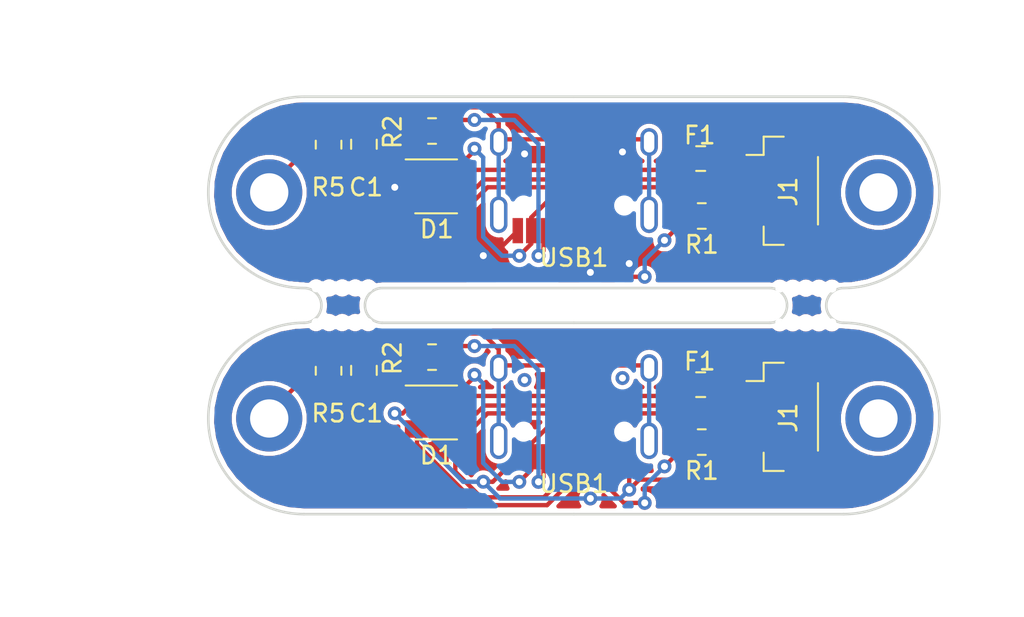
<source format=kicad_pcb>
(kicad_pcb (version 20171130) (host pcbnew 5.1.10-88a1d61d58~90~ubuntu20.04.1)

  (general
    (thickness 1.6)
    (drawings 17)
    (tracks 228)
    (zones 0)
    (modules 24)
    (nets 12)
  )

  (page A4)
  (layers
    (0 F.Cu signal)
    (31 B.Cu signal)
    (32 B.Adhes user)
    (33 F.Adhes user)
    (34 B.Paste user)
    (35 F.Paste user)
    (36 B.SilkS user)
    (37 F.SilkS user)
    (38 B.Mask user)
    (39 F.Mask user)
    (40 Dwgs.User user)
    (41 Cmts.User user)
    (42 Eco1.User user)
    (43 Eco2.User user)
    (44 Edge.Cuts user)
    (45 Margin user)
    (46 B.CrtYd user)
    (47 F.CrtYd user)
    (48 B.Fab user)
    (49 F.Fab user)
  )

  (setup
    (last_trace_width 0.25)
    (trace_clearance 0.2)
    (zone_clearance 0.254)
    (zone_45_only no)
    (trace_min 0.2)
    (via_size 0.8)
    (via_drill 0.4)
    (via_min_size 0.4)
    (via_min_drill 0.3)
    (uvia_size 0.3)
    (uvia_drill 0.1)
    (uvias_allowed no)
    (uvia_min_size 0.2)
    (uvia_min_drill 0.1)
    (edge_width 0.15)
    (segment_width 0.2)
    (pcb_text_width 0.3)
    (pcb_text_size 1.5 1.5)
    (mod_edge_width 0.12)
    (mod_text_size 1 1)
    (mod_text_width 0.15)
    (pad_size 1.524 1.524)
    (pad_drill 0.762)
    (pad_to_mask_clearance 0)
    (aux_axis_origin 0 0)
    (grid_origin 78.987 57.972)
    (visible_elements 7FFFFFFF)
    (pcbplotparams
      (layerselection 0x010fc_ffffffff)
      (usegerberextensions false)
      (usegerberattributes true)
      (usegerberadvancedattributes true)
      (creategerberjobfile true)
      (excludeedgelayer true)
      (linewidth 0.100000)
      (plotframeref false)
      (viasonmask false)
      (mode 1)
      (useauxorigin false)
      (hpglpennumber 1)
      (hpglpenspeed 20)
      (hpglpendiameter 15.000000)
      (psnegative false)
      (psa4output false)
      (plotreference true)
      (plotvalue true)
      (plotinvisibletext false)
      (padsonsilk false)
      (subtractmaskfromsilk false)
      (outputformat 1)
      (mirror false)
      (drillshape 0)
      (scaleselection 1)
      (outputdirectory "../production/panelized/"))
  )

  (net 0 "")
  (net 1 Earth)
  (net 2 VCC)
  (net 3 +5V)
  (net 4 GND)
  (net 5 D+)
  (net 6 D-)
  (net 7 "Net-(R1-Pad2)")
  (net 8 "Net-(R2-Pad2)")
  (net 9 "Net-(USB1-Pad3)")
  (net 10 "Net-(USB1-Pad9)")
  (net 11 "Net-(H1-Pad1)")

  (net_class Default "This is the default net class."
    (clearance 0.2)
    (trace_width 0.25)
    (via_dia 0.8)
    (via_drill 0.4)
    (uvia_dia 0.3)
    (uvia_drill 0.1)
    (add_net +5V)
    (add_net D+)
    (add_net D-)
    (add_net Earth)
    (add_net GND)
    (add_net "Net-(H1-Pad1)")
    (add_net "Net-(R1-Pad2)")
    (add_net "Net-(R2-Pad2)")
    (add_net "Net-(USB1-Pad3)")
    (add_net "Net-(USB1-Pad9)")
    (add_net VCC)
  )

  (module mouse_bite:mouse_bites (layer F.Cu) (tedit 608CC7D4) (tstamp 61EA1A31)
    (at 92.312 71.022)
    (fp_text reference REF** (at 0 0.5) (layer Cmts.User)
      (effects (font (size 1 1) (thickness 0.15)))
    )
    (fp_text value mouse_bites (at 0 -0.5) (layer F.Fab)
      (effects (font (size 1 1) (thickness 0.15)))
    )
    (pad "" np_thru_hole circle (at 0 -0.05) (size 0.5 0.5) (drill 0.5) (layers *.Cu))
    (pad "" np_thru_hole circle (at 0.75 -0.05) (size 0.5 0.5) (drill 0.5) (layers *.Cu))
    (pad "" np_thru_hole circle (at -1.5 -0.05) (size 0.5 0.5) (drill 0.5) (layers *.Cu))
    (pad "" np_thru_hole circle (at -0.75 -0.05) (size 0.5 0.5) (drill 0.5) (layers *.Cu))
    (pad "" np_thru_hole circle (at 1.5 -0.05) (size 0.5 0.5) (drill 0.5) (layers *.Cu))
  )

  (module mouse_bite:mouse_bites (layer F.Cu) (tedit 608CC7D4) (tstamp 61EA1A31)
    (at 92.317 69.029)
    (fp_text reference REF** (at 0 0.5) (layer Cmts.User)
      (effects (font (size 1 1) (thickness 0.15)))
    )
    (fp_text value mouse_bites (at 0 -0.5) (layer F.Fab)
      (effects (font (size 1 1) (thickness 0.15)))
    )
    (pad "" np_thru_hole circle (at 0 -0.05) (size 0.5 0.5) (drill 0.5) (layers *.Cu))
    (pad "" np_thru_hole circle (at 0.75 -0.05) (size 0.5 0.5) (drill 0.5) (layers *.Cu))
    (pad "" np_thru_hole circle (at -1.5 -0.05) (size 0.5 0.5) (drill 0.5) (layers *.Cu))
    (pad "" np_thru_hole circle (at -0.75 -0.05) (size 0.5 0.5) (drill 0.5) (layers *.Cu))
    (pad "" np_thru_hole circle (at 1.5 -0.05) (size 0.5 0.5) (drill 0.5) (layers *.Cu))
  )

  (module mouse_bite:mouse_bites (layer F.Cu) (tedit 608CC7D4) (tstamp 61EA2903)
    (at 65.677 71.008)
    (fp_text reference REF** (at 0 0.5) (layer Cmts.User)
      (effects (font (size 1 1) (thickness 0.15)))
    )
    (fp_text value mouse_bites (at 0 -0.5) (layer F.Fab)
      (effects (font (size 1 1) (thickness 0.15)))
    )
    (pad "" np_thru_hole circle (at 1.5 -0.05) (size 0.5 0.5) (drill 0.5) (layers *.Cu))
    (pad "" np_thru_hole circle (at -0.75 -0.05) (size 0.5 0.5) (drill 0.5) (layers *.Cu))
    (pad "" np_thru_hole circle (at -1.5 -0.05) (size 0.5 0.5) (drill 0.5) (layers *.Cu))
    (pad "" np_thru_hole circle (at 0.75 -0.05) (size 0.5 0.5) (drill 0.5) (layers *.Cu))
    (pad "" np_thru_hole circle (at 0 -0.05) (size 0.5 0.5) (drill 0.5) (layers *.Cu))
  )

  (module mouse_bite:mouse_bites (layer F.Cu) (tedit 608CC7D4) (tstamp 61EA19D0)
    (at 65.682 69.015)
    (fp_text reference REF** (at 0 0.5) (layer Cmts.User)
      (effects (font (size 1 1) (thickness 0.15)))
    )
    (fp_text value mouse_bites (at 0 -0.5) (layer F.Fab)
      (effects (font (size 1 1) (thickness 0.15)))
    )
    (pad "" np_thru_hole circle (at 0 -0.05) (size 0.5 0.5) (drill 0.5) (layers *.Cu))
    (pad "" np_thru_hole circle (at 0.75 -0.05) (size 0.5 0.5) (drill 0.5) (layers *.Cu))
    (pad "" np_thru_hole circle (at -1.5 -0.05) (size 0.5 0.5) (drill 0.5) (layers *.Cu))
    (pad "" np_thru_hole circle (at -0.75 -0.05) (size 0.5 0.5) (drill 0.5) (layers *.Cu))
    (pad "" np_thru_hole circle (at 1.5 -0.05) (size 0.5 0.5) (drill 0.5) (layers *.Cu))
  )

  (module Fuse:Fuse_0805_2012Metric (layer F.Cu) (tedit 5F68FEF1) (tstamp 61EA275D)
    (at 86.2745 74.528 180)
    (descr "Fuse SMD 0805 (2012 Metric), square (rectangular) end terminal, IPC_7351 nominal, (Body size source: https://docs.google.com/spreadsheets/d/1BsfQQcO9C6DZCsRaXUlFlo91Tg2WpOkGARC1WS5S8t0/edit?usp=sharing), generated with kicad-footprint-generator")
    (tags fuse)
    (path /60889B2F)
    (attr smd)
    (fp_text reference F1 (at 0.0555 1.337) (layer F.SilkS)
      (effects (font (size 1 1) (thickness 0.15)))
    )
    (fp_text value 500mA (at 0 1.65) (layer F.Fab)
      (effects (font (size 1 1) (thickness 0.15)))
    )
    (fp_line (start 1.68 0.95) (end -1.68 0.95) (layer F.CrtYd) (width 0.05))
    (fp_line (start 1.68 -0.95) (end 1.68 0.95) (layer F.CrtYd) (width 0.05))
    (fp_line (start -1.68 -0.95) (end 1.68 -0.95) (layer F.CrtYd) (width 0.05))
    (fp_line (start -1.68 0.95) (end -1.68 -0.95) (layer F.CrtYd) (width 0.05))
    (fp_line (start -0.258578 0.71) (end 0.258578 0.71) (layer F.SilkS) (width 0.12))
    (fp_line (start -0.258578 -0.71) (end 0.258578 -0.71) (layer F.SilkS) (width 0.12))
    (fp_line (start 1 0.6) (end -1 0.6) (layer F.Fab) (width 0.1))
    (fp_line (start 1 -0.6) (end 1 0.6) (layer F.Fab) (width 0.1))
    (fp_line (start -1 -0.6) (end 1 -0.6) (layer F.Fab) (width 0.1))
    (fp_line (start -1 0.6) (end -1 -0.6) (layer F.Fab) (width 0.1))
    (fp_text user %R (at 0 0) (layer F.Fab)
      (effects (font (size 0.5 0.5) (thickness 0.08)))
    )
    (pad 1 smd roundrect (at -0.9375 0 180) (size 0.975 1.4) (layers F.Cu F.Paste F.Mask) (roundrect_rratio 0.25))
    (pad 2 smd roundrect (at 0.9375 0 180) (size 0.975 1.4) (layers F.Cu F.Paste F.Mask) (roundrect_rratio 0.25))
    (model ${KISYS3DMOD}/Fuse.3dshapes/Fuse_0805_2012Metric.wrl
      (at (xyz 0 0 0))
      (scale (xyz 1 1 1))
      (rotate (xyz 0 0 0))
    )
  )

  (module MountingHole:MountingHole_2.2mm_M2_DIN965_Pad (layer F.Cu) (tedit 56D1B4CB) (tstamp 61EA274C)
    (at 61.487 76.472)
    (descr "Mounting Hole 2.2mm, M2, DIN965")
    (tags "mounting hole 2.2mm m2 din965")
    (path /609395BB)
    (attr virtual)
    (fp_text reference H2 (at 0 -2.9) (layer Cmts.User)
      (effects (font (size 1 1) (thickness 0.15)))
    )
    (fp_text value MountingHole_Pad (at 0 2.9) (layer F.Fab)
      (effects (font (size 1 1) (thickness 0.15)))
    )
    (fp_circle (center 0 0) (end 2.15 0) (layer F.CrtYd) (width 0.05))
    (fp_circle (center 0 0) (end 1.9 0) (layer Cmts.User) (width 0.15))
    (fp_text user %R (at 0.3 0) (layer F.Fab)
      (effects (font (size 1 1) (thickness 0.15)))
    )
    (pad 1 thru_hole circle (at 0 0) (size 3.8 3.8) (drill 2.2) (layers *.Cu *.Mask))
  )

  (module Package_TO_SOT_SMD:SOT-143 (layer F.Cu) (tedit 5A02FF57) (tstamp 61EA2732)
    (at 71.077 76.127)
    (descr SOT-143)
    (tags SOT-143)
    (path /608A40F6)
    (attr smd)
    (fp_text reference D1 (at 0.036 2.465) (layer F.SilkS)
      (effects (font (size 1 1) (thickness 0.15)))
    )
    (fp_text value PRTR5V0U2X (at -0.28 2.48) (layer F.Fab)
      (effects (font (size 1 1) (thickness 0.15)))
    )
    (fp_line (start -2.05 1.75) (end -2.05 -1.75) (layer F.CrtYd) (width 0.05))
    (fp_line (start -2.05 1.75) (end 2.05 1.75) (layer F.CrtYd) (width 0.05))
    (fp_line (start 2.05 -1.75) (end -2.05 -1.75) (layer F.CrtYd) (width 0.05))
    (fp_line (start 2.05 -1.75) (end 2.05 1.75) (layer F.CrtYd) (width 0.05))
    (fp_line (start 1.2 -1.5) (end 1.2 1.5) (layer F.Fab) (width 0.1))
    (fp_line (start 1.2 1.5) (end -1.2 1.5) (layer F.Fab) (width 0.1))
    (fp_line (start -1.2 1.5) (end -1.2 -1) (layer F.Fab) (width 0.1))
    (fp_line (start -0.7 -1.5) (end 1.2 -1.5) (layer F.Fab) (width 0.1))
    (fp_line (start -1.2 -1) (end -0.7 -1.5) (layer F.Fab) (width 0.1))
    (fp_line (start 1.2 -1.55) (end -1.75 -1.55) (layer F.SilkS) (width 0.12))
    (fp_line (start -1.2 1.55) (end 1.2 1.55) (layer F.SilkS) (width 0.12))
    (fp_text user %R (at 0 0 90) (layer F.Fab)
      (effects (font (size 0.5 0.5) (thickness 0.075)))
    )
    (pad 1 smd rect (at -1.1 -0.77 270) (size 1.2 1.4) (layers F.Cu F.Paste F.Mask))
    (pad 2 smd rect (at -1.1 0.95 270) (size 1 1.4) (layers F.Cu F.Paste F.Mask))
    (pad 3 smd rect (at 1.1 0.95 270) (size 1 1.4) (layers F.Cu F.Paste F.Mask))
    (pad 4 smd rect (at 1.1 -0.95 270) (size 1 1.4) (layers F.Cu F.Paste F.Mask))
    (model ${KISYS3DMOD}/Package_TO_SOT_SMD.3dshapes/SOT-143.wrl
      (at (xyz 0 0 0))
      (scale (xyz 1 1 1))
      (rotate (xyz 0 0 0))
    )
  )

  (module Resistor_SMD:R_0805_2012Metric (layer F.Cu) (tedit 5F68FEEE) (tstamp 61EA2718)
    (at 86.3365 77.83 180)
    (descr "Resistor SMD 0805 (2012 Metric), square (rectangular) end terminal, IPC_7351 nominal, (Body size source: IPC-SM-782 page 72, https://www.pcb-3d.com/wordpress/wp-content/uploads/ipc-sm-782a_amendment_1_and_2.pdf), generated with kicad-footprint-generator")
    (tags resistor)
    (path /60883B60)
    (attr smd)
    (fp_text reference R1 (at 0 -1.65) (layer F.SilkS)
      (effects (font (size 1 1) (thickness 0.15)))
    )
    (fp_text value 5.1k (at 0 1.65) (layer F.Fab)
      (effects (font (size 1 1) (thickness 0.15)))
    )
    (fp_line (start 1.68 0.95) (end -1.68 0.95) (layer F.CrtYd) (width 0.05))
    (fp_line (start 1.68 -0.95) (end 1.68 0.95) (layer F.CrtYd) (width 0.05))
    (fp_line (start -1.68 -0.95) (end 1.68 -0.95) (layer F.CrtYd) (width 0.05))
    (fp_line (start -1.68 0.95) (end -1.68 -0.95) (layer F.CrtYd) (width 0.05))
    (fp_line (start -0.227064 0.735) (end 0.227064 0.735) (layer F.SilkS) (width 0.12))
    (fp_line (start -0.227064 -0.735) (end 0.227064 -0.735) (layer F.SilkS) (width 0.12))
    (fp_line (start 1 0.625) (end -1 0.625) (layer F.Fab) (width 0.1))
    (fp_line (start 1 -0.625) (end 1 0.625) (layer F.Fab) (width 0.1))
    (fp_line (start -1 -0.625) (end 1 -0.625) (layer F.Fab) (width 0.1))
    (fp_line (start -1 0.625) (end -1 -0.625) (layer F.Fab) (width 0.1))
    (fp_text user %R (at 0 0) (layer F.Fab)
      (effects (font (size 0.5 0.5) (thickness 0.08)))
    )
    (pad 1 smd roundrect (at -0.9125 0 180) (size 1.025 1.4) (layers F.Cu F.Paste F.Mask) (roundrect_rratio 0.2439004878048781))
    (pad 2 smd roundrect (at 0.9125 0 180) (size 1.025 1.4) (layers F.Cu F.Paste F.Mask) (roundrect_rratio 0.2439004878048781))
    (model ${KISYS3DMOD}/Resistor_SMD.3dshapes/R_0805_2012Metric.wrl
      (at (xyz 0 0 0))
      (scale (xyz 1 1 1))
      (rotate (xyz 0 0 0))
    )
  )

  (module MountingHole:MountingHole_2.2mm_M2_DIN965_Pad (layer F.Cu) (tedit 56D1B4CB) (tstamp 61EA270D)
    (at 96.487 76.472)
    (descr "Mounting Hole 2.2mm, M2, DIN965")
    (tags "mounting hole 2.2mm m2 din965")
    (path /609382DF)
    (attr virtual)
    (fp_text reference H1 (at 0 -2.9) (layer Cmts.User)
      (effects (font (size 1 1) (thickness 0.15)))
    )
    (fp_text value MountingHole_Pad (at 0 2.9) (layer F.Fab)
      (effects (font (size 1 1) (thickness 0.15)))
    )
    (fp_circle (center 0 0) (end 2.15 0) (layer F.CrtYd) (width 0.05))
    (fp_circle (center 0 0) (end 1.9 0) (layer Cmts.User) (width 0.15))
    (fp_text user %R (at 0.3 0) (layer F.Fab)
      (effects (font (size 1 1) (thickness 0.15)))
    )
    (pad 1 thru_hole circle (at 0 0) (size 3.8 3.8) (drill 2.2) (layers *.Cu *.Mask))
  )

  (module Connector_JST:JST_SH_BM04B-SRSS-TB_1x04-1MP_P1.00mm_Vertical (layer F.Cu) (tedit 5B78AD87) (tstamp 61EA26D1)
    (at 91.002 76.379 270)
    (descr "JST SH series connector, BM04B-SRSS-TB (http://www.jst-mfg.com/product/pdf/eng/eSH.pdf), generated with kicad-footprint-generator")
    (tags "connector JST SH side entry")
    (path /6089C9F1)
    (attr smd)
    (fp_text reference J1 (at 0.054 -0.304 90) (layer F.SilkS)
      (effects (font (size 1 1) (thickness 0.15)))
    )
    (fp_text value Conn_01x04 (at 0 3.3 90) (layer F.Fab)
      (effects (font (size 1 1) (thickness 0.15)))
    )
    (fp_line (start -1.5 0.292893) (end -1 1) (layer F.Fab) (width 0.1))
    (fp_line (start -2 1) (end -1.5 0.292893) (layer F.Fab) (width 0.1))
    (fp_line (start 3.9 -2.6) (end -3.9 -2.6) (layer F.CrtYd) (width 0.05))
    (fp_line (start 3.9 2.6) (end 3.9 -2.6) (layer F.CrtYd) (width 0.05))
    (fp_line (start -3.9 2.6) (end 3.9 2.6) (layer F.CrtYd) (width 0.05))
    (fp_line (start -3.9 -2.6) (end -3.9 2.6) (layer F.CrtYd) (width 0.05))
    (fp_line (start 1.65 -1.55) (end 1.35 -1.55) (layer F.Fab) (width 0.1))
    (fp_line (start 1.65 -0.95) (end 1.65 -1.55) (layer F.Fab) (width 0.1))
    (fp_line (start 1.35 -0.95) (end 1.65 -0.95) (layer F.Fab) (width 0.1))
    (fp_line (start 1.35 -1.55) (end 1.35 -0.95) (layer F.Fab) (width 0.1))
    (fp_line (start 0.65 -1.55) (end 0.35 -1.55) (layer F.Fab) (width 0.1))
    (fp_line (start 0.65 -0.95) (end 0.65 -1.55) (layer F.Fab) (width 0.1))
    (fp_line (start 0.35 -0.95) (end 0.65 -0.95) (layer F.Fab) (width 0.1))
    (fp_line (start 0.35 -1.55) (end 0.35 -0.95) (layer F.Fab) (width 0.1))
    (fp_line (start -0.35 -1.55) (end -0.65 -1.55) (layer F.Fab) (width 0.1))
    (fp_line (start -0.35 -0.95) (end -0.35 -1.55) (layer F.Fab) (width 0.1))
    (fp_line (start -0.65 -0.95) (end -0.35 -0.95) (layer F.Fab) (width 0.1))
    (fp_line (start -0.65 -1.55) (end -0.65 -0.95) (layer F.Fab) (width 0.1))
    (fp_line (start -1.35 -1.55) (end -1.65 -1.55) (layer F.Fab) (width 0.1))
    (fp_line (start -1.35 -0.95) (end -1.35 -1.55) (layer F.Fab) (width 0.1))
    (fp_line (start -1.65 -0.95) (end -1.35 -0.95) (layer F.Fab) (width 0.1))
    (fp_line (start -1.65 -1.55) (end -1.65 -0.95) (layer F.Fab) (width 0.1))
    (fp_line (start 3 1) (end 3 -1.9) (layer F.Fab) (width 0.1))
    (fp_line (start -3 1) (end -3 -1.9) (layer F.Fab) (width 0.1))
    (fp_line (start -3 -1.9) (end 3 -1.9) (layer F.Fab) (width 0.1))
    (fp_line (start -1.94 -2.01) (end 1.94 -2.01) (layer F.SilkS) (width 0.12))
    (fp_line (start 3.11 1.11) (end 2.06 1.11) (layer F.SilkS) (width 0.12))
    (fp_line (start 3.11 -0.04) (end 3.11 1.11) (layer F.SilkS) (width 0.12))
    (fp_line (start -2.06 1.11) (end -2.06 2.1) (layer F.SilkS) (width 0.12))
    (fp_line (start -3.11 1.11) (end -2.06 1.11) (layer F.SilkS) (width 0.12))
    (fp_line (start -3.11 -0.04) (end -3.11 1.11) (layer F.SilkS) (width 0.12))
    (fp_line (start -3 1) (end 3 1) (layer F.Fab) (width 0.1))
    (fp_text user %R (at 0 -0.25 90) (layer F.Fab)
      (effects (font (size 1 1) (thickness 0.15)))
    )
    (pad 1 smd roundrect (at -1.5 1.325 270) (size 0.6 1.55) (layers F.Cu F.Paste F.Mask) (roundrect_rratio 0.25))
    (pad 2 smd roundrect (at -0.5 1.325 270) (size 0.6 1.55) (layers F.Cu F.Paste F.Mask) (roundrect_rratio 0.25))
    (pad 3 smd roundrect (at 0.5 1.325 270) (size 0.6 1.55) (layers F.Cu F.Paste F.Mask) (roundrect_rratio 0.25))
    (pad 4 smd roundrect (at 1.5 1.325 270) (size 0.6 1.55) (layers F.Cu F.Paste F.Mask) (roundrect_rratio 0.25))
    (pad MP smd roundrect (at -2.8 -1.2 270) (size 1.2 1.8) (layers F.Cu F.Paste F.Mask) (roundrect_rratio 0.2083325))
    (pad MP smd roundrect (at 2.8 -1.2 270) (size 1.2 1.8) (layers F.Cu F.Paste F.Mask) (roundrect_rratio 0.2083325))
    (model ${KISYS3DMOD}/Connector_JST.3dshapes/JST_SH_BM04B-SRSS-TB_1x04-1MP_P1.00mm_Vertical.wrl
      (at (xyz 0 0 0))
      (scale (xyz 1 1 1))
      (rotate (xyz 0 0 0))
    )
    (model ${KIPRJMOD}/jst/JST_-_BM04B-SRSS-TBLFSN.step
      (offset (xyz 0 0.5 0))
      (scale (xyz 1 1 1))
      (rotate (xyz 0 0 0))
    )
  )

  (module Type-C:HRO-TYPE-C-31-M-12-Assembly (layer F.Cu) (tedit 5C42C666) (tstamp 61EA26AF)
    (at 78.992 70.979 180)
    (path /608E1765)
    (attr smd)
    (fp_text reference USB1 (at 0 -9.25) (layer F.SilkS)
      (effects (font (size 1 1) (thickness 0.15)))
    )
    (fp_text value HRO-TYPE-C-31-M-12 (at 0 1.15) (layer Dwgs.User)
      (effects (font (size 1 1) (thickness 0.15)))
    )
    (fp_line (start 3.75 -8.5) (end 3.75 -7.5) (layer F.CrtYd) (width 0.15))
    (fp_line (start -3.75 -8.5) (end 3.75 -8.5) (layer F.CrtYd) (width 0.15))
    (fp_line (start -3.75 -7.5) (end -3.75 -8.5) (layer F.CrtYd) (width 0.15))
    (fp_line (start -4.5 0) (end -4.5 -7.5) (layer F.CrtYd) (width 0.15))
    (fp_line (start 4.5 0) (end -4.5 0) (layer F.CrtYd) (width 0.15))
    (fp_line (start 4.5 -7.5) (end 4.5 0) (layer F.CrtYd) (width 0.15))
    (fp_line (start 3.75 -7.5) (end 4.5 -7.5) (layer F.CrtYd) (width 0.15))
    (fp_line (start -4.5 -7.5) (end -3.75 -7.5) (layer F.CrtYd) (width 0.15))
    (fp_line (start -4.47 0) (end 4.47 0) (layer Dwgs.User) (width 0.15))
    (fp_line (start -4.47 0) (end -4.47 -7.3) (layer Dwgs.User) (width 0.15))
    (fp_line (start 4.47 0) (end 4.47 -7.3) (layer Dwgs.User) (width 0.15))
    (fp_line (start -4.47 -7.3) (end 4.47 -7.3) (layer Dwgs.User) (width 0.15))
    (fp_text user %R (at 0 -9.25) (layer F.Fab)
      (effects (font (size 1 1) (thickness 0.15)))
    )
    (pad 13 thru_hole oval (at 4.32 -2.6 180) (size 1 1.6) (drill oval 0.6 1.2) (layers *.Cu *.Mask))
    (pad 13 thru_hole oval (at -4.32 -2.6 180) (size 1 1.6) (drill oval 0.6 1.2) (layers *.Cu *.Mask))
    (pad 13 thru_hole oval (at 4.32 -6.78 180) (size 1 2.1) (drill oval 0.6 1.7) (layers *.Cu *.Mask))
    (pad 13 thru_hole oval (at -4.32 -6.78 180) (size 1 2.1) (drill oval 0.6 1.7) (layers *.Cu *.Mask))
    (pad "" np_thru_hole circle (at -2.89 -6.25 180) (size 0.65 0.65) (drill 0.65) (layers *.Cu *.Mask))
    (pad "" np_thru_hole circle (at 2.89 -6.25 180) (size 0.65 0.65) (drill 0.65) (layers *.Cu *.Mask))
    (pad 6 smd rect (at -0.25 -7.695 180) (size 0.3 1.45) (layers F.Cu F.Paste F.Mask))
    (pad 7 smd rect (at 0.25 -7.695 180) (size 0.3 1.45) (layers F.Cu F.Paste F.Mask))
    (pad 8 smd rect (at 0.75 -7.695 180) (size 0.3 1.45) (layers F.Cu F.Paste F.Mask))
    (pad 5 smd rect (at -0.75 -7.695 180) (size 0.3 1.45) (layers F.Cu F.Paste F.Mask))
    (pad 9 smd rect (at 1.25 -7.695 180) (size 0.3 1.45) (layers F.Cu F.Paste F.Mask))
    (pad 4 smd rect (at -1.25 -7.695 180) (size 0.3 1.45) (layers F.Cu F.Paste F.Mask))
    (pad 10 smd rect (at 1.75 -7.695 180) (size 0.3 1.45) (layers F.Cu F.Paste F.Mask))
    (pad 3 smd rect (at -1.75 -7.695 180) (size 0.3 1.45) (layers F.Cu F.Paste F.Mask))
    (pad 2 smd rect (at -2.45 -7.695 180) (size 0.6 1.45) (layers F.Cu F.Paste F.Mask))
    (pad 11 smd rect (at 2.45 -7.695 180) (size 0.6 1.45) (layers F.Cu F.Paste F.Mask))
    (pad 1 smd rect (at -3.225 -7.695 180) (size 0.6 1.45) (layers F.Cu F.Paste F.Mask))
    (pad 12 smd rect (at 3.225 -7.695 180) (size 0.6 1.45) (layers F.Cu F.Paste F.Mask))
    (model "${KIPRJMOD}/Type-C.pretty/HRO  TYPE-C-31-M-12.step"
      (offset (xyz -4.5 0 0))
      (scale (xyz 1 1 1))
      (rotate (xyz -90 0 0))
    )
  )

  (module Resistor_SMD:R_0805_2012Metric (layer F.Cu) (tedit 5F68FEEE) (tstamp 61EA269F)
    (at 64.897 73.7295 270)
    (descr "Resistor SMD 0805 (2012 Metric), square (rectangular) end terminal, IPC_7351 nominal, (Body size source: IPC-SM-782 page 72, https://www.pcb-3d.com/wordpress/wp-content/uploads/ipc-sm-782a_amendment_1_and_2.pdf), generated with kicad-footprint-generator")
    (tags resistor)
    (path /60873B45)
    (attr smd)
    (fp_text reference R5 (at 2.4495 0.007 180) (layer F.SilkS)
      (effects (font (size 1 1) (thickness 0.15)))
    )
    (fp_text value 1M (at 0 1.65 90) (layer F.Fab)
      (effects (font (size 1 1) (thickness 0.15)))
    )
    (fp_line (start 1.68 0.95) (end -1.68 0.95) (layer F.CrtYd) (width 0.05))
    (fp_line (start 1.68 -0.95) (end 1.68 0.95) (layer F.CrtYd) (width 0.05))
    (fp_line (start -1.68 -0.95) (end 1.68 -0.95) (layer F.CrtYd) (width 0.05))
    (fp_line (start -1.68 0.95) (end -1.68 -0.95) (layer F.CrtYd) (width 0.05))
    (fp_line (start -0.227064 0.735) (end 0.227064 0.735) (layer F.SilkS) (width 0.12))
    (fp_line (start -0.227064 -0.735) (end 0.227064 -0.735) (layer F.SilkS) (width 0.12))
    (fp_line (start 1 0.625) (end -1 0.625) (layer F.Fab) (width 0.1))
    (fp_line (start 1 -0.625) (end 1 0.625) (layer F.Fab) (width 0.1))
    (fp_line (start -1 -0.625) (end 1 -0.625) (layer F.Fab) (width 0.1))
    (fp_line (start -1 0.625) (end -1 -0.625) (layer F.Fab) (width 0.1))
    (fp_text user %R (at 0 0 90) (layer F.Fab)
      (effects (font (size 0.5 0.5) (thickness 0.08)))
    )
    (pad 1 smd roundrect (at -0.9125 0 270) (size 1.025 1.4) (layers F.Cu F.Paste F.Mask) (roundrect_rratio 0.2439004878048781))
    (pad 2 smd roundrect (at 0.9125 0 270) (size 1.025 1.4) (layers F.Cu F.Paste F.Mask) (roundrect_rratio 0.2439004878048781))
    (model ${KISYS3DMOD}/Resistor_SMD.3dshapes/R_0805_2012Metric.wrl
      (at (xyz 0 0 0))
      (scale (xyz 1 1 1))
      (rotate (xyz 0 0 0))
    )
  )

  (module Capacitor_SMD:C_0805_2012Metric (layer F.Cu) (tedit 5F68FEEE) (tstamp 61EA268F)
    (at 66.929 73.706 270)
    (descr "Capacitor SMD 0805 (2012 Metric), square (rectangular) end terminal, IPC_7351 nominal, (Body size source: IPC-SM-782 page 76, https://www.pcb-3d.com/wordpress/wp-content/uploads/ipc-sm-782a_amendment_1_and_2.pdf, https://docs.google.com/spreadsheets/d/1BsfQQcO9C6DZCsRaXUlFlo91Tg2WpOkGARC1WS5S8t0/edit?usp=sharing), generated with kicad-footprint-generator")
    (tags capacitor)
    (path /608743C9)
    (attr smd)
    (fp_text reference C1 (at 2.473 -0.12 180) (layer F.SilkS)
      (effects (font (size 1 1) (thickness 0.15)))
    )
    (fp_text value 4.7n (at 0 1.68 90) (layer F.Fab)
      (effects (font (size 1 1) (thickness 0.15)))
    )
    (fp_line (start 1.7 0.98) (end -1.7 0.98) (layer F.CrtYd) (width 0.05))
    (fp_line (start 1.7 -0.98) (end 1.7 0.98) (layer F.CrtYd) (width 0.05))
    (fp_line (start -1.7 -0.98) (end 1.7 -0.98) (layer F.CrtYd) (width 0.05))
    (fp_line (start -1.7 0.98) (end -1.7 -0.98) (layer F.CrtYd) (width 0.05))
    (fp_line (start -0.261252 0.735) (end 0.261252 0.735) (layer F.SilkS) (width 0.12))
    (fp_line (start -0.261252 -0.735) (end 0.261252 -0.735) (layer F.SilkS) (width 0.12))
    (fp_line (start 1 0.625) (end -1 0.625) (layer F.Fab) (width 0.1))
    (fp_line (start 1 -0.625) (end 1 0.625) (layer F.Fab) (width 0.1))
    (fp_line (start -1 -0.625) (end 1 -0.625) (layer F.Fab) (width 0.1))
    (fp_line (start -1 0.625) (end -1 -0.625) (layer F.Fab) (width 0.1))
    (fp_text user %R (at 0 0 90) (layer F.Fab)
      (effects (font (size 0.5 0.5) (thickness 0.08)))
    )
    (pad 1 smd roundrect (at -0.95 0 270) (size 1 1.45) (layers F.Cu F.Paste F.Mask) (roundrect_rratio 0.25))
    (pad 2 smd roundrect (at 0.95 0 270) (size 1 1.45) (layers F.Cu F.Paste F.Mask) (roundrect_rratio 0.25))
    (model ${KISYS3DMOD}/Capacitor_SMD.3dshapes/C_0805_2012Metric.wrl
      (at (xyz 0 0 0))
      (scale (xyz 1 1 1))
      (rotate (xyz 0 0 0))
    )
  )

  (module Resistor_SMD:R_0805_2012Metric (layer F.Cu) (tedit 5F68FEEE) (tstamp 61EA267F)
    (at 70.8425 72.944)
    (descr "Resistor SMD 0805 (2012 Metric), square (rectangular) end terminal, IPC_7351 nominal, (Body size source: IPC-SM-782 page 72, https://www.pcb-3d.com/wordpress/wp-content/uploads/ipc-sm-782a_amendment_1_and_2.pdf), generated with kicad-footprint-generator")
    (tags resistor)
    (path /60883DD0)
    (attr smd)
    (fp_text reference R2 (at -2.2695 0.06 90) (layer F.SilkS)
      (effects (font (size 1 1) (thickness 0.15)))
    )
    (fp_text value 5.1k (at 0 1.65) (layer F.Fab)
      (effects (font (size 1 1) (thickness 0.15)))
    )
    (fp_line (start 1.68 0.95) (end -1.68 0.95) (layer F.CrtYd) (width 0.05))
    (fp_line (start 1.68 -0.95) (end 1.68 0.95) (layer F.CrtYd) (width 0.05))
    (fp_line (start -1.68 -0.95) (end 1.68 -0.95) (layer F.CrtYd) (width 0.05))
    (fp_line (start -1.68 0.95) (end -1.68 -0.95) (layer F.CrtYd) (width 0.05))
    (fp_line (start -0.227064 0.735) (end 0.227064 0.735) (layer F.SilkS) (width 0.12))
    (fp_line (start -0.227064 -0.735) (end 0.227064 -0.735) (layer F.SilkS) (width 0.12))
    (fp_line (start 1 0.625) (end -1 0.625) (layer F.Fab) (width 0.1))
    (fp_line (start 1 -0.625) (end 1 0.625) (layer F.Fab) (width 0.1))
    (fp_line (start -1 -0.625) (end 1 -0.625) (layer F.Fab) (width 0.1))
    (fp_line (start -1 0.625) (end -1 -0.625) (layer F.Fab) (width 0.1))
    (fp_text user %R (at 0 0) (layer F.Fab)
      (effects (font (size 0.5 0.5) (thickness 0.08)))
    )
    (pad 1 smd roundrect (at -0.9125 0) (size 1.025 1.4) (layers F.Cu F.Paste F.Mask) (roundrect_rratio 0.2439004878048781))
    (pad 2 smd roundrect (at 0.9125 0) (size 1.025 1.4) (layers F.Cu F.Paste F.Mask) (roundrect_rratio 0.2439004878048781))
    (model ${KISYS3DMOD}/Resistor_SMD.3dshapes/R_0805_2012Metric.wrl
      (at (xyz 0 0 0))
      (scale (xyz 1 1 1))
      (rotate (xyz 0 0 0))
    )
  )

  (module MountingHole:MountingHole_2.2mm_M2_DIN965_Pad (layer F.Cu) (tedit 56D1B4CB) (tstamp 6087AB7B)
    (at 61.487 63.472)
    (descr "Mounting Hole 2.2mm, M2, DIN965")
    (tags "mounting hole 2.2mm m2 din965")
    (path /609395BB)
    (attr virtual)
    (fp_text reference H2 (at 0 -2.9) (layer Cmts.User)
      (effects (font (size 1 1) (thickness 0.15)))
    )
    (fp_text value MountingHole_Pad (at 0 2.9) (layer F.Fab)
      (effects (font (size 1 1) (thickness 0.15)))
    )
    (fp_circle (center 0 0) (end 2.15 0) (layer F.CrtYd) (width 0.05))
    (fp_circle (center 0 0) (end 1.9 0) (layer Cmts.User) (width 0.15))
    (fp_text user %R (at 0.3 0) (layer F.Fab)
      (effects (font (size 1 1) (thickness 0.15)))
    )
    (pad 1 thru_hole circle (at 0 0) (size 3.8 3.8) (drill 2.2) (layers *.Cu *.Mask)
      (net 1 Earth))
  )

  (module MountingHole:MountingHole_2.2mm_M2_DIN965_Pad locked (layer F.Cu) (tedit 56D1B4CB) (tstamp 6087AC21)
    (at 96.487 63.472)
    (descr "Mounting Hole 2.2mm, M2, DIN965")
    (tags "mounting hole 2.2mm m2 din965")
    (path /609382DF)
    (attr virtual)
    (fp_text reference H1 (at 0 -2.9) (layer Cmts.User)
      (effects (font (size 1 1) (thickness 0.15)))
    )
    (fp_text value MountingHole_Pad (at 0 2.9) (layer F.Fab)
      (effects (font (size 1 1) (thickness 0.15)))
    )
    (fp_circle (center 0 0) (end 2.15 0) (layer F.CrtYd) (width 0.05))
    (fp_circle (center 0 0) (end 1.9 0) (layer Cmts.User) (width 0.15))
    (fp_text user %R (at 0.3 0) (layer F.Fab)
      (effects (font (size 1 1) (thickness 0.15)))
    )
    (pad 1 thru_hole circle (at 0 0) (size 3.8 3.8) (drill 2.2) (layers *.Cu *.Mask)
      (net 11 "Net-(H1-Pad1)"))
  )

  (module Connector_JST:JST_SH_BM04B-SRSS-TB_1x04-1MP_P1.00mm_Vertical (layer F.Cu) (tedit 5B78AD87) (tstamp 60879616)
    (at 91.002 63.379 270)
    (descr "JST SH series connector, BM04B-SRSS-TB (http://www.jst-mfg.com/product/pdf/eng/eSH.pdf), generated with kicad-footprint-generator")
    (tags "connector JST SH side entry")
    (path /6089C9F1)
    (attr smd)
    (fp_text reference J1 (at 0.054 -0.304 90) (layer F.SilkS)
      (effects (font (size 1 1) (thickness 0.15)))
    )
    (fp_text value Conn_01x04 (at 0 3.3 90) (layer F.Fab)
      (effects (font (size 1 1) (thickness 0.15)))
    )
    (fp_line (start -1.5 0.292893) (end -1 1) (layer F.Fab) (width 0.1))
    (fp_line (start -2 1) (end -1.5 0.292893) (layer F.Fab) (width 0.1))
    (fp_line (start 3.9 -2.6) (end -3.9 -2.6) (layer F.CrtYd) (width 0.05))
    (fp_line (start 3.9 2.6) (end 3.9 -2.6) (layer F.CrtYd) (width 0.05))
    (fp_line (start -3.9 2.6) (end 3.9 2.6) (layer F.CrtYd) (width 0.05))
    (fp_line (start -3.9 -2.6) (end -3.9 2.6) (layer F.CrtYd) (width 0.05))
    (fp_line (start 1.65 -1.55) (end 1.35 -1.55) (layer F.Fab) (width 0.1))
    (fp_line (start 1.65 -0.95) (end 1.65 -1.55) (layer F.Fab) (width 0.1))
    (fp_line (start 1.35 -0.95) (end 1.65 -0.95) (layer F.Fab) (width 0.1))
    (fp_line (start 1.35 -1.55) (end 1.35 -0.95) (layer F.Fab) (width 0.1))
    (fp_line (start 0.65 -1.55) (end 0.35 -1.55) (layer F.Fab) (width 0.1))
    (fp_line (start 0.65 -0.95) (end 0.65 -1.55) (layer F.Fab) (width 0.1))
    (fp_line (start 0.35 -0.95) (end 0.65 -0.95) (layer F.Fab) (width 0.1))
    (fp_line (start 0.35 -1.55) (end 0.35 -0.95) (layer F.Fab) (width 0.1))
    (fp_line (start -0.35 -1.55) (end -0.65 -1.55) (layer F.Fab) (width 0.1))
    (fp_line (start -0.35 -0.95) (end -0.35 -1.55) (layer F.Fab) (width 0.1))
    (fp_line (start -0.65 -0.95) (end -0.35 -0.95) (layer F.Fab) (width 0.1))
    (fp_line (start -0.65 -1.55) (end -0.65 -0.95) (layer F.Fab) (width 0.1))
    (fp_line (start -1.35 -1.55) (end -1.65 -1.55) (layer F.Fab) (width 0.1))
    (fp_line (start -1.35 -0.95) (end -1.35 -1.55) (layer F.Fab) (width 0.1))
    (fp_line (start -1.65 -0.95) (end -1.35 -0.95) (layer F.Fab) (width 0.1))
    (fp_line (start -1.65 -1.55) (end -1.65 -0.95) (layer F.Fab) (width 0.1))
    (fp_line (start 3 1) (end 3 -1.9) (layer F.Fab) (width 0.1))
    (fp_line (start -3 1) (end -3 -1.9) (layer F.Fab) (width 0.1))
    (fp_line (start -3 -1.9) (end 3 -1.9) (layer F.Fab) (width 0.1))
    (fp_line (start -1.94 -2.01) (end 1.94 -2.01) (layer F.SilkS) (width 0.12))
    (fp_line (start 3.11 1.11) (end 2.06 1.11) (layer F.SilkS) (width 0.12))
    (fp_line (start 3.11 -0.04) (end 3.11 1.11) (layer F.SilkS) (width 0.12))
    (fp_line (start -2.06 1.11) (end -2.06 2.1) (layer F.SilkS) (width 0.12))
    (fp_line (start -3.11 1.11) (end -2.06 1.11) (layer F.SilkS) (width 0.12))
    (fp_line (start -3.11 -0.04) (end -3.11 1.11) (layer F.SilkS) (width 0.12))
    (fp_line (start -3 1) (end 3 1) (layer F.Fab) (width 0.1))
    (fp_text user %R (at 0 -0.25 90) (layer F.Fab)
      (effects (font (size 1 1) (thickness 0.15)))
    )
    (pad MP smd roundrect (at 2.8 -1.2 270) (size 1.2 1.8) (layers F.Cu F.Paste F.Mask) (roundrect_rratio 0.2083325))
    (pad MP smd roundrect (at -2.8 -1.2 270) (size 1.2 1.8) (layers F.Cu F.Paste F.Mask) (roundrect_rratio 0.2083325))
    (pad 4 smd roundrect (at 1.5 1.325 270) (size 0.6 1.55) (layers F.Cu F.Paste F.Mask) (roundrect_rratio 0.25)
      (net 4 GND))
    (pad 3 smd roundrect (at 0.5 1.325 270) (size 0.6 1.55) (layers F.Cu F.Paste F.Mask) (roundrect_rratio 0.25)
      (net 5 D+))
    (pad 2 smd roundrect (at -0.5 1.325 270) (size 0.6 1.55) (layers F.Cu F.Paste F.Mask) (roundrect_rratio 0.25)
      (net 6 D-))
    (pad 1 smd roundrect (at -1.5 1.325 270) (size 0.6 1.55) (layers F.Cu F.Paste F.Mask) (roundrect_rratio 0.25)
      (net 3 +5V))
    (model ${KISYS3DMOD}/Connector_JST.3dshapes/JST_SH_BM04B-SRSS-TB_1x04-1MP_P1.00mm_Vertical.wrl
      (at (xyz 0 0 0))
      (scale (xyz 1 1 1))
      (rotate (xyz 0 0 0))
    )
    (model ${KIPRJMOD}/jst/JST_-_BM04B-SRSS-TBLFSN.step
      (offset (xyz 0 0.5 0))
      (scale (xyz 1 1 1))
      (rotate (xyz 0 0 0))
    )
  )

  (module Capacitor_SMD:C_0805_2012Metric (layer F.Cu) (tedit 5F68FEEE) (tstamp 6087800A)
    (at 66.929 60.706 270)
    (descr "Capacitor SMD 0805 (2012 Metric), square (rectangular) end terminal, IPC_7351 nominal, (Body size source: IPC-SM-782 page 76, https://www.pcb-3d.com/wordpress/wp-content/uploads/ipc-sm-782a_amendment_1_and_2.pdf, https://docs.google.com/spreadsheets/d/1BsfQQcO9C6DZCsRaXUlFlo91Tg2WpOkGARC1WS5S8t0/edit?usp=sharing), generated with kicad-footprint-generator")
    (tags capacitor)
    (path /608743C9)
    (attr smd)
    (fp_text reference C1 (at 2.473 -0.12 180) (layer F.SilkS)
      (effects (font (size 1 1) (thickness 0.15)))
    )
    (fp_text value 4.7n (at 0 1.68 90) (layer F.Fab)
      (effects (font (size 1 1) (thickness 0.15)))
    )
    (fp_line (start 1.7 0.98) (end -1.7 0.98) (layer F.CrtYd) (width 0.05))
    (fp_line (start 1.7 -0.98) (end 1.7 0.98) (layer F.CrtYd) (width 0.05))
    (fp_line (start -1.7 -0.98) (end 1.7 -0.98) (layer F.CrtYd) (width 0.05))
    (fp_line (start -1.7 0.98) (end -1.7 -0.98) (layer F.CrtYd) (width 0.05))
    (fp_line (start -0.261252 0.735) (end 0.261252 0.735) (layer F.SilkS) (width 0.12))
    (fp_line (start -0.261252 -0.735) (end 0.261252 -0.735) (layer F.SilkS) (width 0.12))
    (fp_line (start 1 0.625) (end -1 0.625) (layer F.Fab) (width 0.1))
    (fp_line (start 1 -0.625) (end 1 0.625) (layer F.Fab) (width 0.1))
    (fp_line (start -1 -0.625) (end 1 -0.625) (layer F.Fab) (width 0.1))
    (fp_line (start -1 0.625) (end -1 -0.625) (layer F.Fab) (width 0.1))
    (fp_text user %R (at 0 0 90) (layer F.Fab)
      (effects (font (size 0.5 0.5) (thickness 0.08)))
    )
    (pad 2 smd roundrect (at 0.95 0 270) (size 1 1.45) (layers F.Cu F.Paste F.Mask) (roundrect_rratio 0.25)
      (net 4 GND))
    (pad 1 smd roundrect (at -0.95 0 270) (size 1 1.45) (layers F.Cu F.Paste F.Mask) (roundrect_rratio 0.25)
      (net 1 Earth))
    (model ${KISYS3DMOD}/Capacitor_SMD.3dshapes/C_0805_2012Metric.wrl
      (at (xyz 0 0 0))
      (scale (xyz 1 1 1))
      (rotate (xyz 0 0 0))
    )
  )

  (module Type-C:HRO-TYPE-C-31-M-12-Assembly (layer F.Cu) (tedit 5C42C666) (tstamp 60876C4C)
    (at 78.992 57.979 180)
    (path /608E1765)
    (attr smd)
    (fp_text reference USB1 (at 0 -9.25) (layer F.SilkS)
      (effects (font (size 1 1) (thickness 0.15)))
    )
    (fp_text value HRO-TYPE-C-31-M-12 (at 0 1.15) (layer Dwgs.User)
      (effects (font (size 1 1) (thickness 0.15)))
    )
    (fp_line (start 3.75 -8.5) (end 3.75 -7.5) (layer F.CrtYd) (width 0.15))
    (fp_line (start -3.75 -8.5) (end 3.75 -8.5) (layer F.CrtYd) (width 0.15))
    (fp_line (start -3.75 -7.5) (end -3.75 -8.5) (layer F.CrtYd) (width 0.15))
    (fp_line (start -4.5 0) (end -4.5 -7.5) (layer F.CrtYd) (width 0.15))
    (fp_line (start 4.5 0) (end -4.5 0) (layer F.CrtYd) (width 0.15))
    (fp_line (start 4.5 -7.5) (end 4.5 0) (layer F.CrtYd) (width 0.15))
    (fp_line (start 3.75 -7.5) (end 4.5 -7.5) (layer F.CrtYd) (width 0.15))
    (fp_line (start -4.5 -7.5) (end -3.75 -7.5) (layer F.CrtYd) (width 0.15))
    (fp_line (start -4.47 0) (end 4.47 0) (layer Dwgs.User) (width 0.15))
    (fp_line (start -4.47 0) (end -4.47 -7.3) (layer Dwgs.User) (width 0.15))
    (fp_line (start 4.47 0) (end 4.47 -7.3) (layer Dwgs.User) (width 0.15))
    (fp_line (start -4.47 -7.3) (end 4.47 -7.3) (layer Dwgs.User) (width 0.15))
    (fp_text user %R (at 0 -9.25) (layer F.Fab)
      (effects (font (size 1 1) (thickness 0.15)))
    )
    (pad 12 smd rect (at 3.225 -7.695 180) (size 0.6 1.45) (layers F.Cu F.Paste F.Mask)
      (net 4 GND))
    (pad 1 smd rect (at -3.225 -7.695 180) (size 0.6 1.45) (layers F.Cu F.Paste F.Mask)
      (net 4 GND))
    (pad 11 smd rect (at 2.45 -7.695 180) (size 0.6 1.45) (layers F.Cu F.Paste F.Mask)
      (net 2 VCC))
    (pad 2 smd rect (at -2.45 -7.695 180) (size 0.6 1.45) (layers F.Cu F.Paste F.Mask)
      (net 2 VCC))
    (pad 3 smd rect (at -1.75 -7.695 180) (size 0.3 1.45) (layers F.Cu F.Paste F.Mask)
      (net 9 "Net-(USB1-Pad3)"))
    (pad 10 smd rect (at 1.75 -7.695 180) (size 0.3 1.45) (layers F.Cu F.Paste F.Mask)
      (net 8 "Net-(R2-Pad2)"))
    (pad 4 smd rect (at -1.25 -7.695 180) (size 0.3 1.45) (layers F.Cu F.Paste F.Mask)
      (net 7 "Net-(R1-Pad2)"))
    (pad 9 smd rect (at 1.25 -7.695 180) (size 0.3 1.45) (layers F.Cu F.Paste F.Mask)
      (net 10 "Net-(USB1-Pad9)"))
    (pad 5 smd rect (at -0.75 -7.695 180) (size 0.3 1.45) (layers F.Cu F.Paste F.Mask)
      (net 6 D-))
    (pad 8 smd rect (at 0.75 -7.695 180) (size 0.3 1.45) (layers F.Cu F.Paste F.Mask)
      (net 5 D+))
    (pad 7 smd rect (at 0.25 -7.695 180) (size 0.3 1.45) (layers F.Cu F.Paste F.Mask)
      (net 6 D-))
    (pad 6 smd rect (at -0.25 -7.695 180) (size 0.3 1.45) (layers F.Cu F.Paste F.Mask)
      (net 5 D+))
    (pad "" np_thru_hole circle (at 2.89 -6.25 180) (size 0.65 0.65) (drill 0.65) (layers *.Cu *.Mask))
    (pad "" np_thru_hole circle (at -2.89 -6.25 180) (size 0.65 0.65) (drill 0.65) (layers *.Cu *.Mask))
    (pad 13 thru_hole oval (at -4.32 -6.78 180) (size 1 2.1) (drill oval 0.6 1.7) (layers *.Cu *.Mask)
      (net 1 Earth))
    (pad 13 thru_hole oval (at 4.32 -6.78 180) (size 1 2.1) (drill oval 0.6 1.7) (layers *.Cu *.Mask)
      (net 1 Earth))
    (pad 13 thru_hole oval (at -4.32 -2.6 180) (size 1 1.6) (drill oval 0.6 1.2) (layers *.Cu *.Mask)
      (net 1 Earth))
    (pad 13 thru_hole oval (at 4.32 -2.6 180) (size 1 1.6) (drill oval 0.6 1.2) (layers *.Cu *.Mask)
      (net 1 Earth))
    (model "${KIPRJMOD}/Type-C.pretty/HRO  TYPE-C-31-M-12.step"
      (offset (xyz -4.5 0 0))
      (scale (xyz 1 1 1))
      (rotate (xyz -90 0 0))
    )
  )

  (module Resistor_SMD:R_0805_2012Metric (layer F.Cu) (tedit 5F68FEEE) (tstamp 60876C29)
    (at 64.897 60.7295 270)
    (descr "Resistor SMD 0805 (2012 Metric), square (rectangular) end terminal, IPC_7351 nominal, (Body size source: IPC-SM-782 page 72, https://www.pcb-3d.com/wordpress/wp-content/uploads/ipc-sm-782a_amendment_1_and_2.pdf), generated with kicad-footprint-generator")
    (tags resistor)
    (path /60873B45)
    (attr smd)
    (fp_text reference R5 (at 2.4495 0.007 180) (layer F.SilkS)
      (effects (font (size 1 1) (thickness 0.15)))
    )
    (fp_text value 1M (at 0 1.65 90) (layer F.Fab)
      (effects (font (size 1 1) (thickness 0.15)))
    )
    (fp_line (start 1.68 0.95) (end -1.68 0.95) (layer F.CrtYd) (width 0.05))
    (fp_line (start 1.68 -0.95) (end 1.68 0.95) (layer F.CrtYd) (width 0.05))
    (fp_line (start -1.68 -0.95) (end 1.68 -0.95) (layer F.CrtYd) (width 0.05))
    (fp_line (start -1.68 0.95) (end -1.68 -0.95) (layer F.CrtYd) (width 0.05))
    (fp_line (start -0.227064 0.735) (end 0.227064 0.735) (layer F.SilkS) (width 0.12))
    (fp_line (start -0.227064 -0.735) (end 0.227064 -0.735) (layer F.SilkS) (width 0.12))
    (fp_line (start 1 0.625) (end -1 0.625) (layer F.Fab) (width 0.1))
    (fp_line (start 1 -0.625) (end 1 0.625) (layer F.Fab) (width 0.1))
    (fp_line (start -1 -0.625) (end 1 -0.625) (layer F.Fab) (width 0.1))
    (fp_line (start -1 0.625) (end -1 -0.625) (layer F.Fab) (width 0.1))
    (fp_text user %R (at 0 0 90) (layer F.Fab)
      (effects (font (size 0.5 0.5) (thickness 0.08)))
    )
    (pad 2 smd roundrect (at 0.9125 0 270) (size 1.025 1.4) (layers F.Cu F.Paste F.Mask) (roundrect_rratio 0.2439004878048781)
      (net 4 GND))
    (pad 1 smd roundrect (at -0.9125 0 270) (size 1.025 1.4) (layers F.Cu F.Paste F.Mask) (roundrect_rratio 0.2439004878048781)
      (net 1 Earth))
    (model ${KISYS3DMOD}/Resistor_SMD.3dshapes/R_0805_2012Metric.wrl
      (at (xyz 0 0 0))
      (scale (xyz 1 1 1))
      (rotate (xyz 0 0 0))
    )
  )

  (module Resistor_SMD:R_0805_2012Metric (layer F.Cu) (tedit 5F68FEEE) (tstamp 608C9981)
    (at 70.8425 59.944)
    (descr "Resistor SMD 0805 (2012 Metric), square (rectangular) end terminal, IPC_7351 nominal, (Body size source: IPC-SM-782 page 72, https://www.pcb-3d.com/wordpress/wp-content/uploads/ipc-sm-782a_amendment_1_and_2.pdf), generated with kicad-footprint-generator")
    (tags resistor)
    (path /60883DD0)
    (attr smd)
    (fp_text reference R2 (at -2.2695 0.06 90) (layer F.SilkS)
      (effects (font (size 1 1) (thickness 0.15)))
    )
    (fp_text value 5.1k (at 0 1.65) (layer F.Fab)
      (effects (font (size 1 1) (thickness 0.15)))
    )
    (fp_line (start 1.68 0.95) (end -1.68 0.95) (layer F.CrtYd) (width 0.05))
    (fp_line (start 1.68 -0.95) (end 1.68 0.95) (layer F.CrtYd) (width 0.05))
    (fp_line (start -1.68 -0.95) (end 1.68 -0.95) (layer F.CrtYd) (width 0.05))
    (fp_line (start -1.68 0.95) (end -1.68 -0.95) (layer F.CrtYd) (width 0.05))
    (fp_line (start -0.227064 0.735) (end 0.227064 0.735) (layer F.SilkS) (width 0.12))
    (fp_line (start -0.227064 -0.735) (end 0.227064 -0.735) (layer F.SilkS) (width 0.12))
    (fp_line (start 1 0.625) (end -1 0.625) (layer F.Fab) (width 0.1))
    (fp_line (start 1 -0.625) (end 1 0.625) (layer F.Fab) (width 0.1))
    (fp_line (start -1 -0.625) (end 1 -0.625) (layer F.Fab) (width 0.1))
    (fp_line (start -1 0.625) (end -1 -0.625) (layer F.Fab) (width 0.1))
    (fp_text user %R (at 0 0) (layer F.Fab)
      (effects (font (size 0.5 0.5) (thickness 0.08)))
    )
    (pad 2 smd roundrect (at 0.9125 0) (size 1.025 1.4) (layers F.Cu F.Paste F.Mask) (roundrect_rratio 0.2439004878048781)
      (net 8 "Net-(R2-Pad2)"))
    (pad 1 smd roundrect (at -0.9125 0) (size 1.025 1.4) (layers F.Cu F.Paste F.Mask) (roundrect_rratio 0.2439004878048781)
      (net 4 GND))
    (model ${KISYS3DMOD}/Resistor_SMD.3dshapes/R_0805_2012Metric.wrl
      (at (xyz 0 0 0))
      (scale (xyz 1 1 1))
      (rotate (xyz 0 0 0))
    )
  )

  (module Resistor_SMD:R_0805_2012Metric (layer F.Cu) (tedit 5F68FEEE) (tstamp 6087897A)
    (at 86.3365 64.83 180)
    (descr "Resistor SMD 0805 (2012 Metric), square (rectangular) end terminal, IPC_7351 nominal, (Body size source: IPC-SM-782 page 72, https://www.pcb-3d.com/wordpress/wp-content/uploads/ipc-sm-782a_amendment_1_and_2.pdf), generated with kicad-footprint-generator")
    (tags resistor)
    (path /60883B60)
    (attr smd)
    (fp_text reference R1 (at 0 -1.65) (layer F.SilkS)
      (effects (font (size 1 1) (thickness 0.15)))
    )
    (fp_text value 5.1k (at 0 1.65) (layer F.Fab)
      (effects (font (size 1 1) (thickness 0.15)))
    )
    (fp_line (start 1.68 0.95) (end -1.68 0.95) (layer F.CrtYd) (width 0.05))
    (fp_line (start 1.68 -0.95) (end 1.68 0.95) (layer F.CrtYd) (width 0.05))
    (fp_line (start -1.68 -0.95) (end 1.68 -0.95) (layer F.CrtYd) (width 0.05))
    (fp_line (start -1.68 0.95) (end -1.68 -0.95) (layer F.CrtYd) (width 0.05))
    (fp_line (start -0.227064 0.735) (end 0.227064 0.735) (layer F.SilkS) (width 0.12))
    (fp_line (start -0.227064 -0.735) (end 0.227064 -0.735) (layer F.SilkS) (width 0.12))
    (fp_line (start 1 0.625) (end -1 0.625) (layer F.Fab) (width 0.1))
    (fp_line (start 1 -0.625) (end 1 0.625) (layer F.Fab) (width 0.1))
    (fp_line (start -1 -0.625) (end 1 -0.625) (layer F.Fab) (width 0.1))
    (fp_line (start -1 0.625) (end -1 -0.625) (layer F.Fab) (width 0.1))
    (fp_text user %R (at 0 0) (layer F.Fab)
      (effects (font (size 0.5 0.5) (thickness 0.08)))
    )
    (pad 2 smd roundrect (at 0.9125 0 180) (size 1.025 1.4) (layers F.Cu F.Paste F.Mask) (roundrect_rratio 0.2439004878048781)
      (net 7 "Net-(R1-Pad2)"))
    (pad 1 smd roundrect (at -0.9125 0 180) (size 1.025 1.4) (layers F.Cu F.Paste F.Mask) (roundrect_rratio 0.2439004878048781)
      (net 4 GND))
    (model ${KISYS3DMOD}/Resistor_SMD.3dshapes/R_0805_2012Metric.wrl
      (at (xyz 0 0 0))
      (scale (xyz 1 1 1))
      (rotate (xyz 0 0 0))
    )
  )

  (module Fuse:Fuse_0805_2012Metric (layer F.Cu) (tedit 5F68FEF1) (tstamp 6087715C)
    (at 86.2745 61.528 180)
    (descr "Fuse SMD 0805 (2012 Metric), square (rectangular) end terminal, IPC_7351 nominal, (Body size source: https://docs.google.com/spreadsheets/d/1BsfQQcO9C6DZCsRaXUlFlo91Tg2WpOkGARC1WS5S8t0/edit?usp=sharing), generated with kicad-footprint-generator")
    (tags fuse)
    (path /60889B2F)
    (attr smd)
    (fp_text reference F1 (at 0.0555 1.337) (layer F.SilkS)
      (effects (font (size 1 1) (thickness 0.15)))
    )
    (fp_text value 500mA (at 0 1.65) (layer F.Fab)
      (effects (font (size 1 1) (thickness 0.15)))
    )
    (fp_line (start 1.68 0.95) (end -1.68 0.95) (layer F.CrtYd) (width 0.05))
    (fp_line (start 1.68 -0.95) (end 1.68 0.95) (layer F.CrtYd) (width 0.05))
    (fp_line (start -1.68 -0.95) (end 1.68 -0.95) (layer F.CrtYd) (width 0.05))
    (fp_line (start -1.68 0.95) (end -1.68 -0.95) (layer F.CrtYd) (width 0.05))
    (fp_line (start -0.258578 0.71) (end 0.258578 0.71) (layer F.SilkS) (width 0.12))
    (fp_line (start -0.258578 -0.71) (end 0.258578 -0.71) (layer F.SilkS) (width 0.12))
    (fp_line (start 1 0.6) (end -1 0.6) (layer F.Fab) (width 0.1))
    (fp_line (start 1 -0.6) (end 1 0.6) (layer F.Fab) (width 0.1))
    (fp_line (start -1 -0.6) (end 1 -0.6) (layer F.Fab) (width 0.1))
    (fp_line (start -1 0.6) (end -1 -0.6) (layer F.Fab) (width 0.1))
    (fp_text user %R (at 0 0) (layer F.Fab)
      (effects (font (size 0.5 0.5) (thickness 0.08)))
    )
    (pad 2 smd roundrect (at 0.9375 0 180) (size 0.975 1.4) (layers F.Cu F.Paste F.Mask) (roundrect_rratio 0.25)
      (net 2 VCC))
    (pad 1 smd roundrect (at -0.9375 0 180) (size 0.975 1.4) (layers F.Cu F.Paste F.Mask) (roundrect_rratio 0.25)
      (net 3 +5V))
    (model ${KISYS3DMOD}/Fuse.3dshapes/Fuse_0805_2012Metric.wrl
      (at (xyz 0 0 0))
      (scale (xyz 1 1 1))
      (rotate (xyz 0 0 0))
    )
  )

  (module Package_TO_SOT_SMD:SOT-143 (layer F.Cu) (tedit 5A02FF57) (tstamp 60876B98)
    (at 71.077 63.127)
    (descr SOT-143)
    (tags SOT-143)
    (path /608A40F6)
    (attr smd)
    (fp_text reference D1 (at 0.036 2.465) (layer F.SilkS)
      (effects (font (size 1 1) (thickness 0.15)))
    )
    (fp_text value PRTR5V0U2X (at -0.28 2.48) (layer F.Fab)
      (effects (font (size 1 1) (thickness 0.15)))
    )
    (fp_line (start -2.05 1.75) (end -2.05 -1.75) (layer F.CrtYd) (width 0.05))
    (fp_line (start -2.05 1.75) (end 2.05 1.75) (layer F.CrtYd) (width 0.05))
    (fp_line (start 2.05 -1.75) (end -2.05 -1.75) (layer F.CrtYd) (width 0.05))
    (fp_line (start 2.05 -1.75) (end 2.05 1.75) (layer F.CrtYd) (width 0.05))
    (fp_line (start 1.2 -1.5) (end 1.2 1.5) (layer F.Fab) (width 0.1))
    (fp_line (start 1.2 1.5) (end -1.2 1.5) (layer F.Fab) (width 0.1))
    (fp_line (start -1.2 1.5) (end -1.2 -1) (layer F.Fab) (width 0.1))
    (fp_line (start -0.7 -1.5) (end 1.2 -1.5) (layer F.Fab) (width 0.1))
    (fp_line (start -1.2 -1) (end -0.7 -1.5) (layer F.Fab) (width 0.1))
    (fp_line (start 1.2 -1.55) (end -1.75 -1.55) (layer F.SilkS) (width 0.12))
    (fp_line (start -1.2 1.55) (end 1.2 1.55) (layer F.SilkS) (width 0.12))
    (fp_text user %R (at 0 0 90) (layer F.Fab)
      (effects (font (size 0.5 0.5) (thickness 0.075)))
    )
    (pad 4 smd rect (at 1.1 -0.95 270) (size 1 1.4) (layers F.Cu F.Paste F.Mask)
      (net 2 VCC))
    (pad 3 smd rect (at 1.1 0.95 270) (size 1 1.4) (layers F.Cu F.Paste F.Mask)
      (net 5 D+))
    (pad 2 smd rect (at -1.1 0.95 270) (size 1 1.4) (layers F.Cu F.Paste F.Mask)
      (net 6 D-))
    (pad 1 smd rect (at -1.1 -0.77 270) (size 1.2 1.4) (layers F.Cu F.Paste F.Mask)
      (net 4 GND))
    (model ${KISYS3DMOD}/Package_TO_SOT_SMD.3dshapes/SOT-143.wrl
      (at (xyz 0 0 0))
      (scale (xyz 1 1 1))
      (rotate (xyz 0 0 0))
    )
  )

  (gr_arc (start 90.237 69.972) (end 90.237 70.972) (angle -180) (layer Edge.Cuts) (width 0.15))
  (gr_arc (start 94.487 69.972) (end 94.487 68.972) (angle -180) (layer Edge.Cuts) (width 0.15))
  (gr_arc (start 67.987 69.972) (end 67.987 68.972) (angle -180) (layer Edge.Cuts) (width 0.15))
  (gr_arc (start 63.487 69.972) (end 63.487 70.972) (angle -180) (layer Edge.Cuts) (width 0.15))
  (gr_line (start 78.987 81.972) (end 63.487 81.972) (layer Edge.Cuts) (width 0.15) (tstamp 61EA2780))
  (gr_line (start 78.987 81.972) (end 94.487 81.972) (layer Edge.Cuts) (width 0.15) (tstamp 61EA2702))
  (gr_arc (start 63.487 76.472) (end 63.487 70.972) (angle -180) (layer Edge.Cuts) (width 0.15) (tstamp 61EA267E))
  (gr_line (start 78.987 70.972) (end 67.987 70.972) (layer Edge.Cuts) (width 0.15) (tstamp 61EA267D))
  (gr_line (start 78.987 70.972) (end 90.237 70.972) (layer Edge.Cuts) (width 0.15) (tstamp 61EA267C))
  (gr_arc (start 94.487 76.472) (end 94.487 81.972) (angle -180) (layer Edge.Cuts) (width 0.15) (tstamp 61EA267B))
  (gr_line (start 78.987 68.972) (end 90.237 68.972) (layer Edge.Cuts) (width 0.15))
  (dimension 11 (width 0.15) (layer Dwgs.User)
    (gr_text "11.000 mm" (at 49.687 63.472 90) (layer Dwgs.User)
      (effects (font (size 1 1) (thickness 0.15)))
    )
    (feature1 (pts (xy 63.487 57.972) (xy 50.400579 57.972)))
    (feature2 (pts (xy 63.487 68.972) (xy 50.400579 68.972)))
    (crossbar (pts (xy 50.987 68.972) (xy 50.987 57.972)))
    (arrow1a (pts (xy 50.987 57.972) (xy 51.573421 59.098504)))
    (arrow1b (pts (xy 50.987 57.972) (xy 50.400579 59.098504)))
    (arrow2a (pts (xy 50.987 68.972) (xy 51.573421 67.845496)))
    (arrow2b (pts (xy 50.987 68.972) (xy 50.400579 67.845496)))
  )
  (gr_arc (start 63.487 63.472) (end 63.487 57.972) (angle -180) (layer Edge.Cuts) (width 0.15))
  (gr_line (start 78.987 68.972) (end 67.987 68.972) (layer Edge.Cuts) (width 0.15))
  (gr_line (start 78.987 57.972) (end 63.487 57.972) (layer Edge.Cuts) (width 0.15))
  (gr_arc (start 94.487 63.472) (end 94.487 68.972) (angle -180) (layer Edge.Cuts) (width 0.15))
  (gr_line (start 78.987 57.972) (end 94.487 57.972) (layer Edge.Cuts) (width 0.15))

  (segment (start 74.672 73.579) (end 74.829001 73.421999) (width 0.25) (layer F.Cu) (net 0) (tstamp 61EA2708))
  (segment (start 64.897 72.817) (end 66.868 72.817) (width 0.25) (layer F.Cu) (net 0) (tstamp 61EA2728))
  (segment (start 74.672 77.759) (end 74.672 73.579) (width 0.25) (layer B.Cu) (net 0) (tstamp 61EA2745))
  (segment (start 83.312 73.579) (end 83.312 77.759) (width 0.25) (layer B.Cu) (net 0) (tstamp 61EA2746))
  (segment (start 66.868 72.817) (end 66.929 72.756) (width 0.25) (layer F.Cu) (net 0) (tstamp 61EA2747))
  (segment (start 74.829001 73.421999) (end 83.154999 73.421999) (width 0.25) (layer F.Cu) (net 0) (tstamp 61EA276D))
  (segment (start 64.823 72.817) (end 64.897 72.817) (width 0.25) (layer F.Cu) (net 0) (tstamp 61EA2779))
  (segment (start 61.487 76.153) (end 64.823 72.817) (width 0.25) (layer F.Cu) (net 0) (tstamp 61EA277A))
  (segment (start 61.487 76.472) (end 61.487 76.153) (width 0.25) (layer F.Cu) (net 0) (tstamp 61EA277B))
  (segment (start 74.672 72.499) (end 73.756999 71.583999) (width 0.25) (layer F.Cu) (net 0) (tstamp 61EA277C))
  (segment (start 74.672 73.579) (end 74.672 72.499) (width 0.25) (layer F.Cu) (net 0) (tstamp 61EA277D))
  (segment (start 68.101001 71.583999) (end 73.756999 71.583999) (width 0.25) (layer F.Cu) (net 0) (tstamp 61EA277E))
  (segment (start 83.154999 73.421999) (end 83.312 73.579) (width 0.25) (layer F.Cu) (net 0) (tstamp 61EA277F))
  (segment (start 66.929 72.756) (end 68.101001 71.583999) (width 0.25) (layer F.Cu) (net 0) (tstamp 61EA2781))
  (segment (start 81.442 77.913998) (end 81.442 78.674) (width 0.25) (layer F.Cu) (net 0) (tstamp 61EA2709))
  (segment (start 80.466992 76.93899) (end 81.442 77.913998) (width 0.25) (layer F.Cu) (net 0) (tstamp 61EA270A))
  (segment (start 77.517008 76.93899) (end 80.466992 76.93899) (width 0.25) (layer F.Cu) (net 0) (tstamp 61EA270B))
  (segment (start 76.542 77.913998) (end 77.517008 76.93899) (width 0.25) (layer F.Cu) (net 0) (tstamp 61EA270C))
  (via (at 75.853014 80.116004) (size 0.8) (drill 0.4) (layers F.Cu B.Cu) (net 0) (tstamp 61EA272E))
  (segment (start 76.542 79.427018) (end 76.253013 79.716005) (width 0.25) (layer F.Cu) (net 0) (tstamp 61EA272F))
  (segment (start 76.253013 79.716005) (end 75.853014 80.116004) (width 0.25) (layer F.Cu) (net 0) (tstamp 61EA2730))
  (segment (start 76.542 78.674) (end 76.542 79.427018) (width 0.25) (layer F.Cu) (net 0) (tstamp 61EA2731))
  (segment (start 76.542 78.674) (end 76.542 77.913998) (width 0.25) (layer F.Cu) (net 0) (tstamp 61EA2748))
  (segment (start 73.279 74.075) (end 72.177 75.177) (width 0.25) (layer F.Cu) (net 0) (tstamp 61EA2749))
  (segment (start 73.279 73.96) (end 73.279 74.075) (width 0.25) (layer F.Cu) (net 0) (tstamp 61EA274A))
  (via (at 73.279 73.96) (size 0.8) (drill 0.4) (layers F.Cu B.Cu) (net 0) (tstamp 61EA274B))
  (segment (start 74.865319 80.116004) (end 75.853014 80.116004) (width 0.25) (layer B.Cu) (net 0) (tstamp 61EA27A2))
  (segment (start 73.78 74.461) (end 73.78 79.030685) (width 0.25) (layer B.Cu) (net 0) (tstamp 61EA27A3))
  (segment (start 73.78 79.030685) (end 74.865319 80.116004) (width 0.25) (layer B.Cu) (net 0) (tstamp 61EA27A4))
  (segment (start 73.279 73.96) (end 73.78 74.461) (width 0.25) (layer B.Cu) (net 0) (tstamp 61EA27A5))
  (segment (start 84.688 75.177) (end 85.337 74.528) (width 0.25) (layer F.Cu) (net 0) (tstamp 61EA27A6))
  (segment (start 72.177 75.177) (end 84.688 75.177) (width 0.25) (layer F.Cu) (net 0) (tstamp 61EA27AC))
  (segment (start 87.563 74.879) (end 87.212 74.528) (width 0.25) (layer F.Cu) (net 0) (tstamp 61EA27AD))
  (segment (start 89.677 74.879) (end 87.563 74.879) (width 0.25) (layer F.Cu) (net 0) (tstamp 61EA27AE))
  (segment (start 88.078 79.989) (end 89.677 78.39) (width 0.25) (layer F.Cu) (net 0) (tstamp 61EA2703))
  (segment (start 82.744 79.989) (end 88.078 79.989) (width 0.25) (layer F.Cu) (net 0) (tstamp 61EA2704))
  (segment (start 82.169 80.564) (end 82.744 79.989) (width 0.25) (layer F.Cu) (net 0) (tstamp 61EA2705))
  (via (at 79.936 81.072) (size 0.8) (drill 0.4) (layers F.Cu B.Cu) (net 0) (tstamp 61EA2782))
  (via (at 81.781 74.147) (size 0.8) (drill 0.4) (layers F.Cu B.Cu) (net 0) (tstamp 61EA2783))
  (segment (start 87.298 77.879) (end 87.249 77.83) (width 0.25) (layer F.Cu) (net 0) (tstamp 61EA2784))
  (segment (start 89.677 77.879) (end 87.298 77.879) (width 0.25) (layer F.Cu) (net 0) (tstamp 61EA2785))
  (segment (start 89.677 78.39) (end 89.677 77.879) (width 0.25) (layer F.Cu) (net 0) (tstamp 61EA2786))
  (segment (start 73.785365 80.110635) (end 72.631635 80.110635) (width 0.25) (layer B.Cu) (net 0) (tstamp 61EA278C))
  (segment (start 69.155 76.179) (end 69.977 75.357) (width 0.25) (layer F.Cu) (net 0) (tstamp 61EA278D))
  (segment (start 68.7 76.179) (end 69.155 76.179) (width 0.25) (layer F.Cu) (net 0) (tstamp 61EA278E))
  (segment (start 79.936 81.072) (end 74.74673 81.072) (width 0.25) (layer B.Cu) (net 0) (tstamp 61EA278F))
  (segment (start 69.93 73.974) (end 69.262 74.642) (width 0.25) (layer F.Cu) (net 0) (tstamp 61EA2790))
  (segment (start 69.93 72.944) (end 69.93 73.974) (width 0.25) (layer F.Cu) (net 0) (tstamp 61EA2791))
  (via (at 68.7 76.179) (size 0.8) (drill 0.4) (layers F.Cu B.Cu) (net 0) (tstamp 61EA2792))
  (segment (start 72.631635 80.110635) (end 68.7 76.179) (width 0.25) (layer B.Cu) (net 0) (tstamp 61EA2793))
  (segment (start 74.74673 81.072) (end 73.785365 80.110635) (width 0.25) (layer B.Cu) (net 0) (tstamp 61EA2794))
  (segment (start 75.767 78.674) (end 74.330365 80.110635) (width 0.25) (layer F.Cu) (net 0) (tstamp 61EA2795))
  (segment (start 69.262 74.642) (end 69.977 75.357) (width 0.25) (layer F.Cu) (net 0) (tstamp 61EA2796))
  (segment (start 64.897 74.642) (end 69.262 74.642) (width 0.25) (layer F.Cu) (net 0) (tstamp 61EA2797))
  (segment (start 82.169 80.564) (end 82.169 78.722) (width 0.25) (layer F.Cu) (net 0) (tstamp 61EA2798))
  (via (at 82.169 80.564) (size 0.8) (drill 0.4) (layers F.Cu B.Cu) (net 0) (tstamp 61EA2799))
  (segment (start 81.661 81.072) (end 79.936 81.072) (width 0.25) (layer B.Cu) (net 0) (tstamp 61EA279A))
  (segment (start 82.169 80.564) (end 81.661 81.072) (width 0.25) (layer B.Cu) (net 0) (tstamp 61EA279B))
  (segment (start 74.330365 80.110635) (end 73.785365 80.110635) (width 0.25) (layer F.Cu) (net 0) (tstamp 61EA279C))
  (via (at 73.785365 80.110635) (size 0.8) (drill 0.4) (layers F.Cu B.Cu) (net 0) (tstamp 61EA279D) (status 1000000))
  (via (at 76.156217 74.259944) (size 0.8) (drill 0.4) (layers F.Cu B.Cu) (net 0) (tstamp 61EA27AA))
  (segment (start 82.169 78.722) (end 82.217 78.674) (width 0.25) (layer F.Cu) (net 0) (tstamp 61EA27AB))
  (segment (start 89.675 76.881) (end 89.677 76.879) (width 0.25) (layer F.Cu) (net 0) (tstamp 61EA2706))
  (segment (start 88.7675 76.879) (end 89.677 76.879) (width 0.25) (layer F.Cu) (net 0) (tstamp 61EA2707))
  (segment (start 88.0675 76.179) (end 88.7675 76.879) (width 0.25) (layer F.Cu) (net 0) (tstamp 61EA276E))
  (segment (start 74.034 76.179) (end 88.0675 76.179) (width 0.25) (layer F.Cu) (net 0) (tstamp 61EA276F))
  (segment (start 73.145 77.068) (end 74.034 76.179) (width 0.25) (layer F.Cu) (net 0) (tstamp 61EA2770))
  (segment (start 72.186 77.068) (end 73.145 77.068) (width 0.25) (layer F.Cu) (net 0) (tstamp 61EA2771))
  (segment (start 72.177 77.077) (end 72.186 77.068) (width 0.25) (layer F.Cu) (net 0) (tstamp 61EA2773))
  (segment (start 78.242 78.674) (end 78.242 80.029004) (width 0.25) (layer F.Cu) (net 0) (tstamp 61EA2787))
  (segment (start 78.242 80.029004) (end 77.266004 81.005) (width 0.25) (layer F.Cu) (net 0) (tstamp 61EA2788))
  (segment (start 72.177 79.52759) (end 72.177 77.077) (width 0.25) (layer F.Cu) (net 0) (tstamp 61EA2789))
  (segment (start 73.65441 81.005) (end 72.177 79.52759) (width 0.25) (layer F.Cu) (net 0) (tstamp 61EA278A))
  (segment (start 77.266004 81.005) (end 73.65441 81.005) (width 0.25) (layer F.Cu) (net 0) (tstamp 61EA278B))
  (segment (start 78.242 78.674) (end 78.242 77.713998) (width 0.25) (layer F.Cu) (net 0) (tstamp 61EA279E))
  (segment (start 79.242 77.713998) (end 79.242 78.674) (width 0.25) (layer F.Cu) (net 0) (tstamp 61EA279F))
  (segment (start 78.917002 77.389) (end 79.242 77.713998) (width 0.25) (layer F.Cu) (net 0) (tstamp 61EA27A0))
  (segment (start 78.566998 77.389) (end 78.917002 77.389) (width 0.25) (layer F.Cu) (net 0) (tstamp 61EA27A1))
  (segment (start 78.242 77.713998) (end 78.566998 77.389) (width 0.25) (layer F.Cu) (net 0) (tstamp 61EA27AF))
  (segment (start 79.447002 79.929) (end 79.742 79.634002) (width 0.25) (layer F.Cu) (net 0) (tstamp 61EA26FB))
  (segment (start 79.036998 79.929) (end 79.447002 79.929) (width 0.25) (layer F.Cu) (net 0) (tstamp 61EA26FC))
  (segment (start 69.977 77.964) (end 69.977 77.077) (width 0.25) (layer F.Cu) (net 0) (tstamp 61EA26FD))
  (segment (start 77.452404 81.455011) (end 73.468011 81.455011) (width 0.25) (layer F.Cu) (net 0) (tstamp 61EA26FE))
  (segment (start 78.742 79.634002) (end 79.036998 79.929) (width 0.25) (layer F.Cu) (net 0) (tstamp 61EA26FF))
  (segment (start 78.742 78.674) (end 78.742 79.634002) (width 0.25) (layer F.Cu) (net 0) (tstamp 61EA2700))
  (segment (start 79.742 79.634002) (end 79.742 78.674) (width 0.25) (layer F.Cu) (net 0) (tstamp 61EA2701))
  (segment (start 73.39759 76.179) (end 73.8476 75.72899) (width 0.25) (layer F.Cu) (net 0) (tstamp 61EA2759))
  (segment (start 71.075 76.179) (end 73.39759 76.179) (width 0.25) (layer F.Cu) (net 0) (tstamp 61EA275A))
  (segment (start 70.177 77.077) (end 71.075 76.179) (width 0.25) (layer F.Cu) (net 0) (tstamp 61EA275B))
  (segment (start 69.977 77.077) (end 70.177 77.077) (width 0.25) (layer F.Cu) (net 0) (tstamp 61EA275C))
  (segment (start 73.8476 75.72899) (end 89.52699 75.72899) (width 0.25) (layer F.Cu) (net 0) (tstamp 61EA2772))
  (segment (start 89.52699 75.72899) (end 89.677 75.879) (width 0.25) (layer F.Cu) (net 0) (tstamp 61EA2774))
  (segment (start 78.742 80.165415) (end 77.452404 81.455011) (width 0.25) (layer F.Cu) (net 0) (tstamp 61EA27A7))
  (segment (start 73.468011 81.455011) (end 69.977 77.964) (width 0.25) (layer F.Cu) (net 0) (tstamp 61EA27A8))
  (segment (start 78.742 79.634002) (end 78.742 80.165415) (width 0.25) (layer F.Cu) (net 0) (tstamp 61EA27A9))
  (segment (start 85.424 77.83) (end 85.424 77.997) (width 0.25) (layer F.Cu) (net 0) (tstamp 61EA2714))
  (via (at 84.194 79.227) (size 0.8) (drill 0.4) (layers F.Cu B.Cu) (net 0) (tstamp 61EA2754))
  (segment (start 83.058 81.326) (end 83.058 80.363) (width 0.25) (layer B.Cu) (net 0) (tstamp 61EA2755))
  (segment (start 83.058 80.363) (end 84.194 79.227) (width 0.25) (layer B.Cu) (net 0) (tstamp 61EA2756))
  (segment (start 84.254 79.167) (end 84.194 79.227) (width 0.25) (layer F.Cu) (net 0) (tstamp 61EA2757))
  (segment (start 85.424 77.997) (end 84.194 79.227) (width 0.25) (layer F.Cu) (net 0) (tstamp 61EA2758))
  (segment (start 80.242 79.710002) (end 81.857998 81.326) (width 0.25) (layer F.Cu) (net 0) (tstamp 61EA2775))
  (segment (start 80.242 78.674) (end 80.242 79.710002) (width 0.25) (layer F.Cu) (net 0) (tstamp 61EA2776))
  (segment (start 81.857998 81.326) (end 83.058 81.326) (width 0.25) (layer F.Cu) (net 0) (tstamp 61EA2777))
  (via (at 83.058 81.326) (size 0.8) (drill 0.4) (layers F.Cu B.Cu) (net 0) (tstamp 61EA2778))
  (segment (start 77.242 79.829002) (end 76.955 80.116002) (width 0.25) (layer F.Cu) (net 0) (tstamp 61EA2715))
  (via (at 76.955 80.116002) (size 0.8) (drill 0.4) (layers F.Cu B.Cu) (net 0) (tstamp 61EA2716))
  (segment (start 77.242 78.674) (end 77.242 79.829002) (width 0.25) (layer F.Cu) (net 0) (tstamp 61EA2717))
  (via (at 73.279 72.309) (size 0.8) (drill 0.4) (layers F.Cu B.Cu) (net 0) (tstamp 61EA2729))
  (segment (start 76.955 73.699) (end 76.955 80.116002) (width 0.25) (layer B.Cu) (net 0) (tstamp 61EA272A))
  (segment (start 72.39 72.309) (end 71.755 72.944) (width 0.25) (layer F.Cu) (net 0) (tstamp 61EA272B))
  (segment (start 73.279 72.309) (end 72.39 72.309) (width 0.25) (layer F.Cu) (net 0) (tstamp 61EA272C))
  (segment (start 75.565 72.309) (end 76.955 73.699) (width 0.25) (layer B.Cu) (net 0) (tstamp 61EA272D))
  (segment (start 73.279 72.309) (end 75.565 72.309) (width 0.25) (layer B.Cu) (net 0) (tstamp 61EA2753))
  (segment (start 74.672 64.759) (end 74.672 60.579) (width 0.25) (layer B.Cu) (net 1))
  (segment (start 83.312 60.579) (end 83.312 64.759) (width 0.25) (layer B.Cu) (net 1))
  (segment (start 66.868 59.817) (end 66.929 59.756) (width 0.25) (layer F.Cu) (net 1))
  (segment (start 64.897 59.817) (end 66.868 59.817) (width 0.25) (layer F.Cu) (net 1))
  (segment (start 64.823 59.817) (end 64.897 59.817) (width 0.25) (layer F.Cu) (net 1))
  (segment (start 61.487 63.153) (end 64.823 59.817) (width 0.25) (layer F.Cu) (net 1))
  (segment (start 61.487 63.472) (end 61.487 63.153) (width 0.25) (layer F.Cu) (net 1))
  (segment (start 66.929 59.756) (end 68.101001 58.583999) (width 0.25) (layer F.Cu) (net 1))
  (segment (start 74.672 59.499) (end 73.756999 58.583999) (width 0.25) (layer F.Cu) (net 1))
  (segment (start 74.672 60.579) (end 74.672 59.499) (width 0.25) (layer F.Cu) (net 1))
  (segment (start 68.101001 58.583999) (end 73.756999 58.583999) (width 0.25) (layer F.Cu) (net 1))
  (segment (start 83.154999 60.421999) (end 83.312 60.579) (width 0.25) (layer F.Cu) (net 1))
  (segment (start 74.829001 60.421999) (end 83.154999 60.421999) (width 0.25) (layer F.Cu) (net 1))
  (segment (start 74.672 60.579) (end 74.829001 60.421999) (width 0.25) (layer F.Cu) (net 1))
  (segment (start 81.442 64.913998) (end 81.442 65.674) (width 0.25) (layer F.Cu) (net 2))
  (segment (start 80.466992 63.93899) (end 81.442 64.913998) (width 0.25) (layer F.Cu) (net 2))
  (segment (start 77.517008 63.93899) (end 80.466992 63.93899) (width 0.25) (layer F.Cu) (net 2))
  (segment (start 76.542 64.913998) (end 77.517008 63.93899) (width 0.25) (layer F.Cu) (net 2))
  (segment (start 76.542 65.674) (end 76.542 64.913998) (width 0.25) (layer F.Cu) (net 2))
  (segment (start 73.279 61.075) (end 72.177 62.177) (width 0.25) (layer F.Cu) (net 2))
  (segment (start 73.279 60.96) (end 73.279 61.075) (width 0.25) (layer F.Cu) (net 2))
  (via (at 73.279 60.96) (size 0.8) (drill 0.4) (layers F.Cu B.Cu) (net 2))
  (via (at 75.853014 67.116004) (size 0.8) (drill 0.4) (layers F.Cu B.Cu) (net 2))
  (segment (start 76.542 66.427018) (end 76.253013 66.716005) (width 0.25) (layer F.Cu) (net 2))
  (segment (start 76.253013 66.716005) (end 75.853014 67.116004) (width 0.25) (layer F.Cu) (net 2))
  (segment (start 76.542 65.674) (end 76.542 66.427018) (width 0.25) (layer F.Cu) (net 2))
  (segment (start 74.865319 67.116004) (end 75.853014 67.116004) (width 0.25) (layer B.Cu) (net 2))
  (segment (start 73.78 61.461) (end 73.78 66.030685) (width 0.25) (layer B.Cu) (net 2))
  (segment (start 73.78 66.030685) (end 74.865319 67.116004) (width 0.25) (layer B.Cu) (net 2))
  (segment (start 73.279 60.96) (end 73.78 61.461) (width 0.25) (layer B.Cu) (net 2))
  (segment (start 84.688 62.177) (end 85.337 61.528) (width 0.25) (layer F.Cu) (net 2))
  (segment (start 72.177 62.177) (end 84.688 62.177) (width 0.25) (layer F.Cu) (net 2))
  (segment (start 87.563 61.879) (end 87.212 61.528) (width 0.25) (layer F.Cu) (net 3))
  (segment (start 89.677 61.879) (end 87.563 61.879) (width 0.25) (layer F.Cu) (net 3))
  (via (at 76.156217 61.259944) (size 0.8) (drill 0.4) (layers F.Cu B.Cu) (net 4) (tstamp 61DF971C))
  (segment (start 82.169 65.722) (end 82.217 65.674) (width 0.25) (layer F.Cu) (net 4))
  (segment (start 82.169 67.564) (end 82.169 65.722) (width 0.25) (layer F.Cu) (net 4))
  (via (at 82.169 67.564) (size 0.8) (drill 0.4) (layers F.Cu B.Cu) (net 4))
  (segment (start 81.661 68.072) (end 79.936 68.072) (width 0.25) (layer B.Cu) (net 4))
  (segment (start 82.169 67.564) (end 81.661 68.072) (width 0.25) (layer B.Cu) (net 4))
  (segment (start 74.330365 67.110635) (end 73.785365 67.110635) (width 0.25) (layer F.Cu) (net 4))
  (segment (start 74.74673 68.072) (end 73.785365 67.110635) (width 0.25) (layer B.Cu) (net 4))
  (via (at 73.785365 67.110635) (size 0.8) (drill 0.4) (layers F.Cu B.Cu) (net 4) (status 1000000))
  (segment (start 75.767 65.674) (end 74.330365 67.110635) (width 0.25) (layer F.Cu) (net 4))
  (segment (start 69.262 61.642) (end 69.977 62.357) (width 0.25) (layer F.Cu) (net 4))
  (segment (start 64.897 61.642) (end 69.262 61.642) (width 0.25) (layer F.Cu) (net 4))
  (segment (start 69.93 60.974) (end 69.262 61.642) (width 0.25) (layer F.Cu) (net 4))
  (segment (start 69.93 59.944) (end 69.93 60.974) (width 0.25) (layer F.Cu) (net 4))
  (via (at 68.7 63.179) (size 0.8) (drill 0.4) (layers F.Cu B.Cu) (net 4))
  (segment (start 72.631635 67.110635) (end 68.7 63.179) (width 0.25) (layer B.Cu) (net 4))
  (segment (start 73.785365 67.110635) (end 72.631635 67.110635) (width 0.25) (layer B.Cu) (net 4))
  (segment (start 69.155 63.179) (end 69.977 62.357) (width 0.25) (layer F.Cu) (net 4))
  (segment (start 68.7 63.179) (end 69.155 63.179) (width 0.25) (layer F.Cu) (net 4))
  (segment (start 79.936 68.072) (end 74.74673 68.072) (width 0.25) (layer B.Cu) (net 4) (tstamp 61DF96CB))
  (via (at 79.936 68.072) (size 0.8) (drill 0.4) (layers F.Cu B.Cu) (net 4))
  (via (at 81.781 61.147) (size 0.8) (drill 0.4) (layers F.Cu B.Cu) (net 4))
  (segment (start 87.298 64.879) (end 87.249 64.83) (width 0.25) (layer F.Cu) (net 4))
  (segment (start 89.677 64.879) (end 87.298 64.879) (width 0.25) (layer F.Cu) (net 4))
  (segment (start 89.677 65.39) (end 89.677 64.879) (width 0.25) (layer F.Cu) (net 4))
  (segment (start 88.078 66.989) (end 89.677 65.39) (width 0.25) (layer F.Cu) (net 4))
  (segment (start 82.744 66.989) (end 88.078 66.989) (width 0.25) (layer F.Cu) (net 4))
  (segment (start 82.169 67.564) (end 82.744 66.989) (width 0.25) (layer F.Cu) (net 4))
  (segment (start 78.242 64.713998) (end 78.566998 64.389) (width 0.25) (layer F.Cu) (net 5))
  (segment (start 78.242 65.674) (end 78.242 64.713998) (width 0.25) (layer F.Cu) (net 5))
  (segment (start 79.242 64.713998) (end 79.242 65.674) (width 0.25) (layer F.Cu) (net 5))
  (segment (start 78.917002 64.389) (end 79.242 64.713998) (width 0.25) (layer F.Cu) (net 5))
  (segment (start 78.566998 64.389) (end 78.917002 64.389) (width 0.25) (layer F.Cu) (net 5))
  (segment (start 78.242 65.674) (end 78.242 67.029004) (width 0.25) (layer F.Cu) (net 5))
  (segment (start 78.242 67.029004) (end 77.266004 68.005) (width 0.25) (layer F.Cu) (net 5))
  (segment (start 72.177 66.52759) (end 72.177 64.077) (width 0.25) (layer F.Cu) (net 5))
  (segment (start 73.65441 68.005) (end 72.177 66.52759) (width 0.25) (layer F.Cu) (net 5))
  (segment (start 77.266004 68.005) (end 73.65441 68.005) (width 0.25) (layer F.Cu) (net 5))
  (segment (start 89.675 63.881) (end 89.677 63.879) (width 0.25) (layer F.Cu) (net 5))
  (segment (start 88.7675 63.879) (end 89.677 63.879) (width 0.25) (layer F.Cu) (net 5))
  (segment (start 88.0675 63.179) (end 88.7675 63.879) (width 0.25) (layer F.Cu) (net 5))
  (segment (start 74.034 63.179) (end 88.0675 63.179) (width 0.25) (layer F.Cu) (net 5))
  (segment (start 73.145 64.068) (end 74.034 63.179) (width 0.25) (layer F.Cu) (net 5))
  (segment (start 72.186 64.068) (end 73.145 64.068) (width 0.25) (layer F.Cu) (net 5))
  (segment (start 72.177 64.077) (end 72.186 64.068) (width 0.25) (layer F.Cu) (net 5))
  (segment (start 78.742 66.634002) (end 79.036998 66.929) (width 0.25) (layer F.Cu) (net 6))
  (segment (start 78.742 65.674) (end 78.742 66.634002) (width 0.25) (layer F.Cu) (net 6))
  (segment (start 79.742 66.634002) (end 79.742 65.674) (width 0.25) (layer F.Cu) (net 6))
  (segment (start 79.447002 66.929) (end 79.742 66.634002) (width 0.25) (layer F.Cu) (net 6))
  (segment (start 79.036998 66.929) (end 79.447002 66.929) (width 0.25) (layer F.Cu) (net 6))
  (segment (start 69.977 64.964) (end 69.977 64.077) (width 0.25) (layer F.Cu) (net 6))
  (segment (start 77.452404 68.455011) (end 73.468011 68.455011) (width 0.25) (layer F.Cu) (net 6))
  (segment (start 78.742 67.165415) (end 77.452404 68.455011) (width 0.25) (layer F.Cu) (net 6))
  (segment (start 73.468011 68.455011) (end 69.977 64.964) (width 0.25) (layer F.Cu) (net 6))
  (segment (start 78.742 66.634002) (end 78.742 67.165415) (width 0.25) (layer F.Cu) (net 6))
  (segment (start 89.52699 62.72899) (end 89.677 62.879) (width 0.25) (layer F.Cu) (net 6))
  (segment (start 73.8476 62.72899) (end 89.52699 62.72899) (width 0.25) (layer F.Cu) (net 6))
  (segment (start 73.39759 63.179) (end 73.8476 62.72899) (width 0.25) (layer F.Cu) (net 6))
  (segment (start 71.075 63.179) (end 73.39759 63.179) (width 0.25) (layer F.Cu) (net 6))
  (segment (start 70.177 64.077) (end 71.075 63.179) (width 0.25) (layer F.Cu) (net 6))
  (segment (start 69.977 64.077) (end 70.177 64.077) (width 0.25) (layer F.Cu) (net 6))
  (segment (start 80.242 66.710002) (end 81.857998 68.326) (width 0.25) (layer F.Cu) (net 7))
  (segment (start 80.242 65.674) (end 80.242 66.710002) (width 0.25) (layer F.Cu) (net 7))
  (segment (start 81.857998 68.326) (end 83.058 68.326) (width 0.25) (layer F.Cu) (net 7))
  (via (at 83.058 68.326) (size 0.8) (drill 0.4) (layers F.Cu B.Cu) (net 7))
  (via (at 84.194 66.227) (size 0.8) (drill 0.4) (layers F.Cu B.Cu) (net 7))
  (segment (start 83.058 68.326) (end 83.058 67.363) (width 0.25) (layer B.Cu) (net 7))
  (segment (start 83.058 67.363) (end 84.194 66.227) (width 0.25) (layer B.Cu) (net 7))
  (segment (start 84.254 66.167) (end 84.194 66.227) (width 0.25) (layer F.Cu) (net 7))
  (segment (start 85.424 64.997) (end 84.194 66.227) (width 0.25) (layer F.Cu) (net 7))
  (segment (start 85.424 64.83) (end 85.424 64.997) (width 0.25) (layer F.Cu) (net 7))
  (segment (start 77.242 66.829002) (end 76.955 67.116002) (width 0.25) (layer F.Cu) (net 8))
  (via (at 76.955 67.116002) (size 0.8) (drill 0.4) (layers F.Cu B.Cu) (net 8))
  (segment (start 77.242 65.674) (end 77.242 66.829002) (width 0.25) (layer F.Cu) (net 8))
  (via (at 73.279 59.309) (size 0.8) (drill 0.4) (layers F.Cu B.Cu) (net 8))
  (segment (start 76.955 60.699) (end 76.955 67.116002) (width 0.25) (layer B.Cu) (net 8))
  (segment (start 72.39 59.309) (end 71.755 59.944) (width 0.25) (layer F.Cu) (net 8))
  (segment (start 73.279 59.309) (end 72.39 59.309) (width 0.25) (layer F.Cu) (net 8))
  (segment (start 75.565 59.309) (end 76.955 60.699) (width 0.25) (layer B.Cu) (net 8))
  (segment (start 73.279 59.309) (end 75.565 59.309) (width 0.25) (layer B.Cu) (net 8))

  (zone (net 4) (net_name GND) (layer F.Cu) (tstamp 61EB871F) (hatch edge 0.508)
    (connect_pads (clearance 0.254))
    (min_thickness 0.254)
    (fill yes (arc_segments 32) (thermal_gap 0.508) (thermal_bridge_width 0.508))
    (polygon
      (pts
        (xy 103.367 72.912) (xy 52.367 72.912) (xy 52.367 52.412) (xy 103.367 52.412)
      )
    )
    (filled_polygon
      (pts
        (xy 67.096252 58.873157) (xy 66.454 58.873157) (xy 66.330538 58.885317) (xy 66.211821 58.921329) (xy 66.102411 58.97981)
        (xy 66.006512 59.058512) (xy 65.92781 59.154411) (xy 65.887538 59.229754) (xy 65.87319 59.20291) (xy 65.794488 59.107012)
        (xy 65.69859 59.02831) (xy 65.58918 58.969829) (xy 65.470463 58.933817) (xy 65.347002 58.921657) (xy 64.446998 58.921657)
        (xy 64.323537 58.933817) (xy 64.20482 58.969829) (xy 64.09541 59.02831) (xy 63.999512 59.107012) (xy 63.92081 59.20291)
        (xy 63.862329 59.31232) (xy 63.826317 59.431037) (xy 63.814157 59.554498) (xy 63.814157 60.079502) (xy 63.816914 60.107494)
        (xy 62.501235 61.423173) (xy 62.152343 61.278657) (xy 61.711659 61.191) (xy 61.262341 61.191) (xy 60.821657 61.278657)
        (xy 60.406541 61.450604) (xy 60.032947 61.700231) (xy 59.715231 62.017947) (xy 59.465604 62.391541) (xy 59.293657 62.806657)
        (xy 59.206 63.247341) (xy 59.206 63.696659) (xy 59.293657 64.137343) (xy 59.465604 64.552459) (xy 59.715231 64.926053)
        (xy 60.032947 65.243769) (xy 60.406541 65.493396) (xy 60.821657 65.665343) (xy 61.262341 65.753) (xy 61.711659 65.753)
        (xy 62.152343 65.665343) (xy 62.567459 65.493396) (xy 62.941053 65.243769) (xy 63.258769 64.926053) (xy 63.508396 64.552459)
        (xy 63.680343 64.137343) (xy 63.768 63.696659) (xy 63.768 63.247341) (xy 63.680343 62.806657) (xy 63.508396 62.391541)
        (xy 63.290362 62.065229) (xy 63.58659 61.769002) (xy 63.720748 61.769002) (xy 63.562 61.92775) (xy 63.558928 62.1545)
        (xy 63.571188 62.278982) (xy 63.607498 62.39868) (xy 63.666463 62.508994) (xy 63.745815 62.605685) (xy 63.842506 62.685037)
        (xy 63.95282 62.744002) (xy 64.072518 62.780312) (xy 64.197 62.792572) (xy 64.61125 62.7895) (xy 64.77 62.63075)
        (xy 64.77 61.769) (xy 65.024 61.769) (xy 65.024 62.63075) (xy 65.18275 62.7895) (xy 65.597 62.792572)
        (xy 65.721482 62.780312) (xy 65.84118 62.744002) (xy 65.899097 62.713044) (xy 65.95982 62.745502) (xy 66.079518 62.781812)
        (xy 66.204 62.794072) (xy 66.64325 62.791) (xy 66.802 62.63225) (xy 66.802 61.783) (xy 67.056 61.783)
        (xy 67.056 62.63225) (xy 67.21475 62.791) (xy 67.654 62.794072) (xy 67.778482 62.781812) (xy 67.89818 62.745502)
        (xy 68.008494 62.686537) (xy 68.105185 62.607185) (xy 68.184537 62.510494) (xy 68.243502 62.40018) (xy 68.279812 62.280482)
        (xy 68.292072 62.156) (xy 68.289 61.94175) (xy 68.13025 61.783) (xy 67.056 61.783) (xy 66.802 61.783)
        (xy 66.08725 61.783) (xy 66.07325 61.769) (xy 65.024 61.769) (xy 64.77 61.769) (xy 64.75 61.769)
        (xy 64.75 61.757) (xy 68.638928 61.757) (xy 68.642 62.07125) (xy 68.80075 62.23) (xy 69.85 62.23)
        (xy 69.85 61.28075) (xy 69.74625 61.177) (xy 69.803 61.12025) (xy 69.803 60.071) (xy 68.94125 60.071)
        (xy 68.7825 60.22975) (xy 68.779428 60.644) (xy 68.791688 60.768482) (xy 68.827998 60.88818) (xy 68.886963 60.998494)
        (xy 68.966315 61.095185) (xy 69.048597 61.162712) (xy 69.03282 61.167498) (xy 68.922506 61.226463) (xy 68.825815 61.305815)
        (xy 68.746463 61.402506) (xy 68.687498 61.51282) (xy 68.651188 61.632518) (xy 68.638928 61.757) (xy 64.75 61.757)
        (xy 64.75 61.515) (xy 64.77 61.515) (xy 64.77 61.495) (xy 65.024 61.495) (xy 65.024 61.515)
        (xy 65.71375 61.515) (xy 65.72775 61.529) (xy 66.802 61.529) (xy 66.802 61.509) (xy 67.056 61.509)
        (xy 67.056 61.529) (xy 68.13025 61.529) (xy 68.289 61.37025) (xy 68.292072 61.156) (xy 68.279812 61.031518)
        (xy 68.243502 60.91182) (xy 68.184537 60.801506) (xy 68.105185 60.704815) (xy 68.008494 60.625463) (xy 67.89818 60.566498)
        (xy 67.778482 60.530188) (xy 67.76022 60.528389) (xy 67.851488 60.453488) (xy 67.93019 60.357589) (xy 67.988671 60.248179)
        (xy 68.024683 60.129462) (xy 68.036843 60.006) (xy 68.036843 59.506) (xy 68.024683 59.382538) (xy 68.02314 59.377452)
        (xy 68.310593 59.089999) (xy 68.800642 59.089999) (xy 68.791688 59.119518) (xy 68.779428 59.244) (xy 68.7825 59.65825)
        (xy 68.94125 59.817) (xy 69.803 59.817) (xy 69.803 59.797) (xy 70.057 59.797) (xy 70.057 59.817)
        (xy 70.077 59.817) (xy 70.077 60.071) (xy 70.057 60.071) (xy 70.057 61.12025) (xy 70.16075 61.224)
        (xy 70.104 61.28075) (xy 70.104 62.23) (xy 70.124 62.23) (xy 70.124 62.484) (xy 70.104 62.484)
        (xy 70.104 62.504) (xy 69.85 62.504) (xy 69.85 62.484) (xy 68.80075 62.484) (xy 68.642 62.64275)
        (xy 68.638928 62.957) (xy 68.651188 63.081482) (xy 68.687498 63.20118) (xy 68.746463 63.311494) (xy 68.825815 63.408185)
        (xy 68.909286 63.476687) (xy 68.901513 63.502311) (xy 68.894157 63.577) (xy 68.894157 64.577) (xy 68.901513 64.651689)
        (xy 68.923299 64.723508) (xy 68.958678 64.789696) (xy 69.006289 64.847711) (xy 69.064304 64.895322) (xy 69.130492 64.930701)
        (xy 69.202311 64.952487) (xy 69.277 64.959843) (xy 69.468962 64.959843) (xy 69.468553 64.964) (xy 69.471 64.988846)
        (xy 69.471 64.988853) (xy 69.478322 65.063192) (xy 69.507255 65.158574) (xy 69.554241 65.246479) (xy 69.617473 65.323527)
        (xy 69.636785 65.339376) (xy 72.813408 68.516) (xy 67.964601 68.516) (xy 67.941521 68.518273) (xy 67.92854 68.518273)
        (xy 67.922208 68.518939) (xy 67.728258 68.540694) (xy 67.687841 68.549285) (xy 67.663478 68.554109) (xy 67.584239 68.47487)
        (xy 67.480891 68.405815) (xy 67.366056 68.358249) (xy 67.244148 68.334) (xy 67.119852 68.334) (xy 66.997944 68.358249)
        (xy 66.883109 68.405815) (xy 66.807 68.456669) (xy 66.730891 68.405815) (xy 66.616056 68.358249) (xy 66.494148 68.334)
        (xy 66.369852 68.334) (xy 66.247944 68.358249) (xy 66.133109 68.405815) (xy 66.057 68.456669) (xy 65.980891 68.405815)
        (xy 65.866056 68.358249) (xy 65.744148 68.334) (xy 65.619852 68.334) (xy 65.497944 68.358249) (xy 65.383109 68.405815)
        (xy 65.307 68.456669) (xy 65.230891 68.405815) (xy 65.116056 68.358249) (xy 64.994148 68.334) (xy 64.869852 68.334)
        (xy 64.747944 68.358249) (xy 64.633109 68.405815) (xy 64.557 68.456669) (xy 64.480891 68.405815) (xy 64.366056 68.358249)
        (xy 64.244148 68.334) (xy 64.119852 68.334) (xy 63.997944 68.358249) (xy 63.883109 68.405815) (xy 63.779761 68.47487)
        (xy 63.718153 68.536478) (xy 63.531498 68.518176) (xy 63.529651 68.518176) (xy 63.525554 68.517633) (xy 62.63742 68.442274)
        (xy 61.812125 68.22807) (xy 61.034725 67.877877) (xy 60.327434 67.401701) (xy 59.710493 66.813167) (xy 59.201534 66.129103)
        (xy 58.815107 65.369055) (xy 58.562265 64.554774) (xy 58.450237 63.709526) (xy 58.482223 62.857491) (xy 58.657313 62.023022)
        (xy 58.970496 61.229993) (xy 59.412827 60.501054) (xy 59.97164 59.85708) (xy 60.630978 59.316456) (xy 61.371972 58.894658)
        (xy 62.173445 58.603737) (xy 63.020934 58.450486) (xy 63.49775 58.428) (xy 67.541408 58.428)
      )
    )
    (filled_polygon
      (pts
        (xy 95.336581 58.501726) (xy 96.16188 58.715931) (xy 96.939275 59.066123) (xy 97.646563 59.542296) (xy 98.263505 60.13083)
        (xy 98.772464 60.814895) (xy 99.158893 61.574945) (xy 99.411735 62.389227) (xy 99.523763 63.234474) (xy 99.491777 64.086509)
        (xy 99.316687 64.920978) (xy 99.003503 65.71401) (xy 98.561175 66.442942) (xy 98.00236 67.086921) (xy 97.343022 67.627544)
        (xy 96.60203 68.049341) (xy 95.800559 68.340261) (xy 94.953066 68.493514) (xy 94.474666 68.516075) (xy 94.46987 68.516108)
        (xy 94.466539 68.516458) (xy 94.46552 68.516506) (xy 94.463371 68.516791) (xy 94.449261 68.518273) (xy 94.42854 68.518273)
        (xy 94.422208 68.518939) (xy 94.266746 68.536377) (xy 94.219239 68.48887) (xy 94.115891 68.419815) (xy 94.001056 68.372249)
        (xy 93.879148 68.348) (xy 93.754852 68.348) (xy 93.632944 68.372249) (xy 93.518109 68.419815) (xy 93.442 68.470669)
        (xy 93.365891 68.419815) (xy 93.251056 68.372249) (xy 93.129148 68.348) (xy 93.004852 68.348) (xy 92.882944 68.372249)
        (xy 92.768109 68.419815) (xy 92.692 68.470669) (xy 92.615891 68.419815) (xy 92.501056 68.372249) (xy 92.379148 68.348)
        (xy 92.254852 68.348) (xy 92.132944 68.372249) (xy 92.018109 68.419815) (xy 91.942 68.470669) (xy 91.865891 68.419815)
        (xy 91.751056 68.372249) (xy 91.629148 68.348) (xy 91.504852 68.348) (xy 91.382944 68.372249) (xy 91.268109 68.419815)
        (xy 91.192 68.470669) (xy 91.115891 68.419815) (xy 91.001056 68.372249) (xy 90.879148 68.348) (xy 90.754852 68.348)
        (xy 90.632944 68.372249) (xy 90.518109 68.419815) (xy 90.414761 68.48887) (xy 90.376172 68.527459) (xy 90.281498 68.518176)
        (xy 90.281493 68.518176) (xy 90.259399 68.516) (xy 83.816508 68.516) (xy 83.839 68.402922) (xy 83.839 68.249078)
        (xy 83.808987 68.098191) (xy 83.750113 67.956058) (xy 83.664642 67.828141) (xy 83.555859 67.719358) (xy 83.427942 67.633887)
        (xy 83.285809 67.575013) (xy 83.134922 67.545) (xy 82.981078 67.545) (xy 82.830191 67.575013) (xy 82.688058 67.633887)
        (xy 82.560141 67.719358) (xy 82.459499 67.82) (xy 82.06759 67.82) (xy 81.009185 66.761596) (xy 81.017 66.759225)
        (xy 81.067311 66.774487) (xy 81.142 66.781843) (xy 81.409728 66.781843) (xy 81.465815 66.850185) (xy 81.562506 66.929537)
        (xy 81.67282 66.988502) (xy 81.792518 67.024812) (xy 81.917 67.037072) (xy 81.93125 67.034) (xy 82.09 66.87525)
        (xy 82.09 66.556174) (xy 82.095701 66.545508) (xy 82.117487 66.473689) (xy 82.124843 66.399) (xy 82.124843 65.527)
        (xy 82.344 65.527) (xy 82.344 65.547) (xy 82.364 65.547) (xy 82.364 65.801) (xy 82.344 65.801)
        (xy 82.344 66.87525) (xy 82.50275 67.034) (xy 82.517 67.037072) (xy 82.641482 67.024812) (xy 82.76118 66.988502)
        (xy 82.871494 66.929537) (xy 82.968185 66.850185) (xy 83.047537 66.753494) (xy 83.106502 66.64318) (xy 83.142812 66.523482)
        (xy 83.155072 66.399) (xy 83.153531 66.178654) (xy 83.312 66.194262) (xy 83.413 66.184314) (xy 83.413 66.303922)
        (xy 83.443013 66.454809) (xy 83.501887 66.596942) (xy 83.587358 66.724859) (xy 83.696141 66.833642) (xy 83.824058 66.919113)
        (xy 83.966191 66.977987) (xy 84.117078 67.008) (xy 84.270922 67.008) (xy 84.421809 66.977987) (xy 84.563942 66.919113)
        (xy 84.691859 66.833642) (xy 84.800642 66.724859) (xy 84.886113 66.596942) (xy 84.944987 66.454809) (xy 84.975 66.303922)
        (xy 84.975 66.161591) (xy 85.223749 65.912843) (xy 85.686502 65.912843) (xy 85.809963 65.900683) (xy 85.92868 65.864671)
        (xy 86.03809 65.80619) (xy 86.133064 65.728246) (xy 86.146998 65.77418) (xy 86.205963 65.884494) (xy 86.285315 65.981185)
        (xy 86.382006 66.060537) (xy 86.49232 66.119502) (xy 86.612018 66.155812) (xy 86.7365 66.168072) (xy 86.96325 66.165)
        (xy 87.122 66.00625) (xy 87.122 64.957) (xy 87.376 64.957) (xy 87.376 66.00625) (xy 87.53475 66.165)
        (xy 87.7615 66.168072) (xy 87.885982 66.155812) (xy 88.00568 66.119502) (xy 88.115994 66.060537) (xy 88.212685 65.981185)
        (xy 88.292037 65.884494) (xy 88.3217 65.828999) (xy 90.919157 65.828999) (xy 90.919157 66.529001) (xy 90.931317 66.652462)
        (xy 90.967329 66.771179) (xy 91.02581 66.880589) (xy 91.104512 66.976488) (xy 91.200411 67.05519) (xy 91.309821 67.113671)
        (xy 91.428538 67.149683) (xy 91.551999 67.161843) (xy 92.852001 67.161843) (xy 92.975462 67.149683) (xy 93.094179 67.113671)
        (xy 93.203589 67.05519) (xy 93.299488 66.976488) (xy 93.37819 66.880589) (xy 93.436671 66.771179) (xy 93.472683 66.652462)
        (xy 93.484843 66.529001) (xy 93.484843 65.828999) (xy 93.472683 65.705538) (xy 93.436671 65.586821) (xy 93.37819 65.477411)
        (xy 93.299488 65.381512) (xy 93.203589 65.30281) (xy 93.094179 65.244329) (xy 92.975462 65.208317) (xy 92.852001 65.196157)
        (xy 91.551999 65.196157) (xy 91.428538 65.208317) (xy 91.309821 65.244329) (xy 91.200411 65.30281) (xy 91.104512 65.381512)
        (xy 91.02581 65.477411) (xy 90.967329 65.586821) (xy 90.931317 65.705538) (xy 90.919157 65.828999) (xy 88.3217 65.828999)
        (xy 88.351002 65.77418) (xy 88.387312 65.654482) (xy 88.396253 65.563701) (xy 88.450815 65.630185) (xy 88.547506 65.709537)
        (xy 88.65782 65.768502) (xy 88.777518 65.804812) (xy 88.902 65.817072) (xy 89.39125 65.814) (xy 89.55 65.65525)
        (xy 89.55 65.006) (xy 89.804 65.006) (xy 89.804 65.65525) (xy 89.96275 65.814) (xy 90.452 65.817072)
        (xy 90.576482 65.804812) (xy 90.69618 65.768502) (xy 90.806494 65.709537) (xy 90.903185 65.630185) (xy 90.982537 65.533494)
        (xy 91.041502 65.42318) (xy 91.077812 65.303482) (xy 91.090072 65.179) (xy 91.087 65.16475) (xy 90.92825 65.006)
        (xy 89.804 65.006) (xy 89.55 65.006) (xy 88.42575 65.006) (xy 88.35625 65.0755) (xy 88.23775 64.957)
        (xy 87.376 64.957) (xy 87.122 64.957) (xy 87.102 64.957) (xy 87.102 64.703) (xy 87.122 64.703)
        (xy 87.122 64.683) (xy 87.376 64.683) (xy 87.376 64.703) (xy 88.23775 64.703) (xy 88.30725 64.6335)
        (xy 88.42575 64.752) (xy 89.55 64.752) (xy 89.55 64.732) (xy 89.804 64.732) (xy 89.804 64.752)
        (xy 90.92825 64.752) (xy 91.087 64.59325) (xy 91.090072 64.579) (xy 91.077812 64.454518) (xy 91.041502 64.33482)
        (xy 90.982537 64.224506) (xy 90.903185 64.127815) (xy 90.83095 64.068533) (xy 90.834843 64.029) (xy 90.834843 63.729)
        (xy 90.824605 63.625047) (xy 90.794283 63.52509) (xy 90.745043 63.432968) (xy 90.700752 63.379) (xy 90.745043 63.325032)
        (xy 90.786569 63.247341) (xy 94.206 63.247341) (xy 94.206 63.696659) (xy 94.293657 64.137343) (xy 94.465604 64.552459)
        (xy 94.715231 64.926053) (xy 95.032947 65.243769) (xy 95.406541 65.493396) (xy 95.821657 65.665343) (xy 96.262341 65.753)
        (xy 96.711659 65.753) (xy 97.152343 65.665343) (xy 97.567459 65.493396) (xy 97.941053 65.243769) (xy 98.258769 64.926053)
        (xy 98.508396 64.552459) (xy 98.680343 64.137343) (xy 98.768 63.696659) (xy 98.768 63.247341) (xy 98.680343 62.806657)
        (xy 98.508396 62.391541) (xy 98.258769 62.017947) (xy 97.941053 61.700231) (xy 97.567459 61.450604) (xy 97.152343 61.278657)
        (xy 96.711659 61.191) (xy 96.262341 61.191) (xy 95.821657 61.278657) (xy 95.406541 61.450604) (xy 95.032947 61.700231)
        (xy 94.715231 62.017947) (xy 94.465604 62.391541) (xy 94.293657 62.806657) (xy 94.206 63.247341) (xy 90.786569 63.247341)
        (xy 90.794283 63.23291) (xy 90.824605 63.132953) (xy 90.834843 63.029) (xy 90.834843 62.729) (xy 90.824605 62.625047)
        (xy 90.794283 62.52509) (xy 90.745043 62.432968) (xy 90.700752 62.379) (xy 90.745043 62.325032) (xy 90.794283 62.23291)
        (xy 90.824605 62.132953) (xy 90.834843 62.029) (xy 90.834843 61.729) (xy 90.824605 61.625047) (xy 90.794283 61.52509)
        (xy 90.745043 61.432968) (xy 90.678777 61.352223) (xy 90.598032 61.285957) (xy 90.50591 61.236717) (xy 90.405953 61.206395)
        (xy 90.302 61.196157) (xy 89.052 61.196157) (xy 88.948047 61.206395) (xy 88.84809 61.236717) (xy 88.755968 61.285957)
        (xy 88.675223 61.352223) (xy 88.658172 61.373) (xy 88.082343 61.373) (xy 88.082343 61.07175) (xy 88.070303 60.949508)
        (xy 88.034646 60.831963) (xy 87.976743 60.723634) (xy 87.898818 60.628682) (xy 87.803866 60.550757) (xy 87.695537 60.492854)
        (xy 87.577992 60.457197) (xy 87.45575 60.445157) (xy 86.96825 60.445157) (xy 86.846008 60.457197) (xy 86.728463 60.492854)
        (xy 86.620134 60.550757) (xy 86.525182 60.628682) (xy 86.447257 60.723634) (xy 86.389354 60.831963) (xy 86.353697 60.949508)
        (xy 86.341657 61.07175) (xy 86.341657 61.98425) (xy 86.353697 62.106492) (xy 86.389036 62.22299) (xy 86.159964 62.22299)
        (xy 86.195303 62.106492) (xy 86.207343 61.98425) (xy 86.207343 61.07175) (xy 86.195303 60.949508) (xy 86.159646 60.831963)
        (xy 86.101743 60.723634) (xy 86.023818 60.628682) (xy 85.928866 60.550757) (xy 85.820537 60.492854) (xy 85.702992 60.457197)
        (xy 85.58075 60.445157) (xy 85.09325 60.445157) (xy 84.971008 60.457197) (xy 84.853463 60.492854) (xy 84.745134 60.550757)
        (xy 84.650182 60.628682) (xy 84.572257 60.723634) (xy 84.514354 60.831963) (xy 84.478697 60.949508) (xy 84.466657 61.07175)
        (xy 84.466657 61.671) (xy 83.699183 61.671) (xy 83.803824 61.615068) (xy 83.937975 61.504975) (xy 84.048068 61.370825)
        (xy 84.129875 61.217775) (xy 84.180252 61.051706) (xy 84.193 60.922273) (xy 84.193 60.235727) (xy 84.192338 60.228999)
        (xy 90.919157 60.228999) (xy 90.919157 60.929001) (xy 90.931317 61.052462) (xy 90.967329 61.171179) (xy 91.02581 61.280589)
        (xy 91.104512 61.376488) (xy 91.200411 61.45519) (xy 91.309821 61.513671) (xy 91.428538 61.549683) (xy 91.551999 61.561843)
        (xy 92.852001 61.561843) (xy 92.975462 61.549683) (xy 93.094179 61.513671) (xy 93.203589 61.45519) (xy 93.299488 61.376488)
        (xy 93.37819 61.280589) (xy 93.436671 61.171179) (xy 93.472683 61.052462) (xy 93.484843 60.929001) (xy 93.484843 60.228999)
        (xy 93.472683 60.105538) (xy 93.436671 59.986821) (xy 93.37819 59.877411) (xy 93.299488 59.781512) (xy 93.203589 59.70281)
        (xy 93.094179 59.644329) (xy 92.975462 59.608317) (xy 92.852001 59.596157) (xy 91.551999 59.596157) (xy 91.428538 59.608317)
        (xy 91.309821 59.644329) (xy 91.200411 59.70281) (xy 91.104512 59.781512) (xy 91.02581 59.877411) (xy 90.967329 59.986821)
        (xy 90.931317 60.105538) (xy 90.919157 60.228999) (xy 84.192338 60.228999) (xy 84.180252 60.106294) (xy 84.129875 59.940225)
        (xy 84.048068 59.787175) (xy 83.937975 59.653025) (xy 83.803825 59.542932) (xy 83.650775 59.461125) (xy 83.484706 59.410748)
        (xy 83.312 59.393738) (xy 83.139295 59.410748) (xy 82.973226 59.461125) (xy 82.820176 59.542932) (xy 82.686026 59.653025)
        (xy 82.575933 59.787175) (xy 82.507074 59.915999) (xy 75.476926 59.915999) (xy 75.408068 59.787175) (xy 75.297975 59.653025)
        (xy 75.178 59.554565) (xy 75.178 59.523854) (xy 75.180448 59.499) (xy 75.170678 59.399807) (xy 75.141745 59.304425)
        (xy 75.135334 59.292431) (xy 75.094759 59.216521) (xy 75.031527 59.139473) (xy 75.01222 59.123628) (xy 74.316591 58.428)
        (xy 94.467691 58.428)
      )
    )
    (filled_polygon
      (pts
        (xy 81.332406 68.516) (xy 78.107006 68.516) (xy 79.08222 67.540787) (xy 79.101527 67.524942) (xy 79.164759 67.447894)
        (xy 79.171651 67.435) (xy 79.422156 67.435) (xy 79.447002 67.437447) (xy 79.471848 67.435) (xy 79.471856 67.435)
        (xy 79.546195 67.427678) (xy 79.641577 67.398745) (xy 79.729481 67.351759) (xy 79.806529 67.288527) (xy 79.822378 67.269215)
        (xy 79.954 67.137593)
      )
    )
    (filled_polygon
      (pts
        (xy 73.791001 64.165727) (xy 73.791 65.352272) (xy 73.803748 65.481705) (xy 73.854125 65.647774) (xy 73.935932 65.800824)
        (xy 74.046025 65.934975) (xy 74.180175 66.045068) (xy 74.333225 66.126875) (xy 74.499294 66.177252) (xy 74.672 66.194262)
        (xy 74.830469 66.178654) (xy 74.828928 66.399) (xy 74.841188 66.523482) (xy 74.877498 66.64318) (xy 74.936463 66.753494)
        (xy 75.015815 66.850185) (xy 75.096428 66.916342) (xy 75.072014 67.039082) (xy 75.072014 67.192926) (xy 75.102027 67.343813)
        (xy 75.160901 67.485946) (xy 75.169623 67.499) (xy 73.864002 67.499) (xy 72.683 66.317999) (xy 72.683 64.959843)
        (xy 72.877 64.959843) (xy 72.951689 64.952487) (xy 73.023508 64.930701) (xy 73.089696 64.895322) (xy 73.147711 64.847711)
        (xy 73.195322 64.789696) (xy 73.230701 64.723508) (xy 73.252487 64.651689) (xy 73.259843 64.577) (xy 73.259843 64.561931)
        (xy 73.339575 64.537745) (xy 73.427479 64.490759) (xy 73.504527 64.427527) (xy 73.520376 64.408215) (xy 73.794075 64.134516)
      )
    )
    (filled_polygon
      (pts
        (xy 75.859157 65.821) (xy 75.64 65.821) (xy 75.64 65.801) (xy 75.62 65.801) (xy 75.62 65.547)
        (xy 75.64 65.547) (xy 75.64 65.527) (xy 75.859157 65.527)
      )
    )
    (filled_polygon
      (pts
        (xy 82.443748 61.051705) (xy 82.494125 61.217774) (xy 82.575932 61.370824) (xy 82.686025 61.504975) (xy 82.820175 61.615068)
        (xy 82.924816 61.671) (xy 75.059183 61.671) (xy 75.163824 61.615068) (xy 75.297975 61.504975) (xy 75.408068 61.370825)
        (xy 75.489875 61.217775) (xy 75.540252 61.051706) (xy 75.552436 60.927999) (xy 82.431564 60.927999)
      )
    )
  )
  (zone (net 4) (net_name GND) (layer B.Cu) (tstamp 61EB871C) (hatch edge 0.508)
    (connect_pads (clearance 0.254))
    (min_thickness 0.254)
    (fill yes (arc_segments 32) (thermal_gap 0.508) (thermal_bridge_width 0.508))
    (polygon
      (pts
        (xy 104.867 74.912) (xy 53.867 74.912) (xy 53.867 53.912) (xy 104.867 53.912)
      )
    )
    (filled_polygon
      (pts
        (xy 95.336581 58.501726) (xy 96.16188 58.715931) (xy 96.939275 59.066123) (xy 97.646563 59.542296) (xy 98.263505 60.13083)
        (xy 98.772464 60.814895) (xy 99.158893 61.574945) (xy 99.411735 62.389227) (xy 99.523763 63.234474) (xy 99.491777 64.086509)
        (xy 99.316687 64.920978) (xy 99.003503 65.71401) (xy 98.561175 66.442942) (xy 98.00236 67.086921) (xy 97.343022 67.627544)
        (xy 96.60203 68.049341) (xy 95.800559 68.340261) (xy 94.953066 68.493514) (xy 94.474666 68.516075) (xy 94.46987 68.516108)
        (xy 94.466539 68.516458) (xy 94.46552 68.516506) (xy 94.463371 68.516791) (xy 94.449261 68.518273) (xy 94.42854 68.518273)
        (xy 94.422208 68.518939) (xy 94.266746 68.536377) (xy 94.219239 68.48887) (xy 94.115891 68.419815) (xy 94.001056 68.372249)
        (xy 93.879148 68.348) (xy 93.754852 68.348) (xy 93.632944 68.372249) (xy 93.518109 68.419815) (xy 93.442 68.470669)
        (xy 93.365891 68.419815) (xy 93.251056 68.372249) (xy 93.129148 68.348) (xy 93.004852 68.348) (xy 92.882944 68.372249)
        (xy 92.768109 68.419815) (xy 92.692 68.470669) (xy 92.615891 68.419815) (xy 92.501056 68.372249) (xy 92.379148 68.348)
        (xy 92.254852 68.348) (xy 92.132944 68.372249) (xy 92.018109 68.419815) (xy 91.942 68.470669) (xy 91.865891 68.419815)
        (xy 91.751056 68.372249) (xy 91.629148 68.348) (xy 91.504852 68.348) (xy 91.382944 68.372249) (xy 91.268109 68.419815)
        (xy 91.192 68.470669) (xy 91.115891 68.419815) (xy 91.001056 68.372249) (xy 90.879148 68.348) (xy 90.754852 68.348)
        (xy 90.632944 68.372249) (xy 90.518109 68.419815) (xy 90.414761 68.48887) (xy 90.376172 68.527459) (xy 90.281498 68.518176)
        (xy 90.281493 68.518176) (xy 90.259399 68.516) (xy 83.816508 68.516) (xy 83.839 68.402922) (xy 83.839 68.249078)
        (xy 83.808987 68.098191) (xy 83.750113 67.956058) (xy 83.664642 67.828141) (xy 83.564 67.727499) (xy 83.564 67.572591)
        (xy 84.128592 67.008) (xy 84.270922 67.008) (xy 84.421809 66.977987) (xy 84.563942 66.919113) (xy 84.691859 66.833642)
        (xy 84.800642 66.724859) (xy 84.886113 66.596942) (xy 84.944987 66.454809) (xy 84.975 66.303922) (xy 84.975 66.150078)
        (xy 84.944987 65.999191) (xy 84.886113 65.857058) (xy 84.800642 65.729141) (xy 84.691859 65.620358) (xy 84.563942 65.534887)
        (xy 84.421809 65.476013) (xy 84.270922 65.446) (xy 84.183769 65.446) (xy 84.193 65.352273) (xy 84.193 64.165727)
        (xy 84.180252 64.036294) (xy 84.129875 63.870225) (xy 84.048068 63.717175) (xy 83.937975 63.583025) (xy 83.818 63.484565)
        (xy 83.818 63.247341) (xy 94.206 63.247341) (xy 94.206 63.696659) (xy 94.293657 64.137343) (xy 94.465604 64.552459)
        (xy 94.715231 64.926053) (xy 95.032947 65.243769) (xy 95.406541 65.493396) (xy 95.821657 65.665343) (xy 96.262341 65.753)
        (xy 96.711659 65.753) (xy 97.152343 65.665343) (xy 97.567459 65.493396) (xy 97.941053 65.243769) (xy 98.258769 64.926053)
        (xy 98.508396 64.552459) (xy 98.680343 64.137343) (xy 98.768 63.696659) (xy 98.768 63.247341) (xy 98.680343 62.806657)
        (xy 98.508396 62.391541) (xy 98.258769 62.017947) (xy 97.941053 61.700231) (xy 97.567459 61.450604) (xy 97.152343 61.278657)
        (xy 96.711659 61.191) (xy 96.262341 61.191) (xy 95.821657 61.278657) (xy 95.406541 61.450604) (xy 95.032947 61.700231)
        (xy 94.715231 62.017947) (xy 94.465604 62.391541) (xy 94.293657 62.806657) (xy 94.206 63.247341) (xy 83.818 63.247341)
        (xy 83.818 61.603434) (xy 83.937975 61.504975) (xy 84.048068 61.370825) (xy 84.129875 61.217775) (xy 84.180252 61.051706)
        (xy 84.193 60.922273) (xy 84.193 60.235727) (xy 84.180252 60.106294) (xy 84.129875 59.940225) (xy 84.048068 59.787175)
        (xy 83.937975 59.653025) (xy 83.803825 59.542932) (xy 83.650775 59.461125) (xy 83.484706 59.410748) (xy 83.312 59.393738)
        (xy 83.139295 59.410748) (xy 82.973226 59.461125) (xy 82.820176 59.542932) (xy 82.686026 59.653025) (xy 82.575933 59.787175)
        (xy 82.494125 59.940225) (xy 82.443748 60.106294) (xy 82.431 60.235727) (xy 82.431 60.922272) (xy 82.443748 61.051705)
        (xy 82.494125 61.217774) (xy 82.575932 61.370824) (xy 82.686025 61.504975) (xy 82.806 61.603435) (xy 82.806001 63.484565)
        (xy 82.686026 63.583025) (xy 82.575933 63.717175) (xy 82.494126 63.870225) (xy 82.493266 63.873059) (xy 82.430386 63.778951)
        (xy 82.332049 63.680614) (xy 82.216416 63.603351) (xy 82.087933 63.550131) (xy 81.951535 63.523) (xy 81.812465 63.523)
        (xy 81.676067 63.550131) (xy 81.547584 63.603351) (xy 81.431951 63.680614) (xy 81.333614 63.778951) (xy 81.256351 63.894584)
        (xy 81.203131 64.023067) (xy 81.176 64.159465) (xy 81.176 64.298535) (xy 81.203131 64.434933) (xy 81.256351 64.563416)
        (xy 81.333614 64.679049) (xy 81.431951 64.777386) (xy 81.547584 64.854649) (xy 81.676067 64.907869) (xy 81.812465 64.935)
        (xy 81.951535 64.935) (xy 82.087933 64.907869) (xy 82.216416 64.854649) (xy 82.332049 64.777386) (xy 82.430386 64.679049)
        (xy 82.431001 64.678129) (xy 82.431 65.352272) (xy 82.443748 65.481705) (xy 82.494125 65.647774) (xy 82.575932 65.800824)
        (xy 82.686025 65.934975) (xy 82.820175 66.045068) (xy 82.973225 66.126875) (xy 83.139294 66.177252) (xy 83.312 66.194262)
        (xy 83.413 66.184314) (xy 83.413 66.292408) (xy 82.71778 66.987629) (xy 82.698474 67.003473) (xy 82.635242 67.080521)
        (xy 82.616276 67.116004) (xy 82.588255 67.168426) (xy 82.559322 67.263808) (xy 82.549553 67.363) (xy 82.552001 67.387856)
        (xy 82.552001 67.727498) (xy 82.451358 67.828141) (xy 82.365887 67.956058) (xy 82.307013 68.098191) (xy 82.277 68.249078)
        (xy 82.277 68.402922) (xy 82.299492 68.516) (xy 67.964601 68.516) (xy 67.941521 68.518273) (xy 67.92854 68.518273)
        (xy 67.922208 68.518939) (xy 67.728258 68.540694) (xy 67.687841 68.549285) (xy 67.663478 68.554109) (xy 67.584239 68.47487)
        (xy 67.480891 68.405815) (xy 67.366056 68.358249) (xy 67.244148 68.334) (xy 67.119852 68.334) (xy 66.997944 68.358249)
        (xy 66.883109 68.405815) (xy 66.807 68.456669) (xy 66.730891 68.405815) (xy 66.616056 68.358249) (xy 66.494148 68.334)
        (xy 66.369852 68.334) (xy 66.247944 68.358249) (xy 66.133109 68.405815) (xy 66.057 68.456669) (xy 65.980891 68.405815)
        (xy 65.866056 68.358249) (xy 65.744148 68.334) (xy 65.619852 68.334) (xy 65.497944 68.358249) (xy 65.383109 68.405815)
        (xy 65.307 68.456669) (xy 65.230891 68.405815) (xy 65.116056 68.358249) (xy 64.994148 68.334) (xy 64.869852 68.334)
        (xy 64.747944 68.358249) (xy 64.633109 68.405815) (xy 64.557 68.456669) (xy 64.480891 68.405815) (xy 64.366056 68.358249)
        (xy 64.244148 68.334) (xy 64.119852 68.334) (xy 63.997944 68.358249) (xy 63.883109 68.405815) (xy 63.779761 68.47487)
        (xy 63.718153 68.536478) (xy 63.531498 68.518176) (xy 63.529651 68.518176) (xy 63.525554 68.517633) (xy 62.63742 68.442274)
        (xy 61.812125 68.22807) (xy 61.034725 67.877877) (xy 60.327434 67.401701) (xy 59.710493 66.813167) (xy 59.201534 66.129103)
        (xy 58.815107 65.369055) (xy 58.562265 64.554774) (xy 58.450237 63.709526) (xy 58.467587 63.247341) (xy 59.206 63.247341)
        (xy 59.206 63.696659) (xy 59.293657 64.137343) (xy 59.465604 64.552459) (xy 59.715231 64.926053) (xy 60.032947 65.243769)
        (xy 60.406541 65.493396) (xy 60.821657 65.665343) (xy 61.262341 65.753) (xy 61.711659 65.753) (xy 62.152343 65.665343)
        (xy 62.567459 65.493396) (xy 62.941053 65.243769) (xy 63.258769 64.926053) (xy 63.508396 64.552459) (xy 63.680343 64.137343)
        (xy 63.768 63.696659) (xy 63.768 63.247341) (xy 63.680343 62.806657) (xy 63.508396 62.391541) (xy 63.258769 62.017947)
        (xy 62.941053 61.700231) (xy 62.567459 61.450604) (xy 62.152343 61.278657) (xy 61.711659 61.191) (xy 61.262341 61.191)
        (xy 60.821657 61.278657) (xy 60.406541 61.450604) (xy 60.032947 61.700231) (xy 59.715231 62.017947) (xy 59.465604 62.391541)
        (xy 59.293657 62.806657) (xy 59.206 63.247341) (xy 58.467587 63.247341) (xy 58.482223 62.857491) (xy 58.657313 62.023022)
        (xy 58.970496 61.229993) (xy 59.412827 60.501054) (xy 59.97164 59.85708) (xy 60.630978 59.316456) (xy 60.779209 59.232078)
        (xy 72.498 59.232078) (xy 72.498 59.385922) (xy 72.528013 59.536809) (xy 72.586887 59.678942) (xy 72.672358 59.806859)
        (xy 72.781141 59.915642) (xy 72.909058 60.001113) (xy 73.051191 60.059987) (xy 73.202078 60.09) (xy 73.355922 60.09)
        (xy 73.506809 60.059987) (xy 73.648942 60.001113) (xy 73.776859 59.915642) (xy 73.877501 59.815) (xy 73.92106 59.815)
        (xy 73.854125 59.940225) (xy 73.803748 60.106294) (xy 73.791 60.235727) (xy 73.791 60.367499) (xy 73.776859 60.353358)
        (xy 73.648942 60.267887) (xy 73.506809 60.209013) (xy 73.355922 60.179) (xy 73.202078 60.179) (xy 73.051191 60.209013)
        (xy 72.909058 60.267887) (xy 72.781141 60.353358) (xy 72.672358 60.462141) (xy 72.586887 60.590058) (xy 72.528013 60.732191)
        (xy 72.498 60.883078) (xy 72.498 61.036922) (xy 72.528013 61.187809) (xy 72.586887 61.329942) (xy 72.672358 61.457859)
        (xy 72.781141 61.566642) (xy 72.909058 61.652113) (xy 73.051191 61.710987) (xy 73.202078 61.741) (xy 73.274 61.741)
        (xy 73.274001 66.005829) (xy 73.271553 66.030685) (xy 73.281322 66.129877) (xy 73.310255 66.225259) (xy 73.310256 66.22526)
        (xy 73.357242 66.313164) (xy 73.420474 66.390212) (xy 73.43978 66.406056) (xy 74.489947 67.456224) (xy 74.505792 67.475531)
        (xy 74.58284 67.538763) (xy 74.664671 67.582503) (xy 74.670744 67.585749) (xy 74.766126 67.614682) (xy 74.865319 67.624452)
        (xy 74.890173 67.622004) (xy 75.254513 67.622004) (xy 75.355155 67.722646) (xy 75.483072 67.808117) (xy 75.625205 67.866991)
        (xy 75.776092 67.897004) (xy 75.929936 67.897004) (xy 76.080823 67.866991) (xy 76.222956 67.808117) (xy 76.350873 67.722646)
        (xy 76.404008 67.669511) (xy 76.457141 67.722644) (xy 76.585058 67.808115) (xy 76.727191 67.866989) (xy 76.878078 67.897002)
        (xy 77.031922 67.897002) (xy 77.182809 67.866989) (xy 77.324942 67.808115) (xy 77.452859 67.722644) (xy 77.561642 67.613861)
        (xy 77.647113 67.485944) (xy 77.705987 67.343811) (xy 77.736 67.192924) (xy 77.736 67.03908) (xy 77.705987 66.888193)
        (xy 77.647113 66.74606) (xy 77.561642 66.618143) (xy 77.461 66.517501) (xy 77.461 60.723854) (xy 77.463448 60.699)
        (xy 77.453678 60.599807) (xy 77.424745 60.504425) (xy 77.417171 60.490255) (xy 77.377759 60.416521) (xy 77.314527 60.339473)
        (xy 77.29522 60.323628) (xy 75.940376 58.968785) (xy 75.924527 58.949473) (xy 75.847479 58.886241) (xy 75.759575 58.839255)
        (xy 75.664193 58.810322) (xy 75.589854 58.803) (xy 75.589846 58.803) (xy 75.565 58.800553) (xy 75.540154 58.803)
        (xy 73.877501 58.803) (xy 73.776859 58.702358) (xy 73.648942 58.616887) (xy 73.506809 58.558013) (xy 73.355922 58.528)
        (xy 73.202078 58.528) (xy 73.051191 58.558013) (xy 72.909058 58.616887) (xy 72.781141 58.702358) (xy 72.672358 58.811141)
        (xy 72.586887 58.939058) (xy 72.528013 59.081191) (xy 72.498 59.232078) (xy 60.779209 59.232078) (xy 61.371972 58.894658)
        (xy 62.173445 58.603737) (xy 63.020934 58.450486) (xy 63.49775 58.428) (xy 94.467691 58.428)
      )
    )
    (filled_polygon
      (pts
        (xy 76.449 60.908592) (xy 76.449 63.61176) (xy 76.436416 63.603351) (xy 76.307933 63.550131) (xy 76.171535 63.523)
        (xy 76.032465 63.523) (xy 75.896067 63.550131) (xy 75.767584 63.603351) (xy 75.651951 63.680614) (xy 75.553614 63.778951)
        (xy 75.490734 63.873058) (xy 75.489875 63.870225) (xy 75.408068 63.717175) (xy 75.297975 63.583025) (xy 75.178 63.484565)
        (xy 75.178 61.603434) (xy 75.297975 61.504975) (xy 75.408068 61.370825) (xy 75.489875 61.217775) (xy 75.540252 61.051706)
        (xy 75.553 60.922273) (xy 75.553 60.235727) (xy 75.540252 60.106294) (xy 75.493899 59.95349)
      )
    )
  )
  (zone (net 0) (net_name "") (layer F.Cu) (tstamp 61EB8719) (hatch edge 0.508)
    (connect_pads (clearance 0.254))
    (min_thickness 0.254)
    (fill yes (arc_segments 32) (thermal_gap 0.508) (thermal_bridge_width 0.508))
    (polygon
      (pts
        (xy 103.362 85.905) (xy 52.362 85.905) (xy 52.362 65.405) (xy 103.362 65.405)
      )
    )
    (filled_polygon
      (pts
        (xy 79.438141 80.465358) (xy 79.329358 80.574141) (xy 79.243887 80.702058) (xy 79.185013 80.844191) (xy 79.155 80.995078)
        (xy 79.155 81.148922) (xy 79.185013 81.299809) (xy 79.243887 81.441942) (xy 79.293371 81.516) (xy 78.107006 81.516)
        (xy 79.08222 80.540787) (xy 79.101527 80.524942) (xy 79.164759 80.447894) (xy 79.171651 80.435) (xy 79.422156 80.435)
        (xy 79.447002 80.437447) (xy 79.471848 80.435) (xy 79.471856 80.435) (xy 79.485601 80.433646)
      )
    )
    (filled_polygon
      (pts
        (xy 81.332406 81.516) (xy 80.578629 81.516) (xy 80.628113 81.441942) (xy 80.686987 81.299809) (xy 80.717 81.148922)
        (xy 80.717 80.995078) (xy 80.69354 80.877133)
      )
    )
    (filled_polygon
      (pts
        (xy 94.442501 71.425824) (xy 94.444349 71.425824) (xy 94.448446 71.426367) (xy 95.336581 71.501726) (xy 96.16188 71.715931)
        (xy 96.939275 72.066123) (xy 97.646563 72.542296) (xy 98.263505 73.13083) (xy 98.772464 73.814895) (xy 99.158893 74.574945)
        (xy 99.411735 75.389227) (xy 99.523763 76.234474) (xy 99.491777 77.086509) (xy 99.316687 77.920978) (xy 99.003503 78.71401)
        (xy 98.561175 79.442942) (xy 98.00236 80.086921) (xy 97.343022 80.627544) (xy 96.60203 81.049341) (xy 95.800559 81.340261)
        (xy 94.953066 81.493514) (xy 94.47625 81.516) (xy 83.816508 81.516) (xy 83.839 81.402922) (xy 83.839 81.249078)
        (xy 83.808987 81.098191) (xy 83.750113 80.956058) (xy 83.664642 80.828141) (xy 83.555859 80.719358) (xy 83.427942 80.633887)
        (xy 83.285809 80.575013) (xy 83.134922 80.545) (xy 82.981078 80.545) (xy 82.95 80.551182) (xy 82.95 80.498592)
        (xy 82.953592 80.495) (xy 88.053154 80.495) (xy 88.078 80.497447) (xy 88.102846 80.495) (xy 88.102854 80.495)
        (xy 88.177193 80.487678) (xy 88.272575 80.458745) (xy 88.360479 80.411759) (xy 88.437527 80.348527) (xy 88.453376 80.329215)
        (xy 89.953592 78.828999) (xy 90.919157 78.828999) (xy 90.919157 79.529001) (xy 90.931317 79.652462) (xy 90.967329 79.771179)
        (xy 91.02581 79.880589) (xy 91.104512 79.976488) (xy 91.200411 80.05519) (xy 91.309821 80.113671) (xy 91.428538 80.149683)
        (xy 91.551999 80.161843) (xy 92.852001 80.161843) (xy 92.975462 80.149683) (xy 93.094179 80.113671) (xy 93.203589 80.05519)
        (xy 93.299488 79.976488) (xy 93.37819 79.880589) (xy 93.436671 79.771179) (xy 93.472683 79.652462) (xy 93.484843 79.529001)
        (xy 93.484843 78.828999) (xy 93.472683 78.705538) (xy 93.436671 78.586821) (xy 93.37819 78.477411) (xy 93.299488 78.381512)
        (xy 93.203589 78.30281) (xy 93.094179 78.244329) (xy 92.975462 78.208317) (xy 92.852001 78.196157) (xy 91.551999 78.196157)
        (xy 91.428538 78.208317) (xy 91.309821 78.244329) (xy 91.200411 78.30281) (xy 91.104512 78.381512) (xy 91.02581 78.477411)
        (xy 90.967329 78.586821) (xy 90.931317 78.705538) (xy 90.919157 78.828999) (xy 89.953592 78.828999) (xy 90.01722 78.765372)
        (xy 90.036527 78.749527) (xy 90.099759 78.672479) (xy 90.146745 78.584575) (xy 90.15364 78.561843) (xy 90.302 78.561843)
        (xy 90.405953 78.551605) (xy 90.50591 78.521283) (xy 90.598032 78.472043) (xy 90.678777 78.405777) (xy 90.745043 78.325032)
        (xy 90.794283 78.23291) (xy 90.824605 78.132953) (xy 90.834843 78.029) (xy 90.834843 77.729) (xy 90.824605 77.625047)
        (xy 90.794283 77.52509) (xy 90.745043 77.432968) (xy 90.700752 77.379) (xy 90.745043 77.325032) (xy 90.794283 77.23291)
        (xy 90.824605 77.132953) (xy 90.834843 77.029) (xy 90.834843 76.729) (xy 90.824605 76.625047) (xy 90.794283 76.52509)
        (xy 90.745043 76.432968) (xy 90.700752 76.379) (xy 90.745043 76.325032) (xy 90.786569 76.247341) (xy 94.206 76.247341)
        (xy 94.206 76.696659) (xy 94.293657 77.137343) (xy 94.465604 77.552459) (xy 94.715231 77.926053) (xy 95.032947 78.243769)
        (xy 95.406541 78.493396) (xy 95.821657 78.665343) (xy 96.262341 78.753) (xy 96.711659 78.753) (xy 97.152343 78.665343)
        (xy 97.567459 78.493396) (xy 97.941053 78.243769) (xy 98.258769 77.926053) (xy 98.508396 77.552459) (xy 98.680343 77.137343)
        (xy 98.768 76.696659) (xy 98.768 76.247341) (xy 98.680343 75.806657) (xy 98.508396 75.391541) (xy 98.258769 75.017947)
        (xy 97.941053 74.700231) (xy 97.567459 74.450604) (xy 97.152343 74.278657) (xy 96.711659 74.191) (xy 96.262341 74.191)
        (xy 95.821657 74.278657) (xy 95.406541 74.450604) (xy 95.032947 74.700231) (xy 94.715231 75.017947) (xy 94.465604 75.391541)
        (xy 94.293657 75.806657) (xy 94.206 76.247341) (xy 90.786569 76.247341) (xy 90.794283 76.23291) (xy 90.824605 76.132953)
        (xy 90.834843 76.029) (xy 90.834843 75.729) (xy 90.824605 75.625047) (xy 90.794283 75.52509) (xy 90.745043 75.432968)
        (xy 90.700752 75.379) (xy 90.745043 75.325032) (xy 90.794283 75.23291) (xy 90.824605 75.132953) (xy 90.834843 75.029)
        (xy 90.834843 74.729) (xy 90.824605 74.625047) (xy 90.794283 74.52509) (xy 90.745043 74.432968) (xy 90.678777 74.352223)
        (xy 90.598032 74.285957) (xy 90.50591 74.236717) (xy 90.405953 74.206395) (xy 90.302 74.196157) (xy 89.052 74.196157)
        (xy 88.948047 74.206395) (xy 88.84809 74.236717) (xy 88.755968 74.285957) (xy 88.675223 74.352223) (xy 88.658172 74.373)
        (xy 88.082343 74.373) (xy 88.082343 74.07175) (xy 88.070303 73.949508) (xy 88.034646 73.831963) (xy 87.976743 73.723634)
        (xy 87.898818 73.628682) (xy 87.803866 73.550757) (xy 87.695537 73.492854) (xy 87.577992 73.457197) (xy 87.45575 73.445157)
        (xy 86.96825 73.445157) (xy 86.846008 73.457197) (xy 86.728463 73.492854) (xy 86.620134 73.550757) (xy 86.525182 73.628682)
        (xy 86.447257 73.723634) (xy 86.389354 73.831963) (xy 86.353697 73.949508) (xy 86.341657 74.07175) (xy 86.341657 74.98425)
        (xy 86.353697 75.106492) (xy 86.389036 75.22299) (xy 86.159964 75.22299) (xy 86.195303 75.106492) (xy 86.207343 74.98425)
        (xy 86.207343 74.07175) (xy 86.195303 73.949508) (xy 86.159646 73.831963) (xy 86.101743 73.723634) (xy 86.023818 73.628682)
        (xy 85.928866 73.550757) (xy 85.820537 73.492854) (xy 85.702992 73.457197) (xy 85.58075 73.445157) (xy 85.09325 73.445157)
        (xy 84.971008 73.457197) (xy 84.853463 73.492854) (xy 84.745134 73.550757) (xy 84.650182 73.628682) (xy 84.572257 73.723634)
        (xy 84.514354 73.831963) (xy 84.478697 73.949508) (xy 84.466657 74.07175) (xy 84.466657 74.671) (xy 83.699183 74.671)
        (xy 83.803824 74.615068) (xy 83.937975 74.504975) (xy 84.048068 74.370825) (xy 84.129875 74.217775) (xy 84.180252 74.051706)
        (xy 84.193 73.922273) (xy 84.193 73.235727) (xy 84.192338 73.228999) (xy 90.919157 73.228999) (xy 90.919157 73.929001)
        (xy 90.931317 74.052462) (xy 90.967329 74.171179) (xy 91.02581 74.280589) (xy 91.104512 74.376488) (xy 91.200411 74.45519)
        (xy 91.309821 74.513671) (xy 91.428538 74.549683) (xy 91.551999 74.561843) (xy 92.852001 74.561843) (xy 92.975462 74.549683)
        (xy 93.094179 74.513671) (xy 93.203589 74.45519) (xy 93.299488 74.376488) (xy 93.37819 74.280589) (xy 93.436671 74.171179)
        (xy 93.472683 74.052462) (xy 93.484843 73.929001) (xy 93.484843 73.228999) (xy 93.472683 73.105538) (xy 93.436671 72.986821)
        (xy 93.37819 72.877411) (xy 93.299488 72.781512) (xy 93.203589 72.70281) (xy 93.094179 72.644329) (xy 92.975462 72.608317)
        (xy 92.852001 72.596157) (xy 91.551999 72.596157) (xy 91.428538 72.608317) (xy 91.309821 72.644329) (xy 91.200411 72.70281)
        (xy 91.104512 72.781512) (xy 91.02581 72.877411) (xy 90.967329 72.986821) (xy 90.931317 73.105538) (xy 90.919157 73.228999)
        (xy 84.192338 73.228999) (xy 84.180252 73.106294) (xy 84.129875 72.940225) (xy 84.048068 72.787175) (xy 83.937975 72.653025)
        (xy 83.803825 72.542932) (xy 83.650775 72.461125) (xy 83.484706 72.410748) (xy 83.312 72.393738) (xy 83.139295 72.410748)
        (xy 82.973226 72.461125) (xy 82.820176 72.542932) (xy 82.686026 72.653025) (xy 82.575933 72.787175) (xy 82.507074 72.915999)
        (xy 75.476926 72.915999) (xy 75.408068 72.787175) (xy 75.297975 72.653025) (xy 75.178 72.554565) (xy 75.178 72.523854)
        (xy 75.180448 72.499) (xy 75.170678 72.399807) (xy 75.141745 72.304425) (xy 75.135334 72.292431) (xy 75.094759 72.216521)
        (xy 75.031527 72.139473) (xy 75.01222 72.123628) (xy 74.316591 71.428) (xy 90.259399 71.428) (xy 90.282479 71.425727)
        (xy 90.29546 71.425727) (xy 90.301792 71.425061) (xy 90.365541 71.41791) (xy 90.409761 71.46213) (xy 90.513109 71.531185)
        (xy 90.627944 71.578751) (xy 90.749852 71.603) (xy 90.874148 71.603) (xy 90.996056 71.578751) (xy 91.110891 71.531185)
        (xy 91.187 71.480331) (xy 91.263109 71.531185) (xy 91.377944 71.578751) (xy 91.499852 71.603) (xy 91.624148 71.603)
        (xy 91.746056 71.578751) (xy 91.860891 71.531185) (xy 91.937 71.480331) (xy 92.013109 71.531185) (xy 92.127944 71.578751)
        (xy 92.249852 71.603) (xy 92.374148 71.603) (xy 92.496056 71.578751) (xy 92.610891 71.531185) (xy 92.687 71.480331)
        (xy 92.763109 71.531185) (xy 92.877944 71.578751) (xy 92.999852 71.603) (xy 93.124148 71.603) (xy 93.246056 71.578751)
        (xy 93.360891 71.531185) (xy 93.437 71.480331) (xy 93.513109 71.531185) (xy 93.627944 71.578751) (xy 93.749852 71.603)
        (xy 93.874148 71.603) (xy 93.996056 71.578751) (xy 94.110891 71.531185) (xy 94.214239 71.46213) (xy 94.267686 71.408683)
      )
    )
    (filled_polygon
      (pts
        (xy 63.774761 71.44813) (xy 63.878109 71.517185) (xy 63.992944 71.564751) (xy 64.114852 71.589) (xy 64.239148 71.589)
        (xy 64.361056 71.564751) (xy 64.475891 71.517185) (xy 64.552 71.466331) (xy 64.628109 71.517185) (xy 64.742944 71.564751)
        (xy 64.864852 71.589) (xy 64.989148 71.589) (xy 65.111056 71.564751) (xy 65.225891 71.517185) (xy 65.302 71.466331)
        (xy 65.378109 71.517185) (xy 65.492944 71.564751) (xy 65.614852 71.589) (xy 65.739148 71.589) (xy 65.861056 71.564751)
        (xy 65.975891 71.517185) (xy 66.052 71.466331) (xy 66.128109 71.517185) (xy 66.242944 71.564751) (xy 66.364852 71.589)
        (xy 66.489148 71.589) (xy 66.611056 71.564751) (xy 66.725891 71.517185) (xy 66.802 71.466331) (xy 66.878109 71.517185)
        (xy 66.992944 71.564751) (xy 67.114852 71.589) (xy 67.239148 71.589) (xy 67.361056 71.564751) (xy 67.435488 71.53392)
        (xy 67.096252 71.873157) (xy 66.454 71.873157) (xy 66.330538 71.885317) (xy 66.211821 71.921329) (xy 66.102411 71.97981)
        (xy 66.006512 72.058512) (xy 65.92781 72.154411) (xy 65.887538 72.229754) (xy 65.87319 72.20291) (xy 65.794488 72.107012)
        (xy 65.69859 72.02831) (xy 65.58918 71.969829) (xy 65.470463 71.933817) (xy 65.347002 71.921657) (xy 64.446998 71.921657)
        (xy 64.323537 71.933817) (xy 64.20482 71.969829) (xy 64.09541 72.02831) (xy 63.999512 72.107012) (xy 63.92081 72.20291)
        (xy 63.862329 72.31232) (xy 63.826317 72.431037) (xy 63.814157 72.554498) (xy 63.814157 73.079502) (xy 63.816914 73.107494)
        (xy 62.501235 74.423173) (xy 62.152343 74.278657) (xy 61.711659 74.191) (xy 61.262341 74.191) (xy 60.821657 74.278657)
        (xy 60.406541 74.450604) (xy 60.032947 74.700231) (xy 59.715231 75.017947) (xy 59.465604 75.391541) (xy 59.293657 75.806657)
        (xy 59.206 76.247341) (xy 59.206 76.696659) (xy 59.293657 77.137343) (xy 59.465604 77.552459) (xy 59.715231 77.926053)
        (xy 60.032947 78.243769) (xy 60.406541 78.493396) (xy 60.821657 78.665343) (xy 61.262341 78.753) (xy 61.711659 78.753)
        (xy 62.152343 78.665343) (xy 62.567459 78.493396) (xy 62.941053 78.243769) (xy 63.258769 77.926053) (xy 63.508396 77.552459)
        (xy 63.680343 77.137343) (xy 63.768 76.696659) (xy 63.768 76.247341) (xy 63.680343 75.806657) (xy 63.508396 75.391541)
        (xy 63.290362 75.065229) (xy 63.814157 74.541435) (xy 63.814157 74.904502) (xy 63.826317 75.027963) (xy 63.862329 75.14668)
        (xy 63.92081 75.25609) (xy 63.999512 75.351988) (xy 64.09541 75.43069) (xy 64.20482 75.489171) (xy 64.323537 75.525183)
        (xy 64.446998 75.537343) (xy 65.347002 75.537343) (xy 65.470463 75.525183) (xy 65.58918 75.489171) (xy 65.69859 75.43069)
        (xy 65.794488 75.351988) (xy 65.87319 75.25609) (xy 65.900099 75.205746) (xy 65.92781 75.257589) (xy 66.006512 75.353488)
        (xy 66.102411 75.43219) (xy 66.211821 75.490671) (xy 66.330538 75.526683) (xy 66.454 75.538843) (xy 67.404 75.538843)
        (xy 67.527462 75.526683) (xy 67.646179 75.490671) (xy 67.755589 75.43219) (xy 67.851488 75.353488) (xy 67.93019 75.257589)
        (xy 67.988671 75.148179) (xy 67.988725 75.148) (xy 68.894157 75.148) (xy 68.894157 75.421319) (xy 68.776922 75.398)
        (xy 68.623078 75.398) (xy 68.472191 75.428013) (xy 68.330058 75.486887) (xy 68.202141 75.572358) (xy 68.093358 75.681141)
        (xy 68.007887 75.809058) (xy 67.949013 75.951191) (xy 67.919 76.102078) (xy 67.919 76.255922) (xy 67.949013 76.406809)
        (xy 68.007887 76.548942) (xy 68.093358 76.676859) (xy 68.202141 76.785642) (xy 68.330058 76.871113) (xy 68.472191 76.929987)
        (xy 68.623078 76.96) (xy 68.776922 76.96) (xy 68.894157 76.936681) (xy 68.894157 77.577) (xy 68.901513 77.651689)
        (xy 68.923299 77.723508) (xy 68.958678 77.789696) (xy 69.006289 77.847711) (xy 69.064304 77.895322) (xy 69.130492 77.930701)
        (xy 69.202311 77.952487) (xy 69.277 77.959843) (xy 69.468962 77.959843) (xy 69.468553 77.964) (xy 69.471 77.988846)
        (xy 69.471 77.988853) (xy 69.478322 78.063192) (xy 69.507255 78.158574) (xy 69.554241 78.246479) (xy 69.617473 78.323527)
        (xy 69.636785 78.339376) (xy 72.813408 81.516) (xy 63.506309 81.516) (xy 62.63742 81.442274) (xy 61.812125 81.22807)
        (xy 61.034725 80.877877) (xy 60.327434 80.401701) (xy 59.710493 79.813167) (xy 59.201534 79.129103) (xy 58.815107 78.369055)
        (xy 58.562265 77.554774) (xy 58.450237 76.709526) (xy 58.482223 75.857491) (xy 58.657313 75.023022) (xy 58.970496 74.229993)
        (xy 59.412827 73.501054) (xy 59.97164 72.85708) (xy 60.630978 72.316456) (xy 61.371972 71.894658) (xy 62.173445 71.603737)
        (xy 63.020934 71.450486) (xy 63.499334 71.427925) (xy 63.50413 71.427892) (xy 63.507461 71.427542) (xy 63.50848 71.427494)
        (xy 63.510629 71.427209) (xy 63.524739 71.425727) (xy 63.54546 71.425727) (xy 63.551792 71.425061) (xy 63.731531 71.4049)
      )
    )
    (filled_polygon
      (pts
        (xy 75.072014 80.192926) (xy 75.102027 80.343813) (xy 75.160901 80.485946) (xy 75.169623 80.499) (xy 74.654753 80.499)
        (xy 74.689892 80.470162) (xy 74.705741 80.45085) (xy 75.072014 80.084577)
      )
    )
    (filled_polygon
      (pts
        (xy 80.130867 80.314461) (xy 80.012922 80.291) (xy 79.859078 80.291) (xy 79.785741 80.305588) (xy 79.806529 80.288527)
        (xy 79.822378 80.269215) (xy 79.954 80.137593)
      )
    )
    (filled_polygon
      (pts
        (xy 81.067311 79.774487) (xy 81.142 79.781843) (xy 81.663 79.781843) (xy 81.663 79.965499) (xy 81.562358 80.066141)
        (xy 81.476887 80.194058) (xy 81.466566 80.218976) (xy 81.009185 79.761596) (xy 81.017 79.759225)
      )
    )
    (filled_polygon
      (pts
        (xy 73.791001 77.165727) (xy 73.791 78.352272) (xy 73.803748 78.481705) (xy 73.854125 78.647774) (xy 73.935932 78.800824)
        (xy 74.046025 78.934975) (xy 74.180175 79.045068) (xy 74.333225 79.126875) (xy 74.499294 79.177252) (xy 74.543776 79.181633)
        (xy 74.246173 79.479236) (xy 74.155307 79.418522) (xy 74.013174 79.359648) (xy 73.862287 79.329635) (xy 73.708443 79.329635)
        (xy 73.557556 79.359648) (xy 73.415423 79.418522) (xy 73.287506 79.503993) (xy 73.178723 79.612776) (xy 73.098236 79.733234)
        (xy 72.683 79.317999) (xy 72.683 77.959843) (xy 72.877 77.959843) (xy 72.951689 77.952487) (xy 73.023508 77.930701)
        (xy 73.089696 77.895322) (xy 73.147711 77.847711) (xy 73.195322 77.789696) (xy 73.230701 77.723508) (xy 73.252487 77.651689)
        (xy 73.259843 77.577) (xy 73.259843 77.561931) (xy 73.339575 77.537745) (xy 73.427479 77.490759) (xy 73.504527 77.427527)
        (xy 73.520376 77.408215) (xy 73.794075 77.134516)
      )
    )
    (filled_polygon
      (pts
        (xy 82.973225 79.126875) (xy 83.139294 79.177252) (xy 83.312 79.194262) (xy 83.413 79.184314) (xy 83.413 79.303922)
        (xy 83.443013 79.454809) (xy 83.45469 79.483) (xy 82.889663 79.483) (xy 82.892487 79.473689) (xy 82.899843 79.399)
        (xy 82.899843 79.087651)
      )
    )
    (filled_polygon
      (pts
        (xy 88.392128 77.21922) (xy 88.407973 77.238527) (xy 88.485021 77.301759) (xy 88.572925 77.348745) (xy 88.644815 77.370552)
        (xy 88.646811 77.371158) (xy 88.648323 77.373) (xy 88.143654 77.373) (xy 88.132183 77.256537) (xy 88.096171 77.13782)
        (xy 88.03769 77.02841) (xy 87.958988 76.932512) (xy 87.86309 76.85381) (xy 87.75368 76.795329) (xy 87.634963 76.759317)
        (xy 87.511502 76.747157) (xy 86.986498 76.747157) (xy 86.863037 76.759317) (xy 86.74432 76.795329) (xy 86.63491 76.85381)
        (xy 86.539012 76.932512) (xy 86.46031 77.02841) (xy 86.401829 77.13782) (xy 86.365817 77.256537) (xy 86.353657 77.379998)
        (xy 86.353657 78.280002) (xy 86.365817 78.403463) (xy 86.401829 78.52218) (xy 86.46031 78.63159) (xy 86.539012 78.727488)
        (xy 86.63491 78.80619) (xy 86.74432 78.864671) (xy 86.863037 78.900683) (xy 86.986498 78.912843) (xy 87.511502 78.912843)
        (xy 87.634963 78.900683) (xy 87.75368 78.864671) (xy 87.86309 78.80619) (xy 87.958988 78.727488) (xy 88.03769 78.63159)
        (xy 88.096171 78.52218) (xy 88.132183 78.403463) (xy 88.134001 78.385) (xy 88.658172 78.385) (xy 88.675223 78.405777)
        (xy 88.755968 78.472043) (xy 88.836383 78.515025) (xy 87.868409 79.483) (xy 84.93331 79.483) (xy 84.944987 79.454809)
        (xy 84.975 79.303922) (xy 84.975 79.161591) (xy 85.223749 78.912843) (xy 85.686502 78.912843) (xy 85.809963 78.900683)
        (xy 85.92868 78.864671) (xy 86.03809 78.80619) (xy 86.133988 78.727488) (xy 86.21269 78.63159) (xy 86.271171 78.52218)
        (xy 86.307183 78.403463) (xy 86.319343 78.280002) (xy 86.319343 77.379998) (xy 86.307183 77.256537) (xy 86.271171 77.13782)
        (xy 86.21269 77.02841) (xy 86.133988 76.932512) (xy 86.03809 76.85381) (xy 85.92868 76.795329) (xy 85.809963 76.759317)
        (xy 85.686502 76.747157) (xy 85.161498 76.747157) (xy 85.038037 76.759317) (xy 84.91932 76.795329) (xy 84.80991 76.85381)
        (xy 84.714012 76.932512) (xy 84.63531 77.02841) (xy 84.576829 77.13782) (xy 84.540817 77.256537) (xy 84.528657 77.379998)
        (xy 84.528657 78.176751) (xy 84.259409 78.446) (xy 84.183769 78.446) (xy 84.193 78.352273) (xy 84.193 77.165727)
        (xy 84.180252 77.036294) (xy 84.129875 76.870225) (xy 84.048068 76.717175) (xy 84.021663 76.685) (xy 87.857909 76.685)
      )
    )
    (filled_polygon
      (pts
        (xy 71.094157 77.577) (xy 71.101513 77.651689) (xy 71.123299 77.723508) (xy 71.158678 77.789696) (xy 71.206289 77.847711)
        (xy 71.264304 77.895322) (xy 71.330492 77.930701) (xy 71.402311 77.952487) (xy 71.477 77.959843) (xy 71.671001 77.959843)
        (xy 71.671 78.942409) (xy 70.687409 77.958818) (xy 70.751689 77.952487) (xy 70.823508 77.930701) (xy 70.889696 77.895322)
        (xy 70.947711 77.847711) (xy 70.995322 77.789696) (xy 71.030701 77.723508) (xy 71.052487 77.651689) (xy 71.059843 77.577)
        (xy 71.059843 76.909749) (xy 71.094157 76.875435)
      )
    )
    (filled_polygon
      (pts
        (xy 80.378568 77.566157) (xy 80.092 77.566157) (xy 80.017311 77.573513) (xy 79.992 77.581191) (xy 79.966689 77.573513)
        (xy 79.892 77.566157) (xy 79.725921 77.566157) (xy 79.711745 77.519423) (xy 79.69668 77.491239) (xy 79.671959 77.44499)
        (xy 80.257401 77.44499)
      )
    )
    (filled_polygon
      (pts
        (xy 77.797482 77.472229) (xy 77.772255 77.519424) (xy 77.758079 77.566157) (xy 77.605433 77.566157) (xy 77.7266 77.44499)
        (xy 77.812042 77.44499)
      )
    )
    (filled_polygon
      (pts
        (xy 76.762261 76.978145) (xy 76.727649 76.894584) (xy 76.650386 76.778951) (xy 76.556435 76.685) (xy 77.055406 76.685)
      )
    )
    (filled_polygon
      (pts
        (xy 81.333614 76.778951) (xy 81.256351 76.894584) (xy 81.221738 76.978145) (xy 80.928593 76.685) (xy 81.427565 76.685)
      )
    )
    (filled_polygon
      (pts
        (xy 82.575933 76.717175) (xy 82.494126 76.870225) (xy 82.493266 76.873059) (xy 82.430386 76.778951) (xy 82.336435 76.685)
        (xy 82.602338 76.685)
      )
    )
    (filled_polygon
      (pts
        (xy 75.553614 76.778951) (xy 75.490734 76.873058) (xy 75.489875 76.870225) (xy 75.408068 76.717175) (xy 75.381663 76.685)
        (xy 75.647565 76.685)
      )
    )
    (filled_polygon
      (pts
        (xy 70.96631 72.14241) (xy 70.907829 72.25182) (xy 70.871817 72.370537) (xy 70.859657 72.493998) (xy 70.859657 73.394002)
        (xy 70.871817 73.517463) (xy 70.907829 73.63618) (xy 70.96631 73.74559) (xy 71.045012 73.841488) (xy 71.14091 73.92019)
        (xy 71.25032 73.978671) (xy 71.369037 74.014683) (xy 71.492498 74.026843) (xy 72.017502 74.026843) (xy 72.140963 74.014683)
        (xy 72.25968 73.978671) (xy 72.36909 73.92019) (xy 72.464988 73.841488) (xy 72.51948 73.77509) (xy 72.498 73.883078)
        (xy 72.498 74.036922) (xy 72.515169 74.123239) (xy 72.344252 74.294157) (xy 71.477 74.294157) (xy 71.402311 74.301513)
        (xy 71.330492 74.323299) (xy 71.264304 74.358678) (xy 71.206289 74.406289) (xy 71.158678 74.464304) (xy 71.123299 74.530492)
        (xy 71.101513 74.602311) (xy 71.094157 74.677) (xy 71.094157 75.672439) (xy 71.075 75.670552) (xy 71.059843 75.672045)
        (xy 71.059843 74.757) (xy 71.052487 74.682311) (xy 71.030701 74.610492) (xy 70.995322 74.544304) (xy 70.947711 74.486289)
        (xy 70.889696 74.438678) (xy 70.823508 74.403299) (xy 70.751689 74.381513) (xy 70.677 74.374157) (xy 70.245435 74.374157)
        (xy 70.27022 74.349372) (xy 70.289527 74.333527) (xy 70.352759 74.256479) (xy 70.399745 74.168575) (xy 70.428678 74.073193)
        (xy 70.436 73.998854) (xy 70.438172 73.976805) (xy 70.54409 73.92019) (xy 70.639988 73.841488) (xy 70.71869 73.74559)
        (xy 70.777171 73.63618) (xy 70.813183 73.517463) (xy 70.825343 73.394002) (xy 70.825343 72.493998) (xy 70.813183 72.370537)
        (xy 70.777171 72.25182) (xy 70.71869 72.14241) (xy 70.675677 72.089999) (xy 71.009323 72.089999)
      )
    )
    (filled_polygon
      (pts
        (xy 82.575932 74.370824) (xy 82.686025 74.504975) (xy 82.820175 74.615068) (xy 82.924816 74.671) (xy 82.361501 74.671)
        (xy 82.387642 74.644859) (xy 82.473113 74.516942) (xy 82.531987 74.374809) (xy 82.544483 74.311987)
      )
    )
    (filled_polygon
      (pts
        (xy 81 74.070078) (xy 81 74.223922) (xy 81.030013 74.374809) (xy 81.088887 74.516942) (xy 81.174358 74.644859)
        (xy 81.200499 74.671) (xy 76.820859 74.671) (xy 76.84833 74.629886) (xy 76.907204 74.487753) (xy 76.937217 74.336866)
        (xy 76.937217 74.183022) (xy 76.907204 74.032135) (xy 76.864069 73.927999) (xy 81.028261 73.927999)
      )
    )
    (filled_polygon
      (pts
        (xy 74.046025 74.504975) (xy 74.180175 74.615068) (xy 74.284816 74.671) (xy 73.603345 74.671) (xy 73.648942 74.652113)
        (xy 73.776859 74.566642) (xy 73.885642 74.457859) (xy 73.940267 74.376106)
      )
    )
    (filled_polygon
      (pts
        (xy 75.40523 74.487753) (xy 75.464104 74.629886) (xy 75.491575 74.671) (xy 75.059183 74.671) (xy 75.163824 74.615068)
        (xy 75.297975 74.504975) (xy 75.387063 74.39642)
      )
    )
    (filled_polygon
      (pts
        (xy 69.14131 72.14241) (xy 69.082829 72.25182) (xy 69.046817 72.370537) (xy 69.034657 72.493998) (xy 69.034657 73.394002)
        (xy 69.046817 73.517463) (xy 69.082829 73.63618) (xy 69.14131 73.74559) (xy 69.220012 73.841488) (xy 69.289716 73.898693)
        (xy 69.052409 74.136) (xy 67.9738 74.136) (xy 67.93019 74.054411) (xy 67.851488 73.958512) (xy 67.755589 73.87981)
        (xy 67.646179 73.821329) (xy 67.527462 73.785317) (xy 67.404 73.773157) (xy 66.454 73.773157) (xy 66.330538 73.785317)
        (xy 66.211821 73.821329) (xy 66.102411 73.87981) (xy 66.006512 73.958512) (xy 65.92781 74.054411) (xy 65.907583 74.092254)
        (xy 65.87319 74.02791) (xy 65.794488 73.932012) (xy 65.69859 73.85331) (xy 65.58918 73.794829) (xy 65.470463 73.758817)
        (xy 65.347002 73.746657) (xy 64.608935 73.746657) (xy 64.643249 73.712343) (xy 65.347002 73.712343) (xy 65.470463 73.700183)
        (xy 65.58918 73.664171) (xy 65.69859 73.60569) (xy 65.794488 73.526988) (xy 65.87319 73.43109) (xy 65.920144 73.343246)
        (xy 65.92781 73.357589) (xy 66.006512 73.453488) (xy 66.102411 73.53219) (xy 66.211821 73.590671) (xy 66.330538 73.626683)
        (xy 66.454 73.638843) (xy 67.404 73.638843) (xy 67.527462 73.626683) (xy 67.646179 73.590671) (xy 67.755589 73.53219)
        (xy 67.851488 73.453488) (xy 67.93019 73.357589) (xy 67.988671 73.248179) (xy 68.024683 73.129462) (xy 68.036843 73.006)
        (xy 68.036843 72.506) (xy 68.024683 72.382538) (xy 68.02314 72.377452) (xy 68.310593 72.089999) (xy 69.184323 72.089999)
      )
    )
    (filled_polygon
      (pts
        (xy 74.081402 72.623993) (xy 74.046026 72.653025) (xy 73.935933 72.787175) (xy 73.854125 72.940225) (xy 73.803748 73.106294)
        (xy 73.791 73.235727) (xy 73.791 73.367499) (xy 73.776859 73.353358) (xy 73.648942 73.267887) (xy 73.506809 73.209013)
        (xy 73.355922 73.179) (xy 73.202078 73.179) (xy 73.051191 73.209013) (xy 72.909058 73.267887) (xy 72.781141 73.353358)
        (xy 72.672358 73.462141) (xy 72.638665 73.512566) (xy 72.650343 73.394002) (xy 72.650343 72.815) (xy 72.680499 72.815)
        (xy 72.781141 72.915642) (xy 72.909058 73.001113) (xy 73.051191 73.059987) (xy 73.202078 73.09) (xy 73.355922 73.09)
        (xy 73.506809 73.059987) (xy 73.648942 73.001113) (xy 73.776859 72.915642) (xy 73.885642 72.806859) (xy 73.971113 72.678942)
        (xy 74.01951 72.562102)
      )
    )
    (filled_polygon
      (pts
        (xy 92.768109 69.538185) (xy 92.882944 69.585751) (xy 93.004852 69.61) (xy 93.080766 69.61) (xy 93.067265 69.655873)
        (xy 93.059514 69.696508) (xy 93.051211 69.736952) (xy 93.05059 69.743284) (xy 93.050589 69.743292) (xy 93.050589 69.743299)
        (xy 93.032901 69.937651) (xy 93.033189 69.978976) (xy 93.0329 70.020311) (xy 93.033521 70.026636) (xy 93.033521 70.026645)
        (xy 93.033522 70.026648) (xy 93.053923 70.220744) (xy 93.062234 70.261233) (xy 93.069977 70.301825) (xy 93.071817 70.307916)
        (xy 93.071818 70.307922) (xy 93.07182 70.307928) (xy 93.082058 70.341) (xy 92.999852 70.341) (xy 92.877944 70.365249)
        (xy 92.763109 70.412815) (xy 92.687 70.463669) (xy 92.610891 70.412815) (xy 92.496056 70.365249) (xy 92.374148 70.341)
        (xy 92.249852 70.341) (xy 92.127944 70.365249) (xy 92.013109 70.412815) (xy 91.937 70.463669) (xy 91.860891 70.412815)
        (xy 91.746056 70.365249) (xy 91.640232 70.344199) (xy 91.656734 70.288128) (xy 91.664479 70.247529) (xy 91.672789 70.207048)
        (xy 91.67341 70.200711) (xy 91.673411 70.200708) (xy 91.673411 70.200701) (xy 91.691099 70.006349) (xy 91.690811 69.965024)
        (xy 91.6911 69.923689) (xy 91.690479 69.917363) (xy 91.690479 69.917356) (xy 91.690478 69.91735) (xy 91.670077 69.723256)
        (xy 91.661766 69.682767) (xy 91.654023 69.642175) (xy 91.652182 69.636079) (xy 91.643241 69.607197) (xy 91.751056 69.585751)
        (xy 91.865891 69.538185) (xy 91.942 69.487331) (xy 92.018109 69.538185) (xy 92.132944 69.585751) (xy 92.254852 69.61)
        (xy 92.379148 69.61) (xy 92.501056 69.585751) (xy 92.615891 69.538185) (xy 92.692 69.487331)
      )
    )
    (filled_polygon
      (pts
        (xy 66.133109 69.524185) (xy 66.247944 69.571751) (xy 66.369852 69.596) (xy 66.494148 69.596) (xy 66.590529 69.576829)
        (xy 66.567265 69.655873) (xy 66.559514 69.696508) (xy 66.551211 69.736952) (xy 66.55059 69.743284) (xy 66.550589 69.743292)
        (xy 66.550589 69.743299) (xy 66.532901 69.937651) (xy 66.533189 69.978976) (xy 66.5329 70.020311) (xy 66.533521 70.026636)
        (xy 66.533521 70.026645) (xy 66.533522 70.026648) (xy 66.553923 70.220744) (xy 66.562234 70.261233) (xy 66.569977 70.301825)
        (xy 66.571817 70.307916) (xy 66.571818 70.307922) (xy 66.57182 70.307928) (xy 66.583536 70.345775) (xy 66.489148 70.327)
        (xy 66.364852 70.327) (xy 66.242944 70.351249) (xy 66.128109 70.398815) (xy 66.052 70.449669) (xy 65.975891 70.398815)
        (xy 65.861056 70.351249) (xy 65.739148 70.327) (xy 65.614852 70.327) (xy 65.492944 70.351249) (xy 65.378109 70.398815)
        (xy 65.302 70.449669) (xy 65.225891 70.398815) (xy 65.111056 70.351249) (xy 64.989148 70.327) (xy 64.895294 70.327)
        (xy 64.906734 70.288128) (xy 64.914479 70.247529) (xy 64.922789 70.207048) (xy 64.92341 70.200711) (xy 64.923411 70.200708)
        (xy 64.923411 70.200701) (xy 64.941099 70.006349) (xy 64.940811 69.965024) (xy 64.9411 69.923689) (xy 64.940479 69.917363)
        (xy 64.940479 69.917356) (xy 64.940478 69.91735) (xy 64.920077 69.723256) (xy 64.911766 69.682767) (xy 64.904023 69.642175)
        (xy 64.902182 69.636079) (xy 64.889775 69.596) (xy 64.994148 69.596) (xy 65.116056 69.571751) (xy 65.230891 69.524185)
        (xy 65.307 69.473331) (xy 65.383109 69.524185) (xy 65.497944 69.571751) (xy 65.619852 69.596) (xy 65.744148 69.596)
        (xy 65.866056 69.571751) (xy 65.980891 69.524185) (xy 66.057 69.473331)
      )
    )
    (filled_polygon
      (pts
        (xy 60.821657 65.665343) (xy 61.262341 65.753) (xy 61.711659 65.753) (xy 62.152343 65.665343) (xy 62.474261 65.532)
        (xy 69.829409 65.532) (xy 72.813408 68.516) (xy 67.964601 68.516) (xy 67.941521 68.518273) (xy 67.92854 68.518273)
        (xy 67.922208 68.518939) (xy 67.728258 68.540694) (xy 67.687841 68.549285) (xy 67.663478 68.554109) (xy 67.584239 68.47487)
        (xy 67.480891 68.405815) (xy 67.366056 68.358249) (xy 67.244148 68.334) (xy 67.119852 68.334) (xy 66.997944 68.358249)
        (xy 66.883109 68.405815) (xy 66.807 68.456669) (xy 66.730891 68.405815) (xy 66.616056 68.358249) (xy 66.494148 68.334)
        (xy 66.369852 68.334) (xy 66.247944 68.358249) (xy 66.133109 68.405815) (xy 66.057 68.456669) (xy 65.980891 68.405815)
        (xy 65.866056 68.358249) (xy 65.744148 68.334) (xy 65.619852 68.334) (xy 65.497944 68.358249) (xy 65.383109 68.405815)
        (xy 65.307 68.456669) (xy 65.230891 68.405815) (xy 65.116056 68.358249) (xy 64.994148 68.334) (xy 64.869852 68.334)
        (xy 64.747944 68.358249) (xy 64.633109 68.405815) (xy 64.557 68.456669) (xy 64.480891 68.405815) (xy 64.366056 68.358249)
        (xy 64.244148 68.334) (xy 64.119852 68.334) (xy 63.997944 68.358249) (xy 63.883109 68.405815) (xy 63.779761 68.47487)
        (xy 63.718153 68.536478) (xy 63.531498 68.518176) (xy 63.529651 68.518176) (xy 63.525554 68.517633) (xy 62.63742 68.442274)
        (xy 61.812125 68.22807) (xy 61.034725 67.877877) (xy 60.327434 67.401701) (xy 59.710493 66.813167) (xy 59.201534 66.129103)
        (xy 58.897952 65.532) (xy 60.499739 65.532)
      )
    )
    (filled_polygon
      (pts
        (xy 90.967329 65.586821) (xy 90.931317 65.705538) (xy 90.919157 65.828999) (xy 90.919157 66.529001) (xy 90.931317 66.652462)
        (xy 90.967329 66.771179) (xy 91.02581 66.880589) (xy 91.104512 66.976488) (xy 91.200411 67.05519) (xy 91.309821 67.113671)
        (xy 91.428538 67.149683) (xy 91.551999 67.161843) (xy 92.852001 67.161843) (xy 92.975462 67.149683) (xy 93.094179 67.113671)
        (xy 93.203589 67.05519) (xy 93.299488 66.976488) (xy 93.37819 66.880589) (xy 93.436671 66.771179) (xy 93.472683 66.652462)
        (xy 93.484843 66.529001) (xy 93.484843 65.828999) (xy 93.472683 65.705538) (xy 93.436671 65.586821) (xy 93.407368 65.532)
        (xy 95.499739 65.532) (xy 95.821657 65.665343) (xy 96.262341 65.753) (xy 96.711659 65.753) (xy 97.152343 65.665343)
        (xy 97.474261 65.532) (xy 99.075382 65.532) (xy 99.003503 65.71401) (xy 98.561175 66.442942) (xy 98.00236 67.086921)
        (xy 97.343022 67.627544) (xy 96.60203 68.049341) (xy 95.800559 68.340261) (xy 94.953066 68.493514) (xy 94.474666 68.516075)
        (xy 94.46987 68.516108) (xy 94.466539 68.516458) (xy 94.46552 68.516506) (xy 94.463371 68.516791) (xy 94.449261 68.518273)
        (xy 94.42854 68.518273) (xy 94.422208 68.518939) (xy 94.266746 68.536377) (xy 94.219239 68.48887) (xy 94.115891 68.419815)
        (xy 94.001056 68.372249) (xy 93.879148 68.348) (xy 93.754852 68.348) (xy 93.632944 68.372249) (xy 93.518109 68.419815)
        (xy 93.442 68.470669) (xy 93.365891 68.419815) (xy 93.251056 68.372249) (xy 93.129148 68.348) (xy 93.004852 68.348)
        (xy 92.882944 68.372249) (xy 92.768109 68.419815) (xy 92.692 68.470669) (xy 92.615891 68.419815) (xy 92.501056 68.372249)
        (xy 92.379148 68.348) (xy 92.254852 68.348) (xy 92.132944 68.372249) (xy 92.018109 68.419815) (xy 91.942 68.470669)
        (xy 91.865891 68.419815) (xy 91.751056 68.372249) (xy 91.629148 68.348) (xy 91.504852 68.348) (xy 91.382944 68.372249)
        (xy 91.268109 68.419815) (xy 91.192 68.470669) (xy 91.115891 68.419815) (xy 91.001056 68.372249) (xy 90.879148 68.348)
        (xy 90.754852 68.348) (xy 90.632944 68.372249) (xy 90.518109 68.419815) (xy 90.414761 68.48887) (xy 90.376172 68.527459)
        (xy 90.281498 68.518176) (xy 90.281493 68.518176) (xy 90.259399 68.516) (xy 83.816508 68.516) (xy 83.839 68.402922)
        (xy 83.839 68.249078) (xy 83.808987 68.098191) (xy 83.750113 67.956058) (xy 83.664642 67.828141) (xy 83.555859 67.719358)
        (xy 83.427942 67.633887) (xy 83.285809 67.575013) (xy 83.134922 67.545) (xy 82.981078 67.545) (xy 82.95 67.551182)
        (xy 82.95 67.498592) (xy 82.953592 67.495) (xy 88.053154 67.495) (xy 88.078 67.497447) (xy 88.102846 67.495)
        (xy 88.102854 67.495) (xy 88.177193 67.487678) (xy 88.272575 67.458745) (xy 88.360479 67.411759) (xy 88.437527 67.348527)
        (xy 88.453376 67.329215) (xy 90.01722 65.765372) (xy 90.036527 65.749527) (xy 90.099759 65.672479) (xy 90.146745 65.584575)
        (xy 90.15364 65.561843) (xy 90.302 65.561843) (xy 90.405953 65.551605) (xy 90.470581 65.532) (xy 90.996632 65.532)
      )
    )
    (filled_polygon
      (pts
        (xy 81.332406 68.516) (xy 80.578629 68.516) (xy 80.628113 68.441942) (xy 80.686987 68.299809) (xy 80.717 68.148922)
        (xy 80.717 67.995078) (xy 80.69354 67.877133)
      )
    )
    (filled_polygon
      (pts
        (xy 79.438141 67.465358) (xy 79.329358 67.574141) (xy 79.243887 67.702058) (xy 79.185013 67.844191) (xy 79.155 67.995078)
        (xy 79.155 68.148922) (xy 79.185013 68.299809) (xy 79.243887 68.441942) (xy 79.293371 68.516) (xy 78.107006 68.516)
        (xy 79.08222 67.540787) (xy 79.101527 67.524942) (xy 79.164759 67.447894) (xy 79.171651 67.435) (xy 79.422156 67.435)
        (xy 79.447002 67.437447) (xy 79.471848 67.435) (xy 79.471856 67.435) (xy 79.485601 67.433646)
      )
    )
    (filled_polygon
      (pts
        (xy 75.072014 67.192926) (xy 75.102027 67.343813) (xy 75.160901 67.485946) (xy 75.169623 67.499) (xy 74.654753 67.499)
        (xy 74.689892 67.470162) (xy 74.705741 67.45085) (xy 75.072014 67.084577)
      )
    )
    (filled_polygon
      (pts
        (xy 80.130867 67.314461) (xy 80.012922 67.291) (xy 79.859078 67.291) (xy 79.785741 67.305588) (xy 79.806529 67.288527)
        (xy 79.822378 67.269215) (xy 79.954 67.137593)
      )
    )
    (filled_polygon
      (pts
        (xy 81.067311 66.774487) (xy 81.142 66.781843) (xy 81.663 66.781843) (xy 81.663 66.965499) (xy 81.562358 67.066141)
        (xy 81.476887 67.194058) (xy 81.466566 67.218976) (xy 81.009185 66.761596) (xy 81.017 66.759225)
      )
    )
    (filled_polygon
      (pts
        (xy 73.854125 65.647774) (xy 73.935932 65.800824) (xy 74.046025 65.934975) (xy 74.180175 66.045068) (xy 74.333225 66.126875)
        (xy 74.499294 66.177252) (xy 74.543776 66.181633) (xy 74.246173 66.479236) (xy 74.155307 66.418522) (xy 74.013174 66.359648)
        (xy 73.862287 66.329635) (xy 73.708443 66.329635) (xy 73.557556 66.359648) (xy 73.415423 66.418522) (xy 73.287506 66.503993)
        (xy 73.178723 66.612776) (xy 73.098236 66.733234) (xy 72.683 66.317999) (xy 72.683 65.532) (xy 73.819005 65.532)
      )
    )
    (filled_polygon
      (pts
        (xy 82.973225 66.126875) (xy 83.139294 66.177252) (xy 83.312 66.194262) (xy 83.413 66.184314) (xy 83.413 66.303922)
        (xy 83.443013 66.454809) (xy 83.45469 66.483) (xy 82.889663 66.483) (xy 82.892487 66.473689) (xy 82.899843 66.399)
        (xy 82.899843 66.087651)
      )
    )
    (filled_polygon
      (pts
        (xy 86.46031 65.63159) (xy 86.539012 65.727488) (xy 86.63491 65.80619) (xy 86.74432 65.864671) (xy 86.863037 65.900683)
        (xy 86.986498 65.912843) (xy 87.511502 65.912843) (xy 87.634963 65.900683) (xy 87.75368 65.864671) (xy 87.86309 65.80619)
        (xy 87.958988 65.727488) (xy 88.03769 65.63159) (xy 88.090922 65.532) (xy 88.819408 65.532) (xy 87.868409 66.483)
        (xy 84.93331 66.483) (xy 84.944987 66.454809) (xy 84.975 66.303922) (xy 84.975 66.161591) (xy 85.223749 65.912843)
        (xy 85.686502 65.912843) (xy 85.809963 65.900683) (xy 85.92868 65.864671) (xy 86.03809 65.80619) (xy 86.133988 65.727488)
        (xy 86.21269 65.63159) (xy 86.265922 65.532) (xy 86.407078 65.532)
      )
    )
    (filled_polygon
      (pts
        (xy 71.671 65.942409) (xy 71.260591 65.532) (xy 71.671 65.532)
      )
    )
  )
  (zone (net 0) (net_name "") (layer B.Cu) (tstamp 61EB8716) (hatch edge 0.508)
    (connect_pads (clearance 0.254))
    (min_thickness 0.254)
    (fill yes (arc_segments 32) (thermal_gap 0.508) (thermal_bridge_width 0.508))
    (polygon
      (pts
        (xy 104.862 87.905) (xy 53.862 87.905) (xy 53.862 66.905) (xy 104.862 66.905)
      )
    )
    (filled_polygon
      (pts
        (xy 82.277 81.402922) (xy 82.299492 81.516) (xy 81.90374 81.516) (xy 81.943479 81.494759) (xy 82.020527 81.431527)
        (xy 82.036376 81.412215) (xy 82.103591 81.345) (xy 82.245922 81.345) (xy 82.277 81.338818)
      )
    )
    (filled_polygon
      (pts
        (xy 67.660968 71.389493) (xy 67.701511 71.397521) (xy 67.741935 71.406114) (xy 67.748268 71.406779) (xy 67.942501 71.425824)
        (xy 67.942507 71.425824) (xy 67.964601 71.428) (xy 90.259399 71.428) (xy 90.282479 71.425727) (xy 90.29546 71.425727)
        (xy 90.301792 71.425061) (xy 90.365541 71.41791) (xy 90.409761 71.46213) (xy 90.513109 71.531185) (xy 90.627944 71.578751)
        (xy 90.749852 71.603) (xy 90.874148 71.603) (xy 90.996056 71.578751) (xy 91.110891 71.531185) (xy 91.187 71.480331)
        (xy 91.263109 71.531185) (xy 91.377944 71.578751) (xy 91.499852 71.603) (xy 91.624148 71.603) (xy 91.746056 71.578751)
        (xy 91.860891 71.531185) (xy 91.937 71.480331) (xy 92.013109 71.531185) (xy 92.127944 71.578751) (xy 92.249852 71.603)
        (xy 92.374148 71.603) (xy 92.496056 71.578751) (xy 92.610891 71.531185) (xy 92.687 71.480331) (xy 92.763109 71.531185)
        (xy 92.877944 71.578751) (xy 92.999852 71.603) (xy 93.124148 71.603) (xy 93.246056 71.578751) (xy 93.360891 71.531185)
        (xy 93.437 71.480331) (xy 93.513109 71.531185) (xy 93.627944 71.578751) (xy 93.749852 71.603) (xy 93.874148 71.603)
        (xy 93.996056 71.578751) (xy 94.110891 71.531185) (xy 94.214239 71.46213) (xy 94.267686 71.408683) (xy 94.442501 71.425824)
        (xy 94.444349 71.425824) (xy 94.448446 71.426367) (xy 95.336581 71.501726) (xy 96.16188 71.715931) (xy 96.939275 72.066123)
        (xy 97.646563 72.542296) (xy 98.263505 73.13083) (xy 98.772464 73.814895) (xy 99.158893 74.574945) (xy 99.411735 75.389227)
        (xy 99.523763 76.234474) (xy 99.491777 77.086509) (xy 99.316687 77.920978) (xy 99.003503 78.71401) (xy 98.561175 79.442942)
        (xy 98.00236 80.086921) (xy 97.343022 80.627544) (xy 96.60203 81.049341) (xy 95.800559 81.340261) (xy 94.953066 81.493514)
        (xy 94.47625 81.516) (xy 83.816508 81.516) (xy 83.839 81.402922) (xy 83.839 81.249078) (xy 83.808987 81.098191)
        (xy 83.750113 80.956058) (xy 83.664642 80.828141) (xy 83.564 80.727499) (xy 83.564 80.572591) (xy 84.128592 80.008)
        (xy 84.270922 80.008) (xy 84.421809 79.977987) (xy 84.563942 79.919113) (xy 84.691859 79.833642) (xy 84.800642 79.724859)
        (xy 84.886113 79.596942) (xy 84.944987 79.454809) (xy 84.975 79.303922) (xy 84.975 79.150078) (xy 84.944987 78.999191)
        (xy 84.886113 78.857058) (xy 84.800642 78.729141) (xy 84.691859 78.620358) (xy 84.563942 78.534887) (xy 84.421809 78.476013)
        (xy 84.270922 78.446) (xy 84.183769 78.446) (xy 84.193 78.352273) (xy 84.193 77.165727) (xy 84.180252 77.036294)
        (xy 84.129875 76.870225) (xy 84.048068 76.717175) (xy 83.937975 76.583025) (xy 83.818 76.484565) (xy 83.818 76.247341)
        (xy 94.206 76.247341) (xy 94.206 76.696659) (xy 94.293657 77.137343) (xy 94.465604 77.552459) (xy 94.715231 77.926053)
        (xy 95.032947 78.243769) (xy 95.406541 78.493396) (xy 95.821657 78.665343) (xy 96.262341 78.753) (xy 96.711659 78.753)
        (xy 97.152343 78.665343) (xy 97.567459 78.493396) (xy 97.941053 78.243769) (xy 98.258769 77.926053) (xy 98.508396 77.552459)
        (xy 98.680343 77.137343) (xy 98.768 76.696659) (xy 98.768 76.247341) (xy 98.680343 75.806657) (xy 98.508396 75.391541)
        (xy 98.258769 75.017947) (xy 97.941053 74.700231) (xy 97.567459 74.450604) (xy 97.152343 74.278657) (xy 96.711659 74.191)
        (xy 96.262341 74.191) (xy 95.821657 74.278657) (xy 95.406541 74.450604) (xy 95.032947 74.700231) (xy 94.715231 75.017947)
        (xy 94.465604 75.391541) (xy 94.293657 75.806657) (xy 94.206 76.247341) (xy 83.818 76.247341) (xy 83.818 74.603434)
        (xy 83.937975 74.504975) (xy 84.048068 74.370825) (xy 84.129875 74.217775) (xy 84.180252 74.051706) (xy 84.193 73.922273)
        (xy 84.193 73.235727) (xy 84.180252 73.106294) (xy 84.129875 72.940225) (xy 84.048068 72.787175) (xy 83.937975 72.653025)
        (xy 83.803825 72.542932) (xy 83.650775 72.461125) (xy 83.484706 72.410748) (xy 83.312 72.393738) (xy 83.139295 72.410748)
        (xy 82.973226 72.461125) (xy 82.820176 72.542932) (xy 82.686026 72.653025) (xy 82.575933 72.787175) (xy 82.494125 72.940225)
        (xy 82.443748 73.106294) (xy 82.431 73.235727) (xy 82.431 73.714031) (xy 82.387642 73.649141) (xy 82.278859 73.540358)
        (xy 82.150942 73.454887) (xy 82.008809 73.396013) (xy 81.857922 73.366) (xy 81.704078 73.366) (xy 81.553191 73.396013)
        (xy 81.411058 73.454887) (xy 81.283141 73.540358) (xy 81.174358 73.649141) (xy 81.088887 73.777058) (xy 81.030013 73.919191)
        (xy 81 74.070078) (xy 81 74.223922) (xy 81.030013 74.374809) (xy 81.088887 74.516942) (xy 81.174358 74.644859)
        (xy 81.283141 74.753642) (xy 81.411058 74.839113) (xy 81.553191 74.897987) (xy 81.704078 74.928) (xy 81.857922 74.928)
        (xy 82.008809 74.897987) (xy 82.150942 74.839113) (xy 82.278859 74.753642) (xy 82.387642 74.644859) (xy 82.473113 74.516942)
        (xy 82.531987 74.374809) (xy 82.544483 74.311987) (xy 82.575932 74.370824) (xy 82.686025 74.504975) (xy 82.806 74.603435)
        (xy 82.806001 76.484565) (xy 82.686026 76.583025) (xy 82.575933 76.717175) (xy 82.494126 76.870225) (xy 82.493266 76.873059)
        (xy 82.430386 76.778951) (xy 82.332049 76.680614) (xy 82.216416 76.603351) (xy 82.087933 76.550131) (xy 81.951535 76.523)
        (xy 81.812465 76.523) (xy 81.676067 76.550131) (xy 81.547584 76.603351) (xy 81.431951 76.680614) (xy 81.333614 76.778951)
        (xy 81.256351 76.894584) (xy 81.203131 77.023067) (xy 81.176 77.159465) (xy 81.176 77.298535) (xy 81.203131 77.434933)
        (xy 81.256351 77.563416) (xy 81.333614 77.679049) (xy 81.431951 77.777386) (xy 81.547584 77.854649) (xy 81.676067 77.907869)
        (xy 81.812465 77.935) (xy 81.951535 77.935) (xy 82.087933 77.907869) (xy 82.216416 77.854649) (xy 82.332049 77.777386)
        (xy 82.430386 77.679049) (xy 82.431001 77.678129) (xy 82.431 78.352272) (xy 82.443748 78.481705) (xy 82.494125 78.647774)
        (xy 82.575932 78.800824) (xy 82.686025 78.934975) (xy 82.820175 79.045068) (xy 82.973225 79.126875) (xy 83.139294 79.177252)
        (xy 83.312 79.194262) (xy 83.413 79.184314) (xy 83.413 79.292408) (xy 82.71778 79.987629) (xy 82.706438 79.996937)
        (xy 82.666859 79.957358) (xy 82.538942 79.871887) (xy 82.396809 79.813013) (xy 82.245922 79.783) (xy 82.092078 79.783)
        (xy 81.941191 79.813013) (xy 81.799058 79.871887) (xy 81.671141 79.957358) (xy 81.562358 80.066141) (xy 81.476887 80.194058)
        (xy 81.418013 80.336191) (xy 81.388 80.487078) (xy 81.388 80.566) (xy 80.534501 80.566) (xy 80.433859 80.465358)
        (xy 80.305942 80.379887) (xy 80.163809 80.321013) (xy 80.012922 80.291) (xy 79.859078 80.291) (xy 79.708191 80.321013)
        (xy 79.566058 80.379887) (xy 79.438141 80.465358) (xy 79.337499 80.566) (xy 77.593622 80.566) (xy 77.647113 80.485944)
        (xy 77.705987 80.343811) (xy 77.736 80.192924) (xy 77.736 80.03908) (xy 77.705987 79.888193) (xy 77.647113 79.74606)
        (xy 77.561642 79.618143) (xy 77.461 79.517501) (xy 77.461 73.723854) (xy 77.463448 73.699) (xy 77.453678 73.599807)
        (xy 77.424745 73.504425) (xy 77.417171 73.490255) (xy 77.377759 73.416521) (xy 77.314527 73.339473) (xy 77.29522 73.323628)
        (xy 75.940376 71.968785) (xy 75.924527 71.949473) (xy 75.847479 71.886241) (xy 75.759575 71.839255) (xy 75.664193 71.810322)
        (xy 75.589854 71.803) (xy 75.589846 71.803) (xy 75.565 71.800553) (xy 75.540154 71.803) (xy 73.877501 71.803)
        (xy 73.776859 71.702358) (xy 73.648942 71.616887) (xy 73.506809 71.558013) (xy 73.355922 71.528) (xy 73.202078 71.528)
        (xy 73.051191 71.558013) (xy 72.909058 71.616887) (xy 72.781141 71.702358) (xy 72.672358 71.811141) (xy 72.586887 71.939058)
        (xy 72.528013 72.081191) (xy 72.498 72.232078) (xy 72.498 72.385922) (xy 72.528013 72.536809) (xy 72.586887 72.678942)
        (xy 72.672358 72.806859) (xy 72.781141 72.915642) (xy 72.909058 73.001113) (xy 73.051191 73.059987) (xy 73.202078 73.09)
        (xy 73.355922 73.09) (xy 73.506809 73.059987) (xy 73.648942 73.001113) (xy 73.776859 72.915642) (xy 73.877501 72.815)
        (xy 73.92106 72.815) (xy 73.854125 72.940225) (xy 73.803748 73.106294) (xy 73.791 73.235727) (xy 73.791 73.367499)
        (xy 73.776859 73.353358) (xy 73.648942 73.267887) (xy 73.506809 73.209013) (xy 73.355922 73.179) (xy 73.202078 73.179)
        (xy 73.051191 73.209013) (xy 72.909058 73.267887) (xy 72.781141 73.353358) (xy 72.672358 73.462141) (xy 72.586887 73.590058)
        (xy 72.528013 73.732191) (xy 72.498 73.883078) (xy 72.498 74.036922) (xy 72.528013 74.187809) (xy 72.586887 74.329942)
        (xy 72.672358 74.457859) (xy 72.781141 74.566642) (xy 72.909058 74.652113) (xy 73.051191 74.710987) (xy 73.202078 74.741)
        (xy 73.274 74.741) (xy 73.274001 79.005829) (xy 73.271553 79.030685) (xy 73.281322 79.129877) (xy 73.310255 79.225259)
        (xy 73.310256 79.22526) (xy 73.357242 79.313164) (xy 73.420474 79.390212) (xy 73.43978 79.406056) (xy 73.441461 79.407737)
        (xy 73.415423 79.418522) (xy 73.287506 79.503993) (xy 73.186864 79.604635) (xy 72.841227 79.604635) (xy 69.481 76.244409)
        (xy 69.481 76.102078) (xy 69.450987 75.951191) (xy 69.392113 75.809058) (xy 69.306642 75.681141) (xy 69.197859 75.572358)
        (xy 69.069942 75.486887) (xy 68.927809 75.428013) (xy 68.776922 75.398) (xy 68.623078 75.398) (xy 68.472191 75.428013)
        (xy 68.330058 75.486887) (xy 68.202141 75.572358) (xy 68.093358 75.681141) (xy 68.007887 75.809058) (xy 67.949013 75.951191)
        (xy 67.919 76.102078) (xy 67.919 76.255922) (xy 67.949013 76.406809) (xy 68.007887 76.548942) (xy 68.093358 76.676859)
        (xy 68.202141 76.785642) (xy 68.330058 76.871113) (xy 68.472191 76.929987) (xy 68.623078 76.96) (xy 68.765409 76.96)
        (xy 72.256263 80.450855) (xy 72.272108 80.470162) (xy 72.349156 80.533394) (xy 72.419096 80.570778) (xy 72.43706 80.58038)
        (xy 72.532442 80.609313) (xy 72.631635 80.619083) (xy 72.656489 80.616635) (xy 73.186864 80.616635) (xy 73.287506 80.717277)
        (xy 73.415423 80.802748) (xy 73.557556 80.861622) (xy 73.708443 80.891635) (xy 73.850774 80.891635) (xy 74.371358 81.41222)
        (xy 74.387203 81.431527) (xy 74.464251 81.494759) (xy 74.50399 81.516) (xy 63.506309 81.516) (xy 62.63742 81.442274)
        (xy 61.812125 81.22807) (xy 61.034725 80.877877) (xy 60.327434 80.401701) (xy 59.710493 79.813167) (xy 59.201534 79.129103)
        (xy 58.815107 78.369055) (xy 58.562265 77.554774) (xy 58.450237 76.709526) (xy 58.467587 76.247341) (xy 59.206 76.247341)
        (xy 59.206 76.696659) (xy 59.293657 77.137343) (xy 59.465604 77.552459) (xy 59.715231 77.926053) (xy 60.032947 78.243769)
        (xy 60.406541 78.493396) (xy 60.821657 78.665343) (xy 61.262341 78.753) (xy 61.711659 78.753) (xy 62.152343 78.665343)
        (xy 62.567459 78.493396) (xy 62.941053 78.243769) (xy 63.258769 77.926053) (xy 63.508396 77.552459) (xy 63.680343 77.137343)
        (xy 63.768 76.696659) (xy 63.768 76.247341) (xy 63.680343 75.806657) (xy 63.508396 75.391541) (xy 63.258769 75.017947)
        (xy 62.941053 74.700231) (xy 62.567459 74.450604) (xy 62.152343 74.278657) (xy 61.711659 74.191) (xy 61.262341 74.191)
        (xy 60.821657 74.278657) (xy 60.406541 74.450604) (xy 60.032947 74.700231) (xy 59.715231 75.017947) (xy 59.465604 75.391541)
        (xy 59.293657 75.806657) (xy 59.206 76.247341) (xy 58.467587 76.247341) (xy 58.482223 75.857491) (xy 58.657313 75.023022)
        (xy 58.970496 74.229993) (xy 59.412827 73.501054) (xy 59.97164 72.85708) (xy 60.630978 72.316456) (xy 61.371972 71.894658)
        (xy 62.173445 71.603737) (xy 63.020934 71.450486) (xy 63.499334 71.427925) (xy 63.50413 71.427892) (xy 63.507461 71.427542)
        (xy 63.50848 71.427494) (xy 63.510629 71.427209) (xy 63.524739 71.425727) (xy 63.54546 71.425727) (xy 63.551792 71.425061)
        (xy 63.731531 71.4049) (xy 63.774761 71.44813) (xy 63.878109 71.517185) (xy 63.992944 71.564751) (xy 64.114852 71.589)
        (xy 64.239148 71.589) (xy 64.361056 71.564751) (xy 64.475891 71.517185) (xy 64.552 71.466331) (xy 64.628109 71.517185)
        (xy 64.742944 71.564751) (xy 64.864852 71.589) (xy 64.989148 71.589) (xy 65.111056 71.564751) (xy 65.225891 71.517185)
        (xy 65.302 71.466331) (xy 65.378109 71.517185) (xy 65.492944 71.564751) (xy 65.614852 71.589) (xy 65.739148 71.589)
        (xy 65.861056 71.564751) (xy 65.975891 71.517185) (xy 66.052 71.466331) (xy 66.128109 71.517185) (xy 66.242944 71.564751)
        (xy 66.364852 71.589) (xy 66.489148 71.589) (xy 66.611056 71.564751) (xy 66.725891 71.517185) (xy 66.802 71.466331)
        (xy 66.878109 71.517185) (xy 66.992944 71.564751) (xy 67.114852 71.589) (xy 67.239148 71.589) (xy 67.361056 71.564751)
        (xy 67.475891 71.517185) (xy 67.579239 71.44813) (xy 67.643231 71.384138)
      )
    )
    (filled_polygon
      (pts
        (xy 75.553614 77.679049) (xy 75.651951 77.777386) (xy 75.767584 77.854649) (xy 75.896067 77.907869) (xy 76.032465 77.935)
        (xy 76.171535 77.935) (xy 76.307933 77.907869) (xy 76.436416 77.854649) (xy 76.449001 77.84624) (xy 76.449001 79.5175)
        (xy 76.404006 79.562495) (xy 76.350873 79.509362) (xy 76.222956 79.423891) (xy 76.080823 79.365017) (xy 75.929936 79.335004)
        (xy 75.776092 79.335004) (xy 75.625205 79.365017) (xy 75.483072 79.423891) (xy 75.355155 79.509362) (xy 75.254513 79.610004)
        (xy 75.074911 79.610004) (xy 74.657767 79.19286) (xy 74.672 79.194262) (xy 74.844705 79.177252) (xy 75.010774 79.126875)
        (xy 75.163824 79.045068) (xy 75.297975 78.934975) (xy 75.408068 78.800825) (xy 75.489875 78.647775) (xy 75.540252 78.481706)
        (xy 75.553 78.352273) (xy 75.553 77.67813)
      )
    )
    (filled_polygon
      (pts
        (xy 75.40523 74.487753) (xy 75.464104 74.629886) (xy 75.549575 74.757803) (xy 75.658358 74.866586) (xy 75.786275 74.952057)
        (xy 75.928408 75.010931) (xy 76.079295 75.040944) (xy 76.233139 75.040944) (xy 76.384026 75.010931) (xy 76.449 74.984018)
        (xy 76.449 76.61176) (xy 76.436416 76.603351) (xy 76.307933 76.550131) (xy 76.171535 76.523) (xy 76.032465 76.523)
        (xy 75.896067 76.550131) (xy 75.767584 76.603351) (xy 75.651951 76.680614) (xy 75.553614 76.778951) (xy 75.490734 76.873058)
        (xy 75.489875 76.870225) (xy 75.408068 76.717175) (xy 75.297975 76.583025) (xy 75.178 76.484565) (xy 75.178 74.603434)
        (xy 75.297975 74.504975) (xy 75.387063 74.39642)
      )
    )
    (filled_polygon
      (pts
        (xy 76.029297 73.488889) (xy 75.928408 73.508957) (xy 75.786275 73.567831) (xy 75.658358 73.653302) (xy 75.553 73.75866)
        (xy 75.553 73.235727) (xy 75.540252 73.106294) (xy 75.493899 72.95349)
      )
    )
    (filled_polygon
      (pts
        (xy 92.768109 69.538185) (xy 92.882944 69.585751) (xy 93.004852 69.61) (xy 93.080766 69.61) (xy 93.067265 69.655873)
        (xy 93.059514 69.696508) (xy 93.051211 69.736952) (xy 93.05059 69.743284) (xy 93.050589 69.743292) (xy 93.050589 69.743299)
        (xy 93.032901 69.937651) (xy 93.033189 69.978976) (xy 93.0329 70.020311) (xy 93.033521 70.026636) (xy 93.033521 70.026645)
        (xy 93.033522 70.026648) (xy 93.053923 70.220744) (xy 93.062234 70.261233) (xy 93.069977 70.301825) (xy 93.071817 70.307916)
        (xy 93.071818 70.307922) (xy 93.07182 70.307928) (xy 93.082058 70.341) (xy 92.999852 70.341) (xy 92.877944 70.365249)
        (xy 92.763109 70.412815) (xy 92.687 70.463669) (xy 92.610891 70.412815) (xy 92.496056 70.365249) (xy 92.374148 70.341)
        (xy 92.249852 70.341) (xy 92.127944 70.365249) (xy 92.013109 70.412815) (xy 91.937 70.463669) (xy 91.860891 70.412815)
        (xy 91.746056 70.365249) (xy 91.640232 70.344199) (xy 91.656734 70.288128) (xy 91.664479 70.247529) (xy 91.672789 70.207048)
        (xy 91.67341 70.200711) (xy 91.673411 70.200708) (xy 91.673411 70.200701) (xy 91.691099 70.006349) (xy 91.690811 69.965024)
        (xy 91.6911 69.923689) (xy 91.690479 69.917363) (xy 91.690479 69.917356) (xy 91.690478 69.91735) (xy 91.670077 69.723256)
        (xy 91.661766 69.682767) (xy 91.654023 69.642175) (xy 91.652182 69.636079) (xy 91.643241 69.607197) (xy 91.751056 69.585751)
        (xy 91.865891 69.538185) (xy 91.942 69.487331) (xy 92.018109 69.538185) (xy 92.132944 69.585751) (xy 92.254852 69.61)
        (xy 92.379148 69.61) (xy 92.501056 69.585751) (xy 92.615891 69.538185) (xy 92.692 69.487331)
      )
    )
    (filled_polygon
      (pts
        (xy 66.133109 69.524185) (xy 66.247944 69.571751) (xy 66.369852 69.596) (xy 66.494148 69.596) (xy 66.590529 69.576829)
        (xy 66.567265 69.655873) (xy 66.559514 69.696508) (xy 66.551211 69.736952) (xy 66.55059 69.743284) (xy 66.550589 69.743292)
        (xy 66.550589 69.743299) (xy 66.532901 69.937651) (xy 66.533189 69.978976) (xy 66.5329 70.020311) (xy 66.533521 70.026636)
        (xy 66.533521 70.026645) (xy 66.533522 70.026648) (xy 66.553923 70.220744) (xy 66.562234 70.261233) (xy 66.569977 70.301825)
        (xy 66.571817 70.307916) (xy 66.571818 70.307922) (xy 66.57182 70.307928) (xy 66.583536 70.345775) (xy 66.489148 70.327)
        (xy 66.364852 70.327) (xy 66.242944 70.351249) (xy 66.128109 70.398815) (xy 66.052 70.449669) (xy 65.975891 70.398815)
        (xy 65.861056 70.351249) (xy 65.739148 70.327) (xy 65.614852 70.327) (xy 65.492944 70.351249) (xy 65.378109 70.398815)
        (xy 65.302 70.449669) (xy 65.225891 70.398815) (xy 65.111056 70.351249) (xy 64.989148 70.327) (xy 64.895294 70.327)
        (xy 64.906734 70.288128) (xy 64.914479 70.247529) (xy 64.922789 70.207048) (xy 64.92341 70.200711) (xy 64.923411 70.200708)
        (xy 64.923411 70.200701) (xy 64.941099 70.006349) (xy 64.940811 69.965024) (xy 64.9411 69.923689) (xy 64.940479 69.917363)
        (xy 64.940479 69.917356) (xy 64.940478 69.91735) (xy 64.920077 69.723256) (xy 64.911766 69.682767) (xy 64.904023 69.642175)
        (xy 64.902182 69.636079) (xy 64.889775 69.596) (xy 64.994148 69.596) (xy 65.116056 69.571751) (xy 65.230891 69.524185)
        (xy 65.307 69.473331) (xy 65.383109 69.524185) (xy 65.497944 69.571751) (xy 65.619852 69.596) (xy 65.744148 69.596)
        (xy 65.866056 69.571751) (xy 65.980891 69.524185) (xy 66.057 69.473331)
      )
    )
    (filled_polygon
      (pts
        (xy 72.256263 67.450855) (xy 72.272108 67.470162) (xy 72.349156 67.533394) (xy 72.419096 67.570778) (xy 72.43706 67.58038)
        (xy 72.532442 67.609313) (xy 72.631635 67.619083) (xy 72.656489 67.616635) (xy 73.186864 67.616635) (xy 73.287506 67.717277)
        (xy 73.415423 67.802748) (xy 73.557556 67.861622) (xy 73.708443 67.891635) (xy 73.850774 67.891635) (xy 74.371358 68.41222)
        (xy 74.387203 68.431527) (xy 74.464251 68.494759) (xy 74.50399 68.516) (xy 67.964601 68.516) (xy 67.941521 68.518273)
        (xy 67.92854 68.518273) (xy 67.922208 68.518939) (xy 67.728258 68.540694) (xy 67.687841 68.549285) (xy 67.663478 68.554109)
        (xy 67.584239 68.47487) (xy 67.480891 68.405815) (xy 67.366056 68.358249) (xy 67.244148 68.334) (xy 67.119852 68.334)
        (xy 66.997944 68.358249) (xy 66.883109 68.405815) (xy 66.807 68.456669) (xy 66.730891 68.405815) (xy 66.616056 68.358249)
        (xy 66.494148 68.334) (xy 66.369852 68.334) (xy 66.247944 68.358249) (xy 66.133109 68.405815) (xy 66.057 68.456669)
        (xy 65.980891 68.405815) (xy 65.866056 68.358249) (xy 65.744148 68.334) (xy 65.619852 68.334) (xy 65.497944 68.358249)
        (xy 65.383109 68.405815) (xy 65.307 68.456669) (xy 65.230891 68.405815) (xy 65.116056 68.358249) (xy 64.994148 68.334)
        (xy 64.869852 68.334) (xy 64.747944 68.358249) (xy 64.633109 68.405815) (xy 64.557 68.456669) (xy 64.480891 68.405815)
        (xy 64.366056 68.358249) (xy 64.244148 68.334) (xy 64.119852 68.334) (xy 63.997944 68.358249) (xy 63.883109 68.405815)
        (xy 63.779761 68.47487) (xy 63.718153 68.536478) (xy 63.531498 68.518176) (xy 63.529651 68.518176) (xy 63.525554 68.517633)
        (xy 62.63742 68.442274) (xy 61.812125 68.22807) (xy 61.034725 67.877877) (xy 60.327434 67.401701) (xy 59.939888 67.032)
        (xy 71.837408 67.032)
      )
    )
    (filled_polygon
      (pts
        (xy 98.00236 67.086921) (xy 97.343022 67.627544) (xy 96.60203 68.049341) (xy 95.800559 68.340261) (xy 94.953066 68.493514)
        (xy 94.474666 68.516075) (xy 94.46987 68.516108) (xy 94.466539 68.516458) (xy 94.46552 68.516506) (xy 94.463371 68.516791)
        (xy 94.449261 68.518273) (xy 94.42854 68.518273) (xy 94.422208 68.518939) (xy 94.266746 68.536377) (xy 94.219239 68.48887)
        (xy 94.115891 68.419815) (xy 94.001056 68.372249) (xy 93.879148 68.348) (xy 93.754852 68.348) (xy 93.632944 68.372249)
        (xy 93.518109 68.419815) (xy 93.442 68.470669) (xy 93.365891 68.419815) (xy 93.251056 68.372249) (xy 93.129148 68.348)
        (xy 93.004852 68.348) (xy 92.882944 68.372249) (xy 92.768109 68.419815) (xy 92.692 68.470669) (xy 92.615891 68.419815)
        (xy 92.501056 68.372249) (xy 92.379148 68.348) (xy 92.254852 68.348) (xy 92.132944 68.372249) (xy 92.018109 68.419815)
        (xy 91.942 68.470669) (xy 91.865891 68.419815) (xy 91.751056 68.372249) (xy 91.629148 68.348) (xy 91.504852 68.348)
        (xy 91.382944 68.372249) (xy 91.268109 68.419815) (xy 91.192 68.470669) (xy 91.115891 68.419815) (xy 91.001056 68.372249)
        (xy 90.879148 68.348) (xy 90.754852 68.348) (xy 90.632944 68.372249) (xy 90.518109 68.419815) (xy 90.414761 68.48887)
        (xy 90.376172 68.527459) (xy 90.281498 68.518176) (xy 90.281493 68.518176) (xy 90.259399 68.516) (xy 83.816508 68.516)
        (xy 83.839 68.402922) (xy 83.839 68.249078) (xy 83.808987 68.098191) (xy 83.750113 67.956058) (xy 83.664642 67.828141)
        (xy 83.564 67.727499) (xy 83.564 67.572591) (xy 84.104592 67.032) (xy 98.050018 67.032)
      )
    )
    (filled_polygon
      (pts
        (xy 82.277 68.402922) (xy 82.299492 68.516) (xy 81.90374 68.516) (xy 81.943479 68.494759) (xy 82.020527 68.431527)
        (xy 82.036376 68.412215) (xy 82.103591 68.345) (xy 82.245922 68.345) (xy 82.277 68.338818)
      )
    )
    (filled_polygon
      (pts
        (xy 81.562358 67.066141) (xy 81.476887 67.194058) (xy 81.418013 67.336191) (xy 81.388 67.487078) (xy 81.388 67.566)
        (xy 80.534501 67.566) (xy 80.433859 67.465358) (xy 80.305942 67.379887) (xy 80.163809 67.321013) (xy 80.012922 67.291)
        (xy 79.859078 67.291) (xy 79.708191 67.321013) (xy 79.566058 67.379887) (xy 79.438141 67.465358) (xy 79.337499 67.566)
        (xy 77.593622 67.566) (xy 77.647113 67.485944) (xy 77.705987 67.343811) (xy 77.736 67.192924) (xy 77.736 67.03908)
        (xy 77.734592 67.032) (xy 81.596499 67.032)
      )
    )
  )
)

</source>
